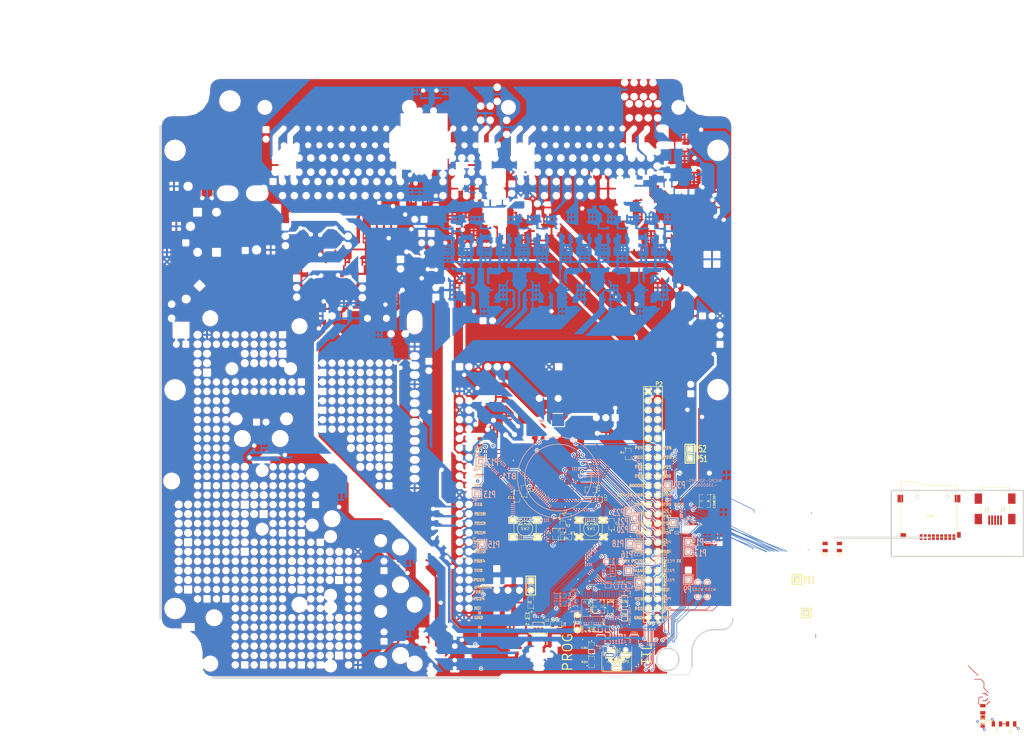
<source format=kicad_pcb>
(kicad_pcb (version 4) (host pcbnew 4.0.5)
  (title_block (title Frankenso) (rev R.05) (company http://rusefi.com/))
  (layers (0 F.Cu signal) (1 PWR power) (2 GND power) (31 B.Cu signal) (34 B.Paste user) (35 F.Paste user) (36 B.SilkS user) (37 F.SilkS user) (38 B.Mask user) (39 F.Mask user) (44 Edge.Cuts user))
  (net 0 "")
  (net 1 /DD_HIP9011/5V)
  (net 2 /DD_HIP9011/CS)
  (net 3 /Misc_Vias/3.3V)
  (net 4 /adc_amp_divider/OUT3)
  (net 5 /can_brd_1/CAN_RX)
  (net 6 /can_brd_1/CAN_TX)
  (net 7 /hi-lo/H_IN1)
  (net 8 /hi-lo/H_IN3)
  (net 9 /inj_12ch/INJ-01_5V)
  (net 10 /inj_12ch/INJ-02_5V)
  (net 11 /inj_12ch/INJ-03_5V)
  (net 12 /inj_12ch/INJ-04_5V)
  (net 13 /inj_12ch/INJ-05_5V)
  (net 14 /inj_12ch/INJ-06_5V)
  (net 15 /inj_12ch/INJ-07_5V)
  (net 16 /inj_12ch/INJ-08_5V)
  (net 17 /inj_12ch/INJ-09_5V)
  (net 18 /inj_12ch/INJ-10_5V)
  (net 19 /inj_12ch/INJ-11_5V)
  (net 20 /inj_12ch/INJ-12_5V)
  (net 21 /mmc_usb_1/CB2)
  (net 22 /mmc_usb_1/CB4)
  (net 23 /mmc_usb_1/CS_SD_MODULE)
  (net 24 /mmc_usb_1/D+)
  (net 25 /mmc_usb_1/D-)
  (net 26 /mmc_usb_1/FTVCC)
  (net 27 /mmc_usb_1/PWREN#)
  (net 28 /mmc_usb_1/RESET)
  (net 29 /mmc_usb_1/RI)
  (net 30 /mmc_usb_1/Vbus)
  (net 31 /mmc_usb_1/shield)
  (net 32 /stm32f407_board/BOOT0)
  (net 33 /stm32f407_board/D+)
  (net 34 /stm32f407_board/D-)
  (net 35 /stm32f407_board/NRST)
  (net 36 /stm32f407_board/PA10)
  (net 37 /stm32f407_board/PA11)
  (net 38 /stm32f407_board/PA12)
  (net 39 /stm32f407_board/PA15)
  (net 40 /stm32f407_board/PA9)
  (net 41 /stm32f407_board/PB1)
  (net 42 /stm32f407_board/PB3)
  (net 43 /stm32f407_board/PB5)
  (net 44 /stm32f407_board/PC10)
  (net 45 /stm32f407_board/PC11)
  (net 46 /stm32f407_board/PC12)
  (net 47 /stm32f407_board/PC6)
  (net 48 /stm32f407_board/PC8)
  (net 49 /stm32f407_board/PD0)
  (net 50 /stm32f407_board/PD1)
  (net 51 /stm32f407_board/PD15)
  (net 52 /stm32f407_board/PD2)
  (net 53 /stm32f407_board/PD6)
  (net 54 /stm32f407_board/PE0)
  (net 55 /stm32f407_board/PE1)
  (net 56 /stm32f407_board/VDD)
  (net 57 /stm32f407_board/shield)
  (net 58 /thermocouple1/MISO)
  (net 59 /thermocouple2//CS)
  (net 60 /thermocouple3//CS)
  (net 61 /thermocouple4//CS)
  (net 62 GND)
  (net 63 "Net-(BT1-Pad1)")
  (net 64 "Net-(C4-Pad2)")
  (net 65 "Net-(C15-Pad1)")
  (net 66 "Net-(C17-Pad1)")
  (net 67 "Net-(C356-Pad2)")
  (net 68 "Net-(C701-Pad1)")
  (net 69 "Net-(C701-Pad2)")
  (net 70 "Net-(D4-Pad1)")
  (net 71 "Net-(D8-Pad1)")
  (net 72 "Net-(D351-Pad1)")
  (net 73 "Net-(D701-Pad1)")
  (net 74 "Net-(D701-Pad2)")
  (net 75 "Net-(D702-Pad1)")
  (net 76 "Net-(D702-Pad2)")
  (net 77 "Net-(JP4-Pad2)")
  (net 78 "Net-(R1-Pad1)")
  (net 79 "Net-(U5-Pad1)")
  (net 80 "Net-(U5-Pad3)")
  (module SIL-1 (layer F.Cu) (at 279.4 176.403)
    (fp_text reference P11 (at 3.302 0.127) (layer F.SilkS) (effects (font (size 1.72974 1.08712) (thickness 0.27178))))
    (fp_text value CONN_1 hide)
    (pad 1 thru_hole rect (at 0 0) (size 1.397 1.397) (drill 0.8128) (layers *.Cu *.Mask F.SilkS) (net 39 /stm32f407_board/PA15))
  )
  (module BATT_CR2032_MPD (layer B.Cu) (at 215.138 148.93036 90)
    (fp_text reference BT1 (at 0.34036 -13.208 360) (layer B.SilkS) (effects (font (thickness 0.3048)) (justify mirror)))
    (fp_text value BATTERY_CR2032 hide)
    (pad 1 smd rect (at 15.485 0 90) (size 3.29 3.29) (layers B.Cu B.Paste B.Mask) (net 63 "Net-(BT1-Pad1)"))
    (pad 2 smd rect (at -15.485 0 90) (size 3.29 3.29) (layers B.Cu B.Paste B.Mask) (net 62 GND))
  )
  (module SM0805 (layer F.Cu) (at 229.489 161.43986 90)
    (fp_text reference C1 (at 0.14986 1.651 180) (layer F.SilkS) (effects (font (size 0.635 0.635) (thickness 0.10922))))
    (fp_text value 0.01uF hide)
    (pad 1 smd rect (at -0.9525 0 90) (size 0.889 1.397) (layers F.Cu F.Paste F.Mask) (net 62 GND))
    (pad 2 smd rect (at 0.9525 0 90) (size 0.889 1.397) (layers F.Cu F.Paste F.Mask) (net 35 /stm32f407_board/NRST))
  )
  (module SM0805 (layer F.Cu) (at 214.4395 164.10686 90)
    (fp_text reference C4 (at 0.27686 -1.7145 360) (layer F.SilkS) (effects (font (size 0.635 0.635) (thickness 0.10922))))
    (fp_text value 2u2F hide)
    (pad 1 smd rect (at -0.9525 0 90) (size 0.889 1.397) (layers F.Cu F.Paste F.Mask) (net 56 /stm32f407_board/VDD))
    (pad 2 smd rect (at 0.9525 0 90) (size 0.889 1.397) (layers F.Cu F.Paste F.Mask) (net 64 "Net-(C4-Pad2)"))
  )
  (module SM0805 (layer F.Cu) (at 205.994 152.61336 90)
    (fp_text reference C12 (at 0.21336 1.651 360) (layer F.SilkS) (effects (font (size 0.635 0.635) (thickness 0.10922))))
    (fp_text value 0.1uF hide)
    (pad 1 smd rect (at -0.9525 0 90) (size 0.889 1.397) (layers F.Cu F.Paste F.Mask) (net 62 GND))
    (pad 2 smd rect (at 0.9525 0 90) (size 0.889 1.397) (layers F.Cu F.Paste F.Mask) (net 56 /stm32f407_board/VDD))
  )
  (module SM0805 (layer F.Cu) (at 223.901 152.23236 180)
    (fp_text reference C13 (at -2.159 0.46736 270) (layer F.SilkS) (effects (font (size 0.635 0.635) (thickness 0.10922))))
    (fp_text value 0.1uF hide)
    (pad 1 smd rect (at -0.9525 0 180) (size 0.889 1.397) (layers F.Cu F.Paste F.Mask) (net 62 GND))
    (pad 2 smd rect (at 0.9525 0 180) (size 0.889 1.397) (layers F.Cu F.Paste F.Mask) (net 56 /stm32f407_board/VDD))
  )
  (module SM0805 (layer F.Cu) (at 204.089 154.01036 270)
    (fp_text reference C15 (at 0.29464 1.524 360) (layer F.SilkS) (effects (font (size 0.635 0.635) (thickness 0.10922))))
    (fp_text value 2u2F hide)
    (pad 1 smd rect (at -0.9525 0 270) (size 0.889 1.397) (layers F.Cu F.Paste F.Mask) (net 65 "Net-(C15-Pad1)"))
    (pad 2 smd rect (at 0.9525 0 270) (size 0.889 1.397) (layers F.Cu F.Paste F.Mask) (net 62 GND))
  )
  (module SM0805 (layer F.Cu) (at 225.4885 154.83586)
    (fp_text reference C17 (at 2.4765 -0.53086 90) (layer F.SilkS) (effects (font (size 0.635 0.635) (thickness 0.10922))))
    (fp_text value 2u2F hide)
    (pad 1 smd rect (at -0.9525 0) (size 0.889 1.397) (layers F.Cu F.Paste F.Mask) (net 66 "Net-(C17-Pad1)"))
    (pad 2 smd rect (at 0.9525 0) (size 0.889 1.397) (layers F.Cu F.Paste F.Mask) (net 62 GND))
  )
  (module JUMPER-2 (layer F.Cu) (at 207.772 178.01336 270)
    (fp_text reference JP4 (at 0 0 360) (layer F.SilkS) (effects (font (size 0.762 0.762) (thickness 0.0762))))
    (fp_text value JUMPER hide)
    (pad 1 thru_hole rect (at -1.27 0 270) (size 1.397 1.397) (drill 0.8128) (layers *.Cu *.Mask F.SilkS) (net 51 /stm32f407_board/PD15))
    (pad 2 thru_hole circle (at 1.27 0 270) (size 1.397 1.397) (drill 0.8128) (layers *.Cu *.Mask F.SilkS) (net 77 "Net-(JP4-Pad2)"))
  )
  (module PIN_ARRAY_25x2_A (layer F.Cu) (at 240.665 156.16936 270)
    (fp_text reference P2 (at -32.47136 -1.651 360) (layer F.SilkS) (effects (font (size 1.016 1.016) (thickness 0.2032))))
    (fp_text value CONN_25X2 hide)
    (pad 1 thru_hole rect (at -30.48 1.27 270) (size 1.524 1.524) (drill 1.016) (layers *.Cu *.Mask F.SilkS) (net 62 GND))
    (pad 2 thru_hole circle (at -30.48 -1.27 270) (size 1.524 1.524) (drill 1.016) (layers *.Cu *.Mask F.SilkS) (net 62 GND))
    (pad 3 thru_hole circle (at -27.94 1.27 270) (size 1.524 1.524) (drill 1.016) (layers *.Cu *.Mask F.SilkS) (net 1 /DD_HIP9011/5V))
    (pad 4 thru_hole circle (at -27.94 -1.27 270) (size 1.524 1.524) (drill 1.016) (layers *.Cu *.Mask F.SilkS) (net 1 /DD_HIP9011/5V))
    (pad 5 thru_hole circle (at -25.4 1.27 270) (size 1.524 1.524) (drill 1.016) (layers *.Cu *.Mask F.SilkS) (net 3 /Misc_Vias/3.3V))
    (pad 6 thru_hole circle (at -25.4 -1.27 270) (size 1.524 1.524) (drill 1.016) (layers *.Cu *.Mask F.SilkS) (net 3 /Misc_Vias/3.3V))
    (pad 7 thru_hole circle (at -22.86 1.27 270) (size 1.524 1.524) (drill 1.016) (layers *.Cu *.Mask F.SilkS))
    (pad 8 thru_hole circle (at -22.86 -1.27 270) (size 1.524 1.524) (drill 1.016) (layers *.Cu *.Mask F.SilkS))
    (pad 9 thru_hole circle (at -20.32 1.27 270) (size 1.524 1.524) (drill 1.016) (layers *.Cu *.Mask F.SilkS))
    (pad 10 thru_hole circle (at -20.32 -1.27 270) (size 1.524 1.524) (drill 1.016) (layers *.Cu *.Mask F.SilkS))
    (pad 11 thru_hole circle (at -17.78 1.27 270) (size 1.524 1.524) (drill 1.016) (layers *.Cu *.Mask F.SilkS) (net 9 /inj_12ch/INJ-01_5V))
    (pad 12 thru_hole circle (at -17.78 -1.27 270) (size 1.524 1.524) (drill 1.016) (layers *.Cu *.Mask F.SilkS) (net 12 /inj_12ch/INJ-04_5V))
    (pad 13 thru_hole circle (at -15.24 1.27 270) (size 1.524 1.524) (drill 1.016) (layers *.Cu *.Mask F.SilkS) (net 14 /inj_12ch/INJ-06_5V))
    (pad 14 thru_hole circle (at -15.24 -1.27 270) (size 1.524 1.524) (drill 1.016) (layers *.Cu *.Mask F.SilkS) (net 10 /inj_12ch/INJ-02_5V))
    (pad 15 thru_hole circle (at -12.7 1.27 270) (size 1.524 1.524) (drill 1.016) (layers *.Cu *.Mask F.SilkS) (net 16 /inj_12ch/INJ-08_5V))
    (pad 16 thru_hole circle (at -12.7 -1.27 270) (size 1.524 1.524) (drill 1.016) (layers *.Cu *.Mask F.SilkS) (net 13 /inj_12ch/INJ-05_5V))
    (pad 17 thru_hole circle (at -10.16 1.27 270) (size 1.524 1.524) (drill 1.016) (layers *.Cu *.Mask F.SilkS) (net 54 /stm32f407_board/PE0))
    (pad 18 thru_hole circle (at -10.16 -1.27 270) (size 1.524 1.524) (drill 1.016) (layers *.Cu *.Mask F.SilkS) (net 55 /stm32f407_board/PE1))
    (pad 19 thru_hole circle (at -7.62 1.27 270) (size 1.524 1.524) (drill 1.016) (layers *.Cu *.Mask F.SilkS) (net 19 /inj_12ch/INJ-11_5V))
    (pad 20 thru_hole circle (at -7.62 -1.27 270) (size 1.524 1.524) (drill 1.016) (layers *.Cu *.Mask F.SilkS) (net 17 /inj_12ch/INJ-09_5V))
    (pad 21 thru_hole circle (at -5.08 1.27 270) (size 1.524 1.524) (drill 1.016) (layers *.Cu *.Mask F.SilkS) (net 32 /stm32f407_board/BOOT0))
    (pad 22 thru_hole circle (at -5.08 -1.27 270) (size 1.524 1.524) (drill 1.016) (layers *.Cu *.Mask F.SilkS))
    (pad 23 thru_hole circle (at -2.54 1.27 270) (size 1.524 1.524) (drill 1.016) (layers *.Cu *.Mask F.SilkS) (net 6 /can_brd_1/CAN_TX))
    (pad 24 thru_hole circle (at -2.54 -1.27 270) (size 1.524 1.524) (drill 1.016) (layers *.Cu *.Mask F.SilkS) (net 20 /inj_12ch/INJ-12_5V))
    (pad 25 thru_hole circle (at 0 1.27 270) (size 1.524 1.524) (drill 1.016) (layers *.Cu *.Mask F.SilkS) (net 58 /thermocouple1/MISO))
    (pad 26 thru_hole circle (at 0 -1.27 270) (size 1.524 1.524) (drill 1.016) (layers *.Cu *.Mask F.SilkS) (net 43 /stm32f407_board/PB5))
    (pad 27 thru_hole circle (at 2.54 1.27 270) (size 1.524 1.524) (drill 1.016) (layers *.Cu *.Mask F.SilkS) (net 11 /inj_12ch/INJ-03_5V))
    (pad 28 thru_hole circle (at 2.54 -1.27 270) (size 1.524 1.524) (drill 1.016) (layers *.Cu *.Mask F.SilkS) (net 42 /stm32f407_board/PB3))
    (pad 29 thru_hole circle (at 5.08 1.27 270) (size 1.524 1.524) (drill 1.016) (layers *.Cu *.Mask F.SilkS) (net 18 /inj_12ch/INJ-10_5V))
    (pad 30 thru_hole circle (at 5.08 -1.27 270) (size 1.524 1.524) (drill 1.016) (layers *.Cu *.Mask F.SilkS) (net 53 /stm32f407_board/PD6))
    (pad 31 thru_hole circle (at 7.62 1.27 270) (size 1.524 1.524) (drill 1.016) (layers *.Cu *.Mask F.SilkS) (net 15 /inj_12ch/INJ-07_5V))
    (pad 32 thru_hole circle (at 7.62 -1.27 270) (size 1.524 1.524) (drill 1.016) (layers *.Cu *.Mask F.SilkS) (net 23 /mmc_usb_1/CS_SD_MODULE))
    (pad 33 thru_hole circle (at 10.16 1.27 270) (size 1.524 1.524) (drill 1.016) (layers *.Cu *.Mask F.SilkS) (net 50 /stm32f407_board/PD1))
    (pad 34 thru_hole circle (at 10.16 -1.27 270) (size 1.524 1.524) (drill 1.016) (layers *.Cu *.Mask F.SilkS) (net 52 /stm32f407_board/PD2))
    (pad 35 thru_hole circle (at 12.7 1.27 270) (size 1.524 1.524) (drill 1.016) (layers *.Cu *.Mask F.SilkS) (net 46 /stm32f407_board/PC12))
    (pad 36 thru_hole circle (at 12.7 -1.27 270) (size 1.524 1.524) (drill 1.016) (layers *.Cu *.Mask F.SilkS) (net 49 /stm32f407_board/PD0))
    (pad 37 thru_hole circle (at 15.24 1.27 270) (size 1.524 1.524) (drill 1.016) (layers *.Cu *.Mask F.SilkS) (net 44 /stm32f407_board/PC10))
    (pad 38 thru_hole circle (at 15.24 -1.27 270) (size 1.524 1.524) (drill 1.016) (layers *.Cu *.Mask F.SilkS) (net 45 /stm32f407_board/PC11))
    (pad 39 thru_hole circle (at 17.78 1.27 270) (size 1.524 1.524) (drill 1.016) (layers *.Cu *.Mask F.SilkS) (net 59 /thermocouple2//CS))
    (pad 40 thru_hole circle (at 17.78 -1.27 270) (size 1.524 1.524) (drill 1.016) (layers *.Cu *.Mask F.SilkS) (net 39 /stm32f407_board/PA15))
    (pad 41 thru_hole circle (at 20.32 1.27 270) (size 1.524 1.524) (drill 1.016) (layers *.Cu *.Mask F.SilkS))
    (pad 42 thru_hole circle (at 20.32 -1.27 270) (size 1.524 1.524) (drill 1.016) (layers *.Cu *.Mask F.SilkS) (net 61 /thermocouple4//CS))
    (pad 43 thru_hole circle (at 22.86 1.27 270) (size 1.524 1.524) (drill 1.016) (layers *.Cu *.Mask F.SilkS) (net 60 /thermocouple3//CS))
    (pad 44 thru_hole circle (at 22.86 -1.27 270) (size 1.524 1.524) (drill 1.016) (layers *.Cu *.Mask F.SilkS))
    (pad 45 thru_hole circle (at 25.4 1.27 270) (size 1.524 1.524) (drill 1.016) (layers *.Cu *.Mask F.SilkS) (net 48 /stm32f407_board/PC8))
    (pad 46 thru_hole circle (at 25.4 -1.27 270) (size 1.524 1.524) (drill 1.016) (layers *.Cu *.Mask F.SilkS) (net 8 /hi-lo/H_IN3))
    (pad 47 thru_hole circle (at 27.94 1.27 270) (size 1.524 1.524) (drill 1.016) (layers *.Cu *.Mask F.SilkS) (net 47 /stm32f407_board/PC6))
    (pad 48 thru_hole circle (at 27.94 -1.27 270) (size 1.524 1.524) (drill 1.016) (layers *.Cu *.Mask F.SilkS) (net 7 /hi-lo/H_IN1))
    (pad 49 thru_hole circle (at 30.48 1.27 270) (size 1.524 1.524) (drill 1.016) (layers *.Cu *.Mask F.SilkS) (net 62 GND))
    (pad 50 thru_hole circle (at 30.48 -1.27 270) (size 1.524 1.524) (drill 1.016) (layers *.Cu *.Mask F.SilkS) (net 62 GND))
  )
  (module SM0805 (layer F.Cu) (at 217.1065 159.40786)
    (fp_text reference R1 (at 0.0635 -1.29286 90) (layer F.SilkS) (effects (font (size 0.635 0.635) (thickness 0.10922))))
    (fp_text value 10k hide)
    (pad 1 smd rect (at -0.9525 0) (size 0.889 1.397) (layers F.Cu F.Paste F.Mask) (net 78 "Net-(R1-Pad1)"))
    (pad 2 smd rect (at 0.9525 0) (size 0.889 1.397) (layers F.Cu F.Paste F.Mask) (net 62 GND))
  )
  (module SM0805 (layer F.Cu) (at 216.408 162.13836 90)
    (fp_text reference R2 (at 0.21336 1.397 360) (layer F.SilkS) (effects (font (size 0.635 0.635) (thickness 0.10922))))
    (fp_text value 100 hide)
    (pad 1 smd rect (at -0.9525 0 90) (size 0.889 1.397) (layers F.Cu F.Paste F.Mask) (net 64 "Net-(C4-Pad2)"))
    (pad 2 smd rect (at 0.9525 0 90) (size 0.889 1.397) (layers F.Cu F.Paste F.Mask) (net 78 "Net-(R1-Pad1)"))
  )
  (module SM0805 (layer F.Cu) (at 217.297 164.93236)
    (fp_text reference R3 (at 1.778 -1.10236) (layer F.SilkS) (effects (font (size 0.635 0.635) (thickness 0.10922))))
    (fp_text value 10k (at 0 0.381) (layer F.SilkS) (effects (font (size 0.50038 0.50038) (thickness 0.10922))))
    (pad 1 smd rect (at -0.9525 0) (size 0.889 1.397) (layers F.Cu F.Paste F.Mask) (net 56 /stm32f407_board/VDD))
    (pad 2 smd rect (at 0.9525 0) (size 0.889 1.397) (layers F.Cu F.Paste F.Mask) (net 35 /stm32f407_board/NRST))
  )
  (module SM0805 (layer F.Cu) (at 233.9975 142.58036 270)
    (fp_text reference R4 (at -0.34036 1.5875 360) (layer F.SilkS) (effects (font (size 0.635 0.635) (thickness 0.10922))))
    (fp_text value 10k hide)
    (pad 1 smd rect (at -0.9525 0 270) (size 0.889 1.397) (layers F.Cu F.Paste F.Mask) (net 62 GND))
    (pad 2 smd rect (at 0.9525 0 270) (size 0.889 1.397) (layers F.Cu F.Paste F.Mask) (net 32 /stm32f407_board/BOOT0))
  )
  (module SM0805 (layer F.Cu) (at 194.183 139.446 270)
    (fp_text reference R5 (at 0 -0.3175 360) (layer F.SilkS) (effects (font (size 0.635 0.635) (thickness 0.10922))))
    (fp_text value 330R hide)
    (pad 1 smd rect (at -0.9525 0 270) (size 0.889 1.397) (layers F.Cu F.Paste F.Mask) (net 4 /adc_amp_divider/OUT3))
    (pad 2 smd rect (at 0.9525 0 270) (size 0.889 1.397) (layers F.Cu F.Paste F.Mask) (net 78 "Net-(R1-Pad1)"))
  )
  (module SM0805 (layer F.Cu) (at 207.772 182.58536 90)
    (fp_text reference R9 (at 0 -0.3175 360) (layer F.SilkS) (effects (font (size 0.635 0.635) (thickness 0.10922))))
    (fp_text value 680R hide)
    (pad 1 smd rect (at -0.9525 0 90) (size 0.889 1.397) (layers F.Cu F.Paste F.Mask) (net 70 "Net-(D4-Pad1)"))
    (pad 2 smd rect (at 0.9525 0 90) (size 0.889 1.397) (layers F.Cu F.Paste F.Mask) (net 77 "Net-(JP4-Pad2)"))
  )
  (module SM0805 (layer F.Cu) (at 329.438 211.328 90)
    (fp_text reference R12 (at 0 0 360) (layer F.SilkS) (effects (font (size 0.635 0.635) (thickness 0.10922))))
    (fp_text value 1k hide)
    (pad 1 smd rect (at -0.9525 0 90) (size 0.889 1.397) (layers F.Cu F.Paste F.Mask) (net 71 "Net-(D8-Pad1)"))
    (pad 2 smd rect (at 0.9525 0 90) (size 0.889 1.397) (layers F.Cu F.Paste F.Mask) (net 40 /stm32f407_board/PA9))
  )
  (module SM0805 (layer F.Cu) (at 333.248 215.265 180)
    (fp_text reference C20 (at 0 -1.651 270) (layer F.SilkS) (effects (font (size 0.635 0.635) (thickness 0.10922))))
    (fp_text value 0.1uF hide)
    (pad 1 smd rect (at -0.9525 0 180) (size 0.889 1.397) (layers F.Cu F.Paste F.Mask) (net 57 /stm32f407_board/shield))
    (pad 2 smd rect (at 0.9525 0 180) (size 0.889 1.397) (layers F.Cu F.Paste F.Mask) (net 62 GND))
  )
  (module SM0805 (layer F.Cu) (at 337.058 215.265)
    (fp_text reference R14 (at -0.127 1.651 90) (layer F.SilkS) (effects (font (size 0.635 0.635) (thickness 0.10922))))
    (fp_text value 100k hide)
    (pad 1 smd rect (at -0.9525 0) (size 0.889 1.397) (layers F.Cu F.Paste F.Mask) (net 57 /stm32f407_board/shield))
    (pad 2 smd rect (at 0.9525 0) (size 0.889 1.397) (layers F.Cu F.Paste F.Mask) (net 62 GND))
  )
  (module SOT-457 (layer F.Cu) (at 209.804 188.595 180)
    (fp_text reference U2 (at -2.3495 1.22936 180) (layer F.SilkS) (effects (font (size 0.635 0.635) (thickness 0.10922))))
    (fp_text value NUF2101MT1G (at 0 -2.3495 180) (layer F.SilkS) (effects (font (size 0.50038 0.50038) (thickness 0.10922))))
    (pad 1 smd rect (at -0.95 1.2 180) (size 0.7 1) (layers F.Cu F.Paste F.Mask) (net 38 /stm32f407_board/PA12))
    (pad 2 smd rect (at 0 1.2 180) (size 0.7 1) (layers F.Cu F.Paste F.Mask) (net 62 GND))
    (pad 3 smd rect (at 0.95 1.2 180) (size 0.7 1) (layers F.Cu F.Paste F.Mask) (net 37 /stm32f407_board/PA11))
    (pad 4 smd rect (at 0.95 -1.2 180) (size 0.7 1) (layers F.Cu F.Paste F.Mask) (net 34 /stm32f407_board/D-))
    (pad 5 smd rect (at 0 -1.2 180) (size 0.7 1) (layers F.Cu F.Paste F.Mask) (net 40 /stm32f407_board/PA9))
    (pad 6 smd rect (at -0.95 -1.2 180) (size 0.7 1) (layers F.Cu F.Paste F.Mask) (net 33 /stm32f407_board/D+))
  )
  (module TL-1105 (layer F.Cu) (at 224.028 162.64636)
    (fp_text reference SW1 (at 0 0) (layer F.SilkS) (effects (font (size 0.762 0.762) (thickness 0.10922))))
    (fp_text value SW_PUSH (at 0 -1.143) (layer F.SilkS) (effects (font (size 0.50038 0.50038) (thickness 0.10922))))
    (pad 1 thru_hole rect (at -3.25 -2.25) (size 2 1.5) (drill 1) (layers *.Cu *.Mask F.SilkS) (net 35 /stm32f407_board/NRST))
    (pad 1 thru_hole rect (at 3.25 -2.25) (size 2 1.5) (drill 1) (layers *.Cu *.Mask F.SilkS) (net 35 /stm32f407_board/NRST))
    (pad 2 thru_hole rect (at 3.35 2.25) (size 2 1.5) (drill 1) (layers *.Cu *.Mask F.SilkS) (net 62 GND))
    (pad 2 thru_hole rect (at -3.25 2.25) (size 2 1.5) (drill 1) (layers *.Cu *.Mask F.SilkS) (net 62 GND))
  )
  (module TL-1105 (layer F.Cu) (at 206.248 162.64636)
    (fp_text reference SW2 (at 0 0) (layer F.SilkS) (effects (font (size 0.762 0.762) (thickness 0.10922))))
    (fp_text value SW_PUSH (at 0 -1.143) (layer F.SilkS) (effects (font (size 0.50038 0.50038) (thickness 0.10922))))
    (pad 1 thru_hole rect (at -3.25 -2.25) (size 2 1.5) (drill 1) (layers *.Cu *.Mask F.SilkS) (net 78 "Net-(R1-Pad1)"))
    (pad 1 thru_hole rect (at 3.25 -2.25) (size 2 1.5) (drill 1) (layers *.Cu *.Mask F.SilkS) (net 78 "Net-(R1-Pad1)"))
    (pad 2 thru_hole rect (at 3.35 2.25) (size 2 1.5) (drill 1) (layers *.Cu *.Mask F.SilkS) (net 56 /stm32f407_board/VDD))
    (pad 2 thru_hole rect (at -3.25 2.25) (size 2 1.5) (drill 1) (layers *.Cu *.Mask F.SilkS) (net 56 /stm32f407_board/VDD))
  )
  (module LED-0805_A (layer F.Cu) (at 206.883 186.182 270)
    (fp_text reference D4 (at 2.286 0 360) (layer F.SilkS) (effects (font (size 0.635 0.635) (thickness 0.10922))))
    (fp_text value LED-blu hide)
    (pad 1 smd rect (at -1.04902 0 270) (size 1.19888 1.19888) (layers F.Cu F.Paste F.Mask) (net 70 "Net-(D4-Pad1)"))
    (pad 2 smd rect (at 1.04902 0 270) (size 1.19888 1.19888) (layers F.Cu F.Paste F.Mask) (net 62 GND))
  )
  (module LED-0805_A (layer F.Cu) (at 329.438 214.63 270)
    (fp_text reference D8 (at -0.127 -1.27 360) (layer F.SilkS) (effects (font (size 0.635 0.635) (thickness 0.10922))))
    (fp_text value LED-grn hide)
    (pad 1 smd rect (at -1.04902 0 270) (size 1.19888 1.19888) (layers F.Cu F.Paste F.Mask) (net 71 "Net-(D8-Pad1)"))
    (pad 2 smd rect (at 1.04902 0 270) (size 1.19888 1.19888) (layers F.Cu F.Paste F.Mask) (net 62 GND))
  )
  (module SM0805-diode (layer F.Cu) (at 214.63 188.468)
    (fp_text reference D6 (at 2.286 0 90) (layer F.SilkS) (effects (font (size 0.635 0.635) (thickness 0.10922))))
    (fp_text value DIODESCH hide)
    (pad 1 smd rect (at -0.9525 0) (size 0.889 1.397) (layers F.Cu F.Paste F.Mask) (net 40 /stm32f407_board/PA9))
    (pad 2 smd rect (at 0.9525 0) (size 0.889 1.397) (layers F.Cu F.Paste F.Mask) (net 1 /DD_HIP9011/5V))
  )
  (module SM0805 (layer F.Cu) (at 224.155 194.818 270)
    (fp_text reference C351 (at 0 1.778 360) (layer F.SilkS) (effects (font (size 0.508 0.508) (thickness 0.1016))))
    (fp_text value 4700pF hide)
    (pad 1 smd rect (at -0.9525 0 270) (size 0.889 1.397) (layers F.Cu F.Paste F.Mask) (net 62 GND))
    (pad 2 smd rect (at 0.9525 0 270) (size 0.889 1.397) (layers F.Cu F.Paste F.Mask) (net 31 /mmc_usb_1/shield))
  )
  (module SM0805 (layer B.Cu) (at 233.045 184.023 270)
    (fp_text reference C352 (at 0.762 -1.397 270) (layer B.SilkS) (effects (font (size 0.508 0.508) (thickness 0.1016)) (justify mirror)))
    (fp_text value 47pF hide)
    (pad 1 smd rect (at -0.9525 0 270) (size 0.889 1.397) (layers B.Cu B.Paste B.Mask) (net 62 GND))
    (pad 2 smd rect (at 0.9525 0 270) (size 0.889 1.397) (layers B.Cu B.Paste B.Mask) (net 25 /mmc_usb_1/D-))
  )
  (module SM0805 (layer B.Cu) (at 233.045 187.833 90)
    (fp_text reference C353 (at 0.762 1.397 90) (layer B.SilkS) (effects (font (size 0.508 0.508) (thickness 0.1016)) (justify mirror)))
    (fp_text value 47pF hide)
    (pad 1 smd rect (at -0.9525 0 90) (size 0.889 1.397) (layers B.Cu B.Paste B.Mask) (net 62 GND))
    (pad 2 smd rect (at 0.9525 0 90) (size 0.889 1.397) (layers B.Cu B.Paste B.Mask) (net 24 /mmc_usb_1/D+))
  )
  (module SM0805 (layer F.Cu) (at 226.06 182.753)
    (fp_text reference C354 (at -2.54 0 90) (layer F.SilkS) (effects (font (size 0.508 0.508) (thickness 0.1016))))
    (fp_text value 4.7uF hide)
    (pad 1 smd rect (at -0.9525 0) (size 0.889 1.397) (layers F.Cu F.Paste F.Mask) (net 26 /mmc_usb_1/FTVCC))
    (pad 2 smd rect (at 0.9525 0) (size 0.889 1.397) (layers F.Cu F.Paste F.Mask) (net 62 GND))
  )
  (module SM0805 (layer F.Cu) (at 226.06 184.658 180)
    (fp_text reference C355 (at 1.905 0 270) (layer F.SilkS) (effects (font (size 0.508 0.508) (thickness 0.1016))))
    (fp_text value 0.1uF hide)
    (pad 1 smd rect (at -0.9525 0 180) (size 0.889 1.397) (layers F.Cu F.Paste F.Mask) (net 62 GND))
    (pad 2 smd rect (at 0.9525 0 180) (size 0.889 1.397) (layers F.Cu F.Paste F.Mask) (net 26 /mmc_usb_1/FTVCC))
  )
  (module SM0805 (layer F.Cu) (at 229.235 184.023 270)
    (fp_text reference C356 (at -1.905 0 360) (layer F.SilkS) (effects (font (size 0.508 0.508) (thickness 0.1016))))
    (fp_text value 0.1uF hide)
    (pad 1 smd rect (at -0.9525 0 270) (size 0.889 1.397) (layers F.Cu F.Paste F.Mask) (net 62 GND))
    (pad 2 smd rect (at 0.9525 0 270) (size 0.889 1.397) (layers F.Cu F.Paste F.Mask) (net 67 "Net-(C356-Pad2)"))
  )
  (module SM0805 (layer F.Cu) (at 224.155 198.628 270)
    (fp_text reference R351 (at 0 1.778 360) (layer F.SilkS) (effects (font (size 0.508 0.508) (thickness 0.1016))))
    (fp_text value 1M hide)
    (pad 1 smd rect (at -0.9525 0 270) (size 0.889 1.397) (layers F.Cu F.Paste F.Mask) (net 31 /mmc_usb_1/shield))
    (pad 2 smd rect (at 0.9525 0 270) (size 0.889 1.397) (layers F.Cu F.Paste F.Mask) (net 62 GND))
  )
  (module SM0805 (layer F.Cu) (at 227.457 189.738 180)
    (fp_text reference R352 (at 0 1.905 270) (layer F.SilkS) (effects (font (size 0.508 0.508) (thickness 0.1016))))
    (fp_text value 1k hide)
    (pad 1 smd rect (at -0.9525 0 180) (size 0.889 1.397) (layers F.Cu F.Paste F.Mask) (net 30 /mmc_usb_1/Vbus))
    (pad 2 smd rect (at 0.9525 0 180) (size 0.889 1.397) (layers F.Cu F.Paste F.Mask) (net 72 "Net-(D351-Pad1)"))
  )
  (module ssop-28 (layer B.Cu) (at 226.695 184.023)
    (fp_text reference U351 (at 4.445 -0.635 270) (layer B.SilkS) (effects (font (size 0.762 0.762) (thickness 0.1016)) (justify mirror)))
    (fp_text value FT232RL (at -6.985 1.016) (layer B.SilkS) (effects (font (size 0.50038 0.50038) (thickness 0.09906)) (justify mirror)))
    (pad 7 smd rect (at -0.32512 -3.59918) (size 0.4064 1.651) (layers B.Cu B.Paste B.Mask) (net 62 GND))
    (pad 8 smd rect (at 0.32512 -3.59918) (size 0.4064 1.651) (layers B.Cu B.Paste B.Mask))
    (pad 9 smd rect (at 0.97536 -3.59918) (size 0.4064 1.651) (layers B.Cu B.Paste B.Mask))
    (pad 10 smd rect (at 1.6256 -3.59918) (size 0.4064 1.651) (layers B.Cu B.Paste B.Mask))
    (pad 25 smd rect (at -2.27584 3.59918) (size 0.4064 1.651) (layers B.Cu B.Paste B.Mask) (net 62 GND))
    (pad 4 smd rect (at -2.27584 -3.59918) (size 0.4064 1.651) (layers B.Cu B.Paste B.Mask) (net 26 /mmc_usb_1/FTVCC))
    (pad 5 smd rect (at -1.6256 -3.59918) (size 0.4064 1.651) (layers B.Cu B.Paste B.Mask) (net 44 /stm32f407_board/PC10))
    (pad 6 smd rect (at -0.97536 -3.59918) (size 0.4064 1.651) (layers B.Cu B.Paste B.Mask) (net 29 /mmc_usb_1/RI))
    (pad 18 smd rect (at 2.27584 3.59918) (size 0.4064 1.651) (layers B.Cu B.Paste B.Mask) (net 62 GND))
    (pad 19 smd rect (at 1.6256 3.59918) (size 0.4064 1.651) (layers B.Cu B.Paste B.Mask) (net 28 /mmc_usb_1/RESET))
    (pad 20 smd rect (at 0.97536 3.59918) (size 0.4064 1.651) (layers B.Cu B.Paste B.Mask) (net 26 /mmc_usb_1/FTVCC))
    (pad 21 smd rect (at 0.32512 3.59918) (size 0.4064 1.651) (layers B.Cu B.Paste B.Mask) (net 62 GND))
    (pad 22 smd rect (at -0.32512 3.59918) (size 0.4064 1.651) (layers B.Cu B.Paste B.Mask) (net 76 "Net-(D702-Pad2)"))
    (pad 23 smd rect (at -0.97536 3.59918) (size 0.4064 1.651) (layers B.Cu B.Paste B.Mask) (net 74 "Net-(D701-Pad2)"))
    (pad 11 smd rect (at 2.27584 -3.59918) (size 0.4064 1.651) (layers B.Cu B.Paste B.Mask))
    (pad 24 smd rect (at -1.6256 3.59918) (size 0.4064 1.651) (layers B.Cu B.Paste B.Mask))
    (pad 26 smd rect (at -2.92608 3.59918) (size 0.4064 1.651) (layers B.Cu B.Paste B.Mask) (net 62 GND))
    (pad 27 smd rect (at -3.57378 3.59918) (size 0.4064 1.651) (layers B.Cu B.Paste B.Mask))
    (pad 28 smd rect (at -4.22402 3.59918) (size 0.4064 1.651) (layers B.Cu B.Paste B.Mask))
    (pad 1 smd rect (at -4.22402 -3.59918) (size 0.4064 1.651) (layers B.Cu B.Paste B.Mask) (net 45 /stm32f407_board/PC11))
    (pad 2 smd rect (at -3.57378 -3.59918) (size 0.4064 1.651) (layers B.Cu B.Paste B.Mask))
    (pad 3 smd rect (at -2.92608 -3.59918) (size 0.4064 1.651) (layers B.Cu B.Paste B.Mask))
    (pad 12 smd rect (at 2.92608 -3.59918) (size 0.4064 1.651) (layers B.Cu B.Paste B.Mask) (net 22 /mmc_usb_1/CB4))
    (pad 13 smd rect (at 3.57378 -3.59918) (size 0.4064 1.651) (layers B.Cu B.Paste B.Mask) (net 21 /mmc_usb_1/CB2))
    (pad 14 smd rect (at 4.22402 -3.59918) (size 0.4064 1.651) (layers B.Cu B.Paste B.Mask) (net 27 /mmc_usb_1/PWREN#))
    (pad 15 smd rect (at 4.22402 3.59918) (size 0.4064 1.651) (layers B.Cu B.Paste B.Mask) (net 24 /mmc_usb_1/D+))
    (pad 16 smd rect (at 3.57378 3.59918) (size 0.4064 1.651) (layers B.Cu B.Paste B.Mask) (net 25 /mmc_usb_1/D-))
    (pad 17 smd rect (at 2.92608 3.59918) (size 0.4064 1.651) (layers B.Cu B.Paste B.Mask) (net 67 "Net-(C356-Pad2)"))
  )
  (module SM0805 (layer F.Cu) (at 254.635 154.305 180)
    (fp_text reference C357 (at -2.54 0 450) (layer F.SilkS) (effects (font (size 0.508 0.508) (thickness 0.10922))))
    (fp_text value 0.1uF hide)
    (pad 1 smd rect (at -0.9525 0 180) (size 0.889 1.397) (layers F.Cu F.Paste F.Mask) (net 62 GND))
    (pad 2 smd rect (at 0.9525 0 180) (size 0.889 1.397) (layers F.Cu F.Paste F.Mask) (net 3 /Misc_Vias/3.3V))
  )
  (module SM0805 (layer F.Cu) (at 254.635 156.21)
    (fp_text reference C358 (at 2.54 0 270) (layer F.SilkS) (effects (font (size 0.508 0.508) (thickness 0.10922))))
    (fp_text value 4.7uF hide)
    (pad 1 smd rect (at -0.9525 0) (size 0.889 1.397) (layers F.Cu F.Paste F.Mask) (net 3 /Misc_Vias/3.3V))
    (pad 2 smd rect (at 0.9525 0) (size 0.889 1.397) (layers F.Cu F.Paste F.Mask) (net 62 GND))
  )
  (module LED-0805_A (layer F.Cu) (at 224.155 189.738 180)
    (fp_text reference D351 (at 2.54 0 270) (layer F.SilkS) (effects (font (size 0.508 0.508) (thickness 0.10922))))
    (fp_text value LED-grn hide)
    (pad 1 smd rect (at -1.04902 0 180) (size 1.19888 1.19888) (layers F.Cu F.Paste F.Mask) (net 72 "Net-(D351-Pad1)"))
    (pad 2 smd rect (at 1.04902 0 180) (size 1.19888 1.19888) (layers F.Cu F.Paste F.Mask) (net 62 GND))
  )
  (module MICRO-SDCARD-CONNECTOR-3300060P1 (layer F.Cu) (at 314.96 157.48 90)
    (fp_text reference P352 (at -1.778 0.254 180) (layer F.SilkS) (effects (font (size 0.635 0.635) (thickness 0.1016))))
    (fp_text value MICRO-SDCARD-CONNECTOR-3300060P1 hide)
    (pad 1 smd rect (at -7.493 -2.114 90) (size 1.524 0.762) (layers F.Cu F.Paste F.Mask))
    (pad 2 smd rect (at -7.493 -1.014 90) (size 1.524 0.762) (layers F.Cu F.Paste F.Mask) (net 23 /mmc_usb_1/CS_SD_MODULE))
    (pad 3 smd rect (at -7.493 0.086 90) (size 1.524 0.762) (layers F.Cu F.Paste F.Mask) (net 43 /stm32f407_board/PB5))
    (pad 4 smd rect (at -7.493 1.186 90) (size 1.524 0.762) (layers F.Cu F.Paste F.Mask) (net 3 /Misc_Vias/3.3V))
    (pad 5 smd rect (at -7.493 2.286 90) (size 1.524 0.762) (layers F.Cu F.Paste F.Mask) (net 42 /stm32f407_board/PB3))
    (pad 6 smd rect (at -7.493 3.386 90) (size 1.524 0.762) (layers F.Cu F.Paste F.Mask) (net 62 GND))
    (pad 7 smd rect (at -7.493 4.486 90) (size 1.524 0.762) (layers F.Cu F.Paste F.Mask) (net 58 /thermocouple1/MISO))
    (pad 8 smd rect (at -7.493 5.586 90) (size 1.524 0.762) (layers F.Cu F.Paste F.Mask))
    (pad 9 smd rect (at -7.493 6.686 90) (size 1.524 0.762) (layers F.Cu F.Paste F.Mask))
    (pad G1 smd rect (at -6.893 8.032 90) (size 1.524 1.016) (layers F.Cu F.Paste F.Mask) (net 62 GND))
    (pad G2 smd rect (at 2.88 7.686 90) (size 2.032 1.524) (layers F.Cu F.Paste F.Mask) (net 62 GND))
    (pad G3 smd rect (at 2.88 -7.714 90) (size 2.032 1.524) (layers F.Cu F.Paste F.Mask) (net 62 GND))
    (pad G4 smd rect (at -7.101 -6.895 90) (size 1.524 1.524) (layers F.Cu F.Paste F.Mask) (net 62 GND))
    (pad "" thru_hole circle (at 3.407 4.886 90) (size 0.889 0.889) (drill 0.762) (layers *.Cu *.Mask F.SilkS))
    (pad "" thru_hole circle (at 3.407 -3.114 90) (size 0.889 0.889) (drill 0.762) (layers *.Cu *.Mask F.SilkS))
  )
  (module MINI-USB-5P-3400020P1 (layer F.Cu) (at 332.74 156.21 180)
    (fp_text reference J1 (at 4.445 -5.969 180) (layer F.SilkS) (effects (font (size 0.635 0.635) (thickness 0.0889))))
    (fp_text value MINI-USB-5P-3400020P1 hide)
    (pad 1 smd rect (at -1.6 -4.191 180) (size 0.508 2.54) (layers F.Cu F.Paste F.Mask) (net 40 /stm32f407_board/PA9))
    (pad 2 smd rect (at -0.8 -4.191 180) (size 0.508 2.54) (layers F.Cu F.Paste F.Mask) (net 34 /stm32f407_board/D-))
    (pad 3 smd rect (at 0 -4.191 180) (size 0.508 2.54) (layers F.Cu F.Paste F.Mask) (net 33 /stm32f407_board/D+))
    (pad 4 smd rect (at 0.8 -4.191 180) (size 0.508 2.54) (layers F.Cu F.Paste F.Mask) (net 36 /stm32f407_board/PA10))
    (pad 5 smd rect (at 1.6 -4.191 180) (size 0.508 2.54) (layers F.Cu F.Paste F.Mask) (net 62 GND))
    (pad 6 smd rect (at -4.5 1.603 270) (size 2.794 2) (layers F.Cu F.Paste F.Mask) (net 57 /stm32f407_board/shield))
    (pad 6 smd rect (at 4.5 1.603 270) (size 2.794 2) (layers F.Cu F.Paste F.Mask) (net 57 /stm32f407_board/shield))
    (pad 6 smd rect (at -4.5 -3.897 270) (size 2.794 2) (layers F.Cu F.Paste F.Mask) (net 57 /stm32f407_board/shield))
    (pad 6 smd rect (at 4.5 -3.897 270) (size 2.794 2) (layers F.Cu F.Paste F.Mask) (net 57 /stm32f407_board/shield))
    (pad "" thru_hole circle (at -2.159 -1.397 270) (size 1.016 1.016) (drill 0.762) (layers *.Cu *.Mask F.SilkS))
    (pad "" thru_hole circle (at 2.159 -1.397 270) (size 1.016 1.016) (drill 0.762) (layers *.Cu *.Mask F.SilkS))
  )
  (module MINI-USB-5P-3400020P1 (layer F.Cu) (at 231.14 196.723)
    (fp_text reference J351 (at 4.445 -5.969) (layer F.SilkS) (effects (font (size 0.635 0.635) (thickness 0.0889))))
    (fp_text value MINI-USB-5P-3400020P1 hide)
    (pad 1 smd rect (at -1.6 -4.191) (size 0.508 2.54) (layers F.Cu F.Paste F.Mask) (net 30 /mmc_usb_1/Vbus))
    (pad 2 smd rect (at -0.8 -4.191) (size 0.508 2.54) (layers F.Cu F.Paste F.Mask) (net 25 /mmc_usb_1/D-))
    (pad 3 smd rect (at 0 -4.191) (size 0.508 2.54) (layers F.Cu F.Paste F.Mask) (net 24 /mmc_usb_1/D+))
    (pad 4 smd rect (at 0.8 -4.191) (size 0.508 2.54) (layers F.Cu F.Paste F.Mask))
    (pad 5 smd rect (at 1.6 -4.191) (size 0.508 2.54) (layers F.Cu F.Paste F.Mask) (net 62 GND))
    (pad 6 smd rect (at -4.5 1.603 90) (size 2.794 2) (layers F.Cu F.Paste F.Mask) (net 31 /mmc_usb_1/shield))
    (pad 6 smd rect (at 4.5 1.603 90) (size 2.794 2) (layers F.Cu F.Paste F.Mask) (net 31 /mmc_usb_1/shield))
    (pad 6 smd rect (at -4.5 -3.897 90) (size 2.794 2) (layers F.Cu F.Paste F.Mask) (net 31 /mmc_usb_1/shield))
    (pad 6 smd rect (at 4.5 -3.897 90) (size 2.794 2) (layers F.Cu F.Paste F.Mask) (net 31 /mmc_usb_1/shield))
    (pad "" thru_hole circle (at -2.159 -1.397 90) (size 1.016 1.016) (drill 0.762) (layers *.Cu *.Mask F.SilkS))
    (pad "" thru_hole circle (at 2.159 -1.397 90) (size 1.016 1.016) (drill 0.762) (layers *.Cu *.Mask F.SilkS))
  )
  (module SM0805 (layer F.Cu) (at 290.83 167.64 270)
    (fp_text reference C24 (at 2.159 0 540) (layer F.SilkS) (effects (font (size 0.50038 0.50038) (thickness 0.10922))))
    (fp_text value 0.1uF hide)
    (pad 1 smd rect (at -0.9525 0 270) (size 0.889 1.397) (layers F.Cu F.Paste F.Mask) (net 3 /Misc_Vias/3.3V))
    (pad 2 smd rect (at 0.9525 0 270) (size 0.889 1.397) (layers F.Cu F.Paste F.Mask) (net 62 GND))
  )
  (module SM0805 (layer F.Cu) (at 287.02 167.64 270)
    (fp_text reference C23 (at 2.159 0 540) (layer F.SilkS) (effects (font (size 0.50038 0.50038) (thickness 0.10922))))
    (fp_text value 1uF hide)
    (pad 1 smd rect (at -0.9525 0 270) (size 0.889 1.397) (layers F.Cu F.Paste F.Mask) (net 3 /Misc_Vias/3.3V))
    (pad 2 smd rect (at 0.9525 0 270) (size 0.889 1.397) (layers F.Cu F.Paste F.Mask) (net 62 GND))
  )
  (module SIL-1 (layer B.Cu) (at 235.712 159.766)
    (fp_text reference P21 (at -3.175 1.016) (layer B.SilkS) (effects (font (size 1.72974 1.08712) (thickness 0.27178)) (justify mirror)))
    (fp_text value CONN_1 hide)
    (pad 1 thru_hole rect (at 0 0) (size 1.397 1.397) (drill 0.8128) (layers *.Cu *.Mask B.SilkS) (net 18 /inj_12ch/INJ-10_5V))
  )
  (module SIL-1 (layer B.Cu) (at 236.982 177.165)
    (fp_text reference P6 (at -0.635 -1.905) (layer B.SilkS) (effects (font (size 0.762 0.762) (thickness 0.127)) (justify mirror)))
    (fp_text value CONN_1 hide)
    (pad 1 thru_hole rect (at 0 0) (size 1.397 1.397) (drill 0.8128) (layers *.Cu *.Mask B.SilkS) (net 60 /thermocouple3//CS))
  )
  (module SIL-1 (layer B.Cu) (at 244.602 151.13)
    (fp_text reference P30 (at 3.175 -0.127) (layer B.SilkS) (effects (font (size 1.72974 1.08712) (thickness 0.27178)) (justify mirror)))
    (fp_text value CONN_1 hide)
    (pad 1 thru_hole rect (at 0 0) (size 1.397 1.397) (drill 0.8128) (layers *.Cu *.Mask B.SilkS) (net 32 /stm32f407_board/BOOT0))
  )
  (module SIL-1 (layer B.Cu) (at 234.315 158.115)
    (fp_text reference P23 (at -2.921 0.254) (layer B.SilkS) (effects (font (size 1.72974 1.08712) (thickness 0.27178)) (justify mirror)))
    (fp_text value CONN_1 hide)
    (pad 1 thru_hole rect (at 0 0) (size 1.397 1.397) (drill 0.8128) (layers *.Cu *.Mask B.SilkS) (net 11 /inj_12ch/INJ-03_5V))
  )
  (module SIL-1 (layer B.Cu) (at 246.126 161.036)
    (fp_text reference P22 (at 4.064 0) (layer B.SilkS) (effects (font (size 1.72974 1.08712) (thickness 0.27178)) (justify mirror)))
    (fp_text value CONN_1 hide)
    (pad 1 thru_hole rect (at 0 0) (size 1.397 1.397) (drill 0.8128) (layers *.Cu *.Mask B.SilkS) (net 53 /stm32f407_board/PD6))
  )
  (module SIL-1 (layer B.Cu) (at 235.712 162.433)
    (fp_text reference P20 (at -3.175 0.508) (layer B.SilkS) (effects (font (size 1.72974 1.08712) (thickness 0.27178)) (justify mirror)))
    (fp_text value CONN_1 hide)
    (pad 1 thru_hole rect (at 0 0) (size 1.397 1.397) (drill 0.8128) (layers *.Cu *.Mask B.SilkS) (net 15 /inj_12ch/INJ-07_5V))
  )
  (module SIL-1 (layer B.Cu) (at 250.19 166.37)
    (fp_text reference P19 (at 2.54 0) (layer B.SilkS) (effects (font (size 1.72974 1.08712) (thickness 0.27178)) (justify mirror)))
    (fp_text value CONN_1 hide)
    (pad 1 thru_hole rect (at 0 0) (size 1.397 1.397) (drill 0.8128) (layers *.Cu *.Mask B.SilkS) (net 52 /stm32f407_board/PD2))
  )
  (module SIL-1 (layer B.Cu) (at 234.569 166.751)
    (fp_text reference P18 (at -3.302 0) (layer B.SilkS) (effects (font (size 1.72974 1.08712) (thickness 0.27178)) (justify mirror)))
    (fp_text value CONN_1 hide)
    (pad 1 thru_hole rect (at 0 0) (size 1.397 1.397) (drill 0.8128) (layers *.Cu *.Mask B.SilkS) (net 50 /stm32f407_board/PD1))
  )
  (module SIL-1 (layer B.Cu) (at 250.19 168.91)
    (fp_text reference P17 (at 3.302 0.381) (layer B.SilkS) (effects (font (size 1.72974 1.08712) (thickness 0.27178)) (justify mirror)))
    (fp_text value CONN_1 hide)
    (pad 1 thru_hole rect (at 0 0) (size 1.397 1.397) (drill 0.8128) (layers *.Cu *.Mask B.SilkS) (net 49 /stm32f407_board/PD0))
  )
  (module SIL-1 (layer B.Cu) (at 236.855 167.513)
    (fp_text reference P16 (at -3.175 2.159) (layer B.SilkS) (effects (font (size 1.72974 1.08712) (thickness 0.27178)) (justify mirror)))
    (fp_text value CONN_1 hide)
    (pad 1 thru_hole rect (at 0 0) (size 1.397 1.397) (drill 0.8128) (layers *.Cu *.Mask B.SilkS) (net 46 /stm32f407_board/PC12))
  )
  (module SIL-1 (layer B.Cu) (at 194.691 166.878)
    (fp_text reference P15 (at 3.175 0.127) (layer B.SilkS) (effects (font (size 1.72974 1.08712) (thickness 0.27178)) (justify mirror)))
    (fp_text value CONN_1 hide)
    (pad 1 thru_hole rect (at 0 0) (size 1.397 1.397) (drill 0.8128) (layers *.Cu *.Mask B.SilkS) (net 5 /can_brd_1/CAN_RX))
  )
  (module SIL-1 (layer B.Cu) (at 193.294 153.289)
    (fp_text reference P13 (at 3.429 0.254) (layer B.SilkS) (effects (font (size 1.72974 1.08712) (thickness 0.27178)) (justify mirror)))
    (fp_text value CONN_1 hide)
    (pad 1 thru_hole rect (at 0 0) (size 1.397 1.397) (drill 0.8128) (layers *.Cu *.Mask B.SilkS) (net 41 /stm32f407_board/PB1))
  )
  (module SIL-1 (layer B.Cu) (at 194.31 144.653)
    (fp_text reference P12 (at 3.175 0.127) (layer B.SilkS) (effects (font (size 1.72974 1.08712) (thickness 0.27178)) (justify mirror)))
    (fp_text value CONN_1 hide)
    (pad 1 thru_hole rect (at 0 0) (size 1.397 1.397) (drill 0.8128) (layers *.Cu *.Mask B.SilkS) (net 2 /DD_HIP9011/CS))
  )
  (module SIL-1 (layer F.Cu) (at 281.94 185.42)
    (fp_text reference "" (at 3.302 0.127) (layer F.SilkS) (effects (font (size 1.72974 1.08712) (thickness 0.27178))))
    (fp_text value "" hide)
    (pad 1 thru_hole rect (at 0 0) (size 1.397 1.397) (drill 0.8128) (layers *.Cu *.Mask F.SilkS) (net 39 /stm32f407_board/PA15))
  )
  (module SIL-1 (layer B.Cu) (at 234.061 173.99)
    (fp_text reference P10 (at 2.54 -1.143) (layer B.SilkS) (effects (font (size 0.762 0.762) (thickness 0.127)) (justify mirror)))
    (fp_text value CONN_1 hide)
    (pad 1 thru_hole rect (at 0 0) (size 1.397 1.397) (drill 0.8128) (layers *.Cu *.Mask B.SilkS) (net 59 /thermocouple2//CS))
  )
  (module SIL-1 (layer B.Cu) (at 250.19 176.403)
    (fp_text reference P9 (at -0.254 2.667) (layer B.SilkS) (effects (font (size 1.72974 1.08712) (thickness 0.27178)) (justify mirror)))
    (fp_text value CONN_1 hide)
    (pad 1 thru_hole rect (at 0 0) (size 1.397 1.397) (drill 0.8128) (layers *.Cu *.Mask B.SilkS) (net 61 /thermocouple4//CS))
  )
  (module SOT23 (layer B.Cu) (at 231.775 177.165 180)
    (fp_text reference Q701 (at 0 0 180) (layer B.SilkS) (effects (font (size 0.508 0.508) (thickness 0.127)) (justify mirror)))
    (fp_text value MOS_PRO hide)
    (pad 3 smd rect (at 0 1.09982 180) (size 0.8001 1.00076) (layers B.Cu B.Paste B.Mask) (net 69 "Net-(C701-Pad2)"))
    (pad 2 smd rect (at 0.9525 -1.09982 180) (size 0.8001 1.00076) (layers B.Cu B.Paste B.Mask) (net 26 /mmc_usb_1/FTVCC))
    (pad 1 smd rect (at -0.9525 -1.09982 180) (size 0.8001 1.00076) (layers B.Cu B.Paste B.Mask) (net 68 "Net-(C701-Pad1)"))
  )
  (module sot23 (layer B.Cu) (at 229.87 173.99 90)
    (fp_text reference D703 (at 0 0 90) (layer B.SilkS) (effects (font (size 0.50038 0.50038) (thickness 0.09906)) (justify mirror)))
    (fp_text value DOUBLE_SCHOTTKY hide)
    (pad 1 smd rect (at -0.9525 -1.05664 90) (size 0.59944 1.00076) (layers B.Cu B.Paste B.Mask) (net 69 "Net-(C701-Pad2)"))
    (pad 2 smd rect (at 0 1.05664 90) (size 0.59944 1.00076) (layers B.Cu B.Paste B.Mask) (net 1 /DD_HIP9011/5V))
    (pad 3 smd rect (at 0.9525 -1.05664 90) (size 0.59944 1.00076) (layers B.Cu B.Paste B.Mask))
  )
  (module SM0805_jumper (layer F.Cu) (at 220.345 187.96 90)
    (fp_text reference FB701 (at 0.0635 0 180) (layer F.SilkS) (effects (font (size 0.508 0.508) (thickness 0.127))))
    (fp_text value FILTER hide)
    (pad 2 smd rect (at 1.27 0 90) (size 1.524 0.2032) (layers F.Cu F.Paste F.Mask) (net 26 /mmc_usb_1/FTVCC))
    (pad 1 smd rect (at -0.9525 0 90) (size 0.889 1.397) (layers F.Cu F.Paste F.Mask) (net 30 /mmc_usb_1/Vbus))
    (pad 2 smd rect (at 0.9525 0 90) (size 0.889 1.397) (layers F.Cu F.Paste F.Mask) (net 26 /mmc_usb_1/FTVCC))
    (pad 2 thru_hole circle (at 1.905 0 90) (size 1.524 1.524) (drill 0.8128) (layers *.Cu *.Mask F.SilkS) (net 26 /mmc_usb_1/FTVCC))
    (pad 1 thru_hole circle (at -1.905 0 90) (size 1.524 1.524) (drill 0.8128) (layers *.Cu *.Mask F.SilkS) (net 30 /mmc_usb_1/Vbus))
    (pad 1 smd rect (at -1.27 0 90) (size 1.524 0.2032) (layers F.Cu F.Paste F.Mask) (net 30 /mmc_usb_1/Vbus))
  )
  (module SM0805 (layer B.Cu) (at 215.773 180.848)
    (fp_text reference R702 (at 0 0 270) (layer B.SilkS) (effects (font (size 0.50038 0.50038) (thickness 0.10922)) (justify mirror)))
    (fp_text value 1k hide)
    (pad 1 smd rect (at -0.9525 0) (size 0.889 1.397) (layers B.Cu B.Paste B.Mask) (net 1 /DD_HIP9011/5V))
    (pad 2 smd rect (at 0.9525 0) (size 0.889 1.397) (layers B.Cu B.Paste B.Mask) (net 75 "Net-(D702-Pad1)"))
  )
  (module SM0805 (layer B.Cu) (at 215.773 182.88)
    (fp_text reference R701 (at 0 0 270) (layer B.SilkS) (effects (font (size 0.50038 0.50038) (thickness 0.10922)) (justify mirror)))
    (fp_text value 1k hide)
    (pad 1 smd rect (at -0.9525 0) (size 0.889 1.397) (layers B.Cu B.Paste B.Mask) (net 1 /DD_HIP9011/5V))
    (pad 2 smd rect (at 0.9525 0) (size 0.889 1.397) (layers B.Cu B.Paste B.Mask) (net 73 "Net-(D701-Pad1)"))
  )
  (module SM0805 (layer B.Cu) (at 228.6 177.165 270)
    (fp_text reference C702 (at 0 0 540) (layer B.SilkS) (effects (font (size 0.50038 0.50038) (thickness 0.10922)) (justify mirror)))
    (fp_text value 0.1uF hide)
    (pad 1 smd rect (at -0.9525 0 270) (size 0.889 1.397) (layers B.Cu B.Paste B.Mask) (net 69 "Net-(C701-Pad2)"))
    (pad 2 smd rect (at 0.9525 0 270) (size 0.889 1.397) (layers B.Cu B.Paste B.Mask) (net 62 GND))
  )
  (module SM0805 (layer B.Cu) (at 233.045 180.34 180)
    (fp_text reference R703 (at 0 0 450) (layer B.SilkS) (effects (font (size 0.50038 0.50038) (thickness 0.10922)) (justify mirror)))
    (fp_text value 1k hide)
    (pad 1 smd rect (at -0.9525 0 180) (size 0.889 1.397) (layers B.Cu B.Paste B.Mask) (net 68 "Net-(C701-Pad1)"))
    (pad 2 smd rect (at 0.9525 0 180) (size 0.889 1.397) (layers B.Cu B.Paste B.Mask) (net 27 /mmc_usb_1/PWREN#))
  )
  (module SM0805 (layer B.Cu) (at 234.315 177.165 90)
    (fp_text reference C701 (at 0 0 360) (layer B.SilkS) (effects (font (size 0.50038 0.50038) (thickness 0.10922)) (justify mirror)))
    (fp_text value 0.1uF hide)
    (pad 1 smd rect (at -0.9525 0 90) (size 0.889 1.397) (layers B.Cu B.Paste B.Mask) (net 68 "Net-(C701-Pad1)"))
    (pad 2 smd rect (at 0.9525 0 90) (size 0.889 1.397) (layers B.Cu B.Paste B.Mask) (net 69 "Net-(C701-Pad2)"))
  )
  (module LED-0805_A (layer B.Cu) (at 219.075 180.34)
    (fp_text reference D702 (at 0.508 -1.143) (layer B.SilkS) (effects (font (size 0.508 0.508) (thickness 0.10922)) (justify mirror)))
    (fp_text value LED-grn hide)
    (pad 1 smd rect (at -1.04902 0) (size 1.19888 1.19888) (layers B.Cu B.Paste B.Mask) (net 75 "Net-(D702-Pad1)"))
    (pad 2 smd rect (at 1.04902 0) (size 1.19888 1.19888) (layers B.Cu B.Paste B.Mask) (net 76 "Net-(D702-Pad2)"))
  )
  (module LED-0805_A (layer B.Cu) (at 219.075 182.245)
    (fp_text reference D701 (at 0.508 1.27) (layer B.SilkS) (effects (font (size 0.508 0.508) (thickness 0.10922)) (justify mirror)))
    (fp_text value LED-grn hide)
    (pad 1 smd rect (at -1.04902 0) (size 1.19888 1.19888) (layers B.Cu B.Paste B.Mask) (net 73 "Net-(D701-Pad1)"))
    (pad 2 smd rect (at 1.04902 0) (size 1.19888 1.19888) (layers B.Cu B.Paste B.Mask) (net 74 "Net-(D701-Pad2)"))
  )
  (module SM0805_jumper (layer B.Cu) (at 230.124 171.577 180)
    (fp_text reference W701 (at 0.0635 0 450) (layer B.SilkS) (effects (font (size 0.508 0.508) (thickness 0.127)) (justify mirror)))
    (fp_text value TEST hide)
    (pad 2 smd rect (at 1.27 0 180) (size 1.524 0.2032) (layers B.Cu B.Paste B.Mask) (net 69 "Net-(C701-Pad2)"))
    (pad 1 smd rect (at -0.9525 0 180) (size 0.889 1.397) (layers B.Cu B.Paste B.Mask) (net 1 /DD_HIP9011/5V))
    (pad 2 smd rect (at 0.9525 0 180) (size 0.889 1.397) (layers B.Cu B.Paste B.Mask) (net 69 "Net-(C701-Pad2)"))
    (pad 2 thru_hole circle (at 1.905 0 180) (size 1.524 1.524) (drill 0.8128) (layers *.Cu *.Mask B.SilkS) (net 69 "Net-(C701-Pad2)"))
    (pad 1 thru_hole circle (at -1.905 0 180) (size 1.524 1.524) (drill 0.8128) (layers *.Cu *.Mask B.SilkS) (net 1 /DD_HIP9011/5V))
    (pad 1 smd rect (at -1.27 0 180) (size 1.524 0.2032) (layers B.Cu B.Paste B.Mask) (net 1 /DD_HIP9011/5V))
  )
  (module SM0805 (layer F.Cu) (at 233.045 182.245 270)
    (fp_text reference W702 (at 0 0 360) (layer F.SilkS) (effects (font (size 0.50038 0.50038) (thickness 0.10922))))
    (fp_text value TEST hide)
    (pad 1 smd rect (at -0.9525 0 270) (size 0.889 1.397) (layers F.Cu F.Paste F.Mask) (net 21 /mmc_usb_1/CB2))
    (pad 2 smd rect (at 0.9525 0 270) (size 0.889 1.397) (layers F.Cu F.Paste F.Mask) (net 22 /mmc_usb_1/CB4))
  )
  (module SM0805 (layer F.Cu) (at 233.045 186.055 270)
    (fp_text reference W703 (at 0 0 360) (layer F.SilkS) (effects (font (size 0.50038 0.50038) (thickness 0.10922))))
    (fp_text value TEST hide)
    (pad 1 smd rect (at -0.9525 0 270) (size 0.889 1.397) (layers F.Cu F.Paste F.Mask) (net 29 /mmc_usb_1/RI))
    (pad 2 smd rect (at 0.9525 0 270) (size 0.889 1.397) (layers F.Cu F.Paste F.Mask) (net 28 /mmc_usb_1/RESET))
  )
  (module MINI-USB_RCTP_V-T_B (layer F.Cu) (at 230.886 198.501)
    (fp_text reference J352 (at 0 -3.175) (layer F.SilkS) (effects (font (size 0.635 0.635) (thickness 0.0889))))
    (fp_text value MINI-USB-5P-3400020P1V hide)
    (pad 1 thru_hole circle (at -1.6 -0.5) (size 0.889 0.889) (drill 0.381) (layers *.Cu *.Mask F.SilkS) (net 30 /mmc_usb_1/Vbus))
    (pad 2 thru_hole circle (at -0.8 0.5) (size 0.889 0.889) (drill 0.381) (layers *.Cu *.Mask F.SilkS) (net 25 /mmc_usb_1/D-))
    (pad 3 thru_hole circle (at 0 -0.5) (size 0.889 0.889) (drill 0.381) (layers *.Cu *.Mask F.SilkS) (net 24 /mmc_usb_1/D+))
    (pad 4 thru_hole circle (at 0.8 0.5) (size 0.889 0.889) (drill 0.381) (layers *.Cu *.Mask F.SilkS))
    (pad 5 thru_hole circle (at 1.6 -0.5) (size 0.889 0.889) (drill 0.381) (layers *.Cu *.Mask F.SilkS) (net 62 GND))
    (pad 6 thru_hole oval (at 0 1.75 90) (size 1.016 2.6162) (drill oval 0.508 2.1082) (layers *.Cu *.Mask F.SilkS) (net 31 /mmc_usb_1/shield))
    (pad 6 thru_hole oval (at -1.9 -1.75 90) (size 1.016 2.6162) (drill oval 0.508 2.1082) (layers *.Cu *.Mask) (net 31 /mmc_usb_1/shield))
    (pad 6 thru_hole oval (at 2.4 -1.75 90) (size 1.016 2.6162) (drill oval 0.508 2.1082) (layers *.Cu *.Mask F.SilkS) (net 31 /mmc_usb_1/shield))
  )
  (module SM0805_jumper (layer B.Cu) (at 255.27 179.07 90)
    (fp_text reference W103 (at 0 0.889 360) (layer B.SilkS) (effects (font (size 0.762 0.762) (thickness 0.127)) (justify mirror)))
    (fp_text value TEST hide)
    (pad 2 smd rect (at 1.27 0 90) (size 1.524 0.2032) (layers B.Cu B.Paste B.Mask) (net 52 /stm32f407_board/PD2))
    (pad 1 smd rect (at -0.9525 0 90) (size 0.889 1.397) (layers B.Cu B.Paste B.Mask) (net 80 "Net-(U5-Pad3)"))
    (pad 2 smd rect (at 0.9525 0 90) (size 0.889 1.397) (layers B.Cu B.Paste B.Mask) (net 52 /stm32f407_board/PD2))
    (pad 2 thru_hole circle (at 1.905 0 90) (size 1.524 1.524) (drill 0.8128) (layers *.Cu *.Mask B.SilkS) (net 52 /stm32f407_board/PD2))
    (pad 1 thru_hole circle (at -1.905 0 90) (size 1.524 1.524) (drill 0.8128) (layers *.Cu *.Mask B.SilkS) (net 80 "Net-(U5-Pad3)"))
    (pad 1 smd rect (at -1.27 0 90) (size 1.524 0.2032) (layers B.Cu B.Paste B.Mask) (net 80 "Net-(U5-Pad3)"))
  )
  (module SM0805_jumper (layer B.Cu) (at 252.73 179.07 90)
    (fp_text reference W102 (at 0 0 360) (layer B.SilkS) (effects (font (size 0.762 0.762) (thickness 0.127)) (justify mirror)))
    (fp_text value TEST hide)
    (pad 2 smd rect (at 1.27 0 90) (size 1.524 0.2032) (layers B.Cu B.Paste B.Mask) (net 49 /stm32f407_board/PD0))
    (pad 1 smd rect (at -0.9525 0 90) (size 0.889 1.397) (layers B.Cu B.Paste B.Mask) (net 79 "Net-(U5-Pad1)"))
    (pad 2 smd rect (at 0.9525 0 90) (size 0.889 1.397) (layers B.Cu B.Paste B.Mask) (net 49 /stm32f407_board/PD0))
    (pad 2 thru_hole circle (at 1.905 0 90) (size 1.524 1.524) (drill 0.8128) (layers *.Cu *.Mask B.SilkS) (net 49 /stm32f407_board/PD0))
    (pad 1 thru_hole circle (at -1.905 0 90) (size 1.524 1.524) (drill 0.8128) (layers *.Cu *.Mask B.SilkS) (net 79 "Net-(U5-Pad1)"))
    (pad 1 smd rect (at -1.27 0 90) (size 1.524 0.2032) (layers B.Cu B.Paste B.Mask) (net 79 "Net-(U5-Pad1)"))
  )
  (module SIL-1 (layer F.Cu) (at 250.571 143.764)
    (fp_text reference P51 (at 3.175 0.127) (layer F.SilkS) (effects (font (size 1.72974 1.08712) (thickness 0.27178))))
    (fp_text value CONN_1 hide)
    (pad 1 thru_hole rect (at 0 0) (size 1.397 1.397) (drill 0.8128) (layers *.Cu *.Mask F.SilkS) (net 55 /stm32f407_board/PE1))
  )
  (module SIL-1 (layer F.Cu) (at 250.571 141.224)
    (fp_text reference P52 (at 2.921 0) (layer F.SilkS) (effects (font (size 1.72974 1.08712) (thickness 0.27178))))
    (fp_text value CONN_1 hide)
    (pad 1 thru_hole rect (at 0 0) (size 1.397 1.397) (drill 0.8128) (layers *.Cu *.Mask F.SilkS) (net 54 /stm32f407_board/PE0))
  )
  (gr_line (start 304.8 170.18) (end 340.36 170.18) (angle 90) (layer Edge.Cuts) (width 0.381))
  (gr_line (start 304.8 152.4) (end 340.36 152.4) (angle 90) (layer Edge.Cuts) (width 0.381))
  (gr_line (start 340.36 152.4) (end 340.36 170.18) (angle 90) (layer Edge.Cuts) (width 0.381))
  (gr_line (start 289.56 165.1) (end 314.96 165.1) (angle 90) (layer Edge.Cuts) (width 0.381))
  (gr_line (start 289.56 165.1) (end 314.96 165.1) (angle 90) (layer Edge.Cuts) (width 0.381))
  (gr_line (start 289.56 165.1) (end 314.96 165.1) (angle 90) (layer Edge.Cuts) (width 0.381))
  (gr_line (start 289.56 165.1) (end 314.96 165.1) (angle 90) (layer Edge.Cuts) (width 0.381))
  (gr_line (start 250.19 202.057) (end 251.15088 199.90044) (angle 90) (layer Edge.Cuts) (width 0.127))
  (gr_line (start 200.152 202.057) (end 199.263 202.90272) (angle 90) (layer Edge.Cuts) (width 0.127))
  (gr_line (start 250.19 202.057) (end 200.152 202.057) (angle 90) (layer Edge.Cuts) (width 0.127))
  (gr_text PROG (at 217.678 195.961 90) (layer F.SilkS) (effects (font (size 2.54 2.54) (thickness 0.3048))))
  (gr_text TTL (at 239.014 196.469 90) (layer F.SilkS) (effects (font (size 2.54 2.54) (thickness 0.3048))))
  (gr_text SCLK (at 244.475 158.115) (layer F.SilkS) (effects (font (size 0.762 0.762) (thickness 0.127))))
  (gr_text MISO (at 247.65 156.21) (layer F.SilkS) (effects (font (size 0.762 0.762) (thickness 0.127))))
  (gr_text "MINI-USB-5P\n-3400020P1" (at 231.14 197.993) (layer F.SilkS) (effects (font (size 0.635 0.635) (thickness 0.127))))
  (gr_arc (start 257.15544 195.89232) (end 257.15544 189.88776) (angle -90) (layer Edge.Cuts) (width 0.381))
  (gr_circle (center 244.64746 197.90272) (end 244.64746 200.90272) (layer Edge.Cuts) (width 0.381))
  (gr_line (start 199.263 202.90272) (end 122.05588 202.90272) (angle 90) (layer Edge.Cuts) (width 0.381))
  (gr_line (start 251.15088 199.90044) (end 251.15088 195.89232) (angle 90) (layer Edge.Cuts) (width 0.381))
  (gr_line (start 257.15544 189.88776) (end 259.15848 189.88776) (angle 90) (layer Edge.Cuts) (width 0.381))
  (gr_line (start 108.04372 54.19232) (end 108.04372 186.95406) (angle 90) (layer Edge.Cuts) (width 0.381))
  (gr_line (start 304.8 152.4) (end 304.8 170.18) (angle 90) (layer Edge.Cuts) (width 0.381))
  (gr_arc (start 259.15848 186.88548) (end 259.15848 189.88776) (angle -90) (layer Edge.Cuts) (width 0.381))
  (gr_text GND (at 193.675 186.69) (layer B.SilkS) (effects (font (size 0.762 0.762) (thickness 0.1524)) (justify mirror)))
  (gr_text NC (at 193.675 184.15) (layer B.SilkS) (effects (font (size 0.762 0.762) (thickness 0.1524)) (justify mirror)))
  (gr_text PD14 (at 193.675 181.61) (layer B.SilkS) (effects (font (size 0.762 0.762) (thickness 0.1524)) (justify mirror)))
  (gr_text PD12 (at 193.675 179.705) (layer B.SilkS) (effects (font (size 0.762 0.762) (thickness 0.1524)) (justify mirror)))
  (gr_text PD10 (at 193.675 176.53) (layer B.SilkS) (effects (font (size 0.762 0.762) (thickness 0.1524)) (justify mirror)))
  (gr_text PD8 (at 193.675 173.99) (layer B.SilkS) (effects (font (size 0.762 0.762) (thickness 0.1524)) (justify mirror)))
  (gr_text PB14 (at 193.675 171.45) (layer B.SilkS) (effects (font (size 0.762 0.762) (thickness 0.1524)) (justify mirror)))
  (gr_text PB12 (at 194.31 168.91) (layer B.SilkS) (effects (font (size 0.762 0.762) (thickness 0.1524)) (justify mirror)))
  (gr_text PB10 (at 192.659 166.37 90) (layer B.SilkS) (effects (font (size 0.762 0.762) (thickness 0.1524)) (justify mirror)))
  (gr_text PE14 (at 194.31 163.83) (layer B.SilkS) (effects (font (size 0.762 0.762) (thickness 0.1524)) (justify mirror)))
  (gr_text PE12 (at 194.31 161.29) (layer B.SilkS) (effects (font (size 0.762 0.762) (thickness 0.1524)) (justify mirror)))
  (gr_text PE10 (at 194.31 158.75) (layer B.SilkS) (effects (font (size 0.762 0.762) (thickness 0.1524)) (justify mirror)))
  (gr_text PE8 (at 193.675 156.21) (layer B.SilkS) (effects (font (size 0.762 0.762) (thickness 0.1524)) (justify mirror)))
  (gr_text PE4 (at 236.855 140.97) (layer B.SilkS) (effects (font (size 0.762 0.762) (thickness 0.1524)) (justify mirror)))
  (gr_text PE2 (at 236.855 143.51) (layer B.SilkS) (effects (font (size 0.762 0.762) (thickness 0.1524)) (justify mirror)))
  (gr_text PE0 (at 236.855 146.05) (layer B.SilkS) (effects (font (size 0.762 0.762) (thickness 0.1524)) (justify mirror)))
  (gr_text PB8 (at 236.855 148.59) (layer B.SilkS) (effects (font (size 0.762 0.762) (thickness 0.1524)) (justify mirror)))
  (gr_text BOOT0 (at 236.22 151.13) (layer B.SilkS) (effects (font (size 0.762 0.762) (thickness 0.1524)) (justify mirror)))
  (gr_text PB6 (at 236.855 153.67) (layer B.SilkS) (effects (font (size 0.762 0.762) (thickness 0.1524)) (justify mirror)))
  (gr_text PB4 (at 236.855 156.21) (layer B.SilkS) (effects (font (size 0.762 0.762) (thickness 0.1524)) (justify mirror)))
  (gr_text PD7 (at 236.855 158.75) (layer B.SilkS) (effects (font (size 0.762 0.762) (thickness 0.1524)) (justify mirror)))
  (gr_text PD5 (at 237.871 161.29 90) (layer B.SilkS) (effects (font (size 0.762 0.762) (thickness 0.1524)) (justify mirror)))
  (gr_text PD3 (at 237.236 164.465) (layer B.SilkS) (effects (font (size 0.762 0.762) (thickness 0.1524)) (justify mirror)))
  (gr_text PD1 (at 237.109 165.608) (layer B.SilkS) (effects (font (size 0.762 0.762) (thickness 0.1524)) (justify mirror)))
  (gr_text PC12 (at 236.855 169.672) (layer B.SilkS) (effects (font (size 0.762 0.762) (thickness 0.1524)) (justify mirror)))
  (gr_text PC10 (at 236.22 171.45) (layer B.SilkS) (effects (font (size 0.762 0.762) (thickness 0.1524)) (justify mirror)))
  (gr_text PA14 (at 236.982 174.117) (layer B.SilkS) (effects (font (size 0.762 0.762) (thickness 0.1524)) (justify mirror)))
  (gr_text NC (at 237.998 175.514) (layer B.SilkS) (effects (font (size 0.762 0.762) (thickness 0.1524)) (justify mirror)))
  (gr_text PA8 (at 236.855 179.07) (layer B.SilkS) (effects (font (size 0.762 0.762) (thickness 0.1524)) (justify mirror)))
  (gr_text PC8 (at 236.855 181.61) (layer B.SilkS) (effects (font (size 0.762 0.762) (thickness 0.1524)) (justify mirror)))
  (gr_text PC6 (at 236.855 184.15) (layer B.SilkS) (effects (font (size 0.762 0.762) (thickness 0.1524)) (justify mirror)))
  (gr_text GND (at 236.855 186.69) (layer B.SilkS) (effects (font (size 0.762 0.762) (thickness 0.1524)) (justify mirror)))
  (gr_text GND (at 244.475 186.69) (layer B.SilkS) (effects (font (size 0.762 0.762) (thickness 0.1524)) (justify mirror)))
  (gr_text PE5 (at 244.475 140.97) (layer B.SilkS) (effects (font (size 0.762 0.762) (thickness 0.1524)) (justify mirror)))
  (gr_text PE3 (at 244.475 143.51) (layer B.SilkS) (effects (font (size 0.762 0.762) (thickness 0.1524)) (justify mirror)))
  (gr_text PE1 (at 244.475 146.05) (layer B.SilkS) (effects (font (size 0.762 0.762) (thickness 0.1524)) (justify mirror)))
  (gr_text PB9 (at 244.475 148.59) (layer B.SilkS) (effects (font (size 0.762 0.762) (thickness 0.1524)) (justify mirror)))
  (gr_text VDD (at 243.332 152.4) (layer B.SilkS) (effects (font (size 0.762 0.762) (thickness 0.1524)) (justify mirror)))
  (gr_text PB7 (at 244.475 153.67) (layer B.SilkS) (effects (font (size 0.762 0.762) (thickness 0.1524)) (justify mirror)))
  (gr_text PB5 (at 244.475 156.21) (layer B.SilkS) (effects (font (size 0.762 0.762) (thickness 0.1524)) (justify mirror)))
  (gr_text PB3 (at 243.459 159.385 90) (layer B.SilkS) (effects (font (size 0.762 0.762) (thickness 0.1524)) (justify mirror)))
  (gr_text PD6 (at 243.459 161.798 90) (layer B.SilkS) (effects (font (size 0.762 0.762) (thickness 0.1524)) (justify mirror)))
  (gr_text PD4 (at 244.475 163.83) (layer B.SilkS) (effects (font (size 0.762 0.762) (thickness 0.1524)) (justify mirror)))
  (gr_text PD2 (at 244.475 166.37) (layer B.SilkS) (effects (font (size 0.762 0.762) (thickness 0.1524)) (justify mirror)))
  (gr_text PD0 (at 244.475 168.91) (layer B.SilkS) (effects (font (size 0.762 0.762) (thickness 0.1524)) (justify mirror)))
  (gr_text PC11 (at 245.11 171.45) (layer B.SilkS) (effects (font (size 0.762 0.762) (thickness 0.1524)) (justify mirror)))
  (gr_text PA15 (at 245.11 173.99) (layer B.SilkS) (effects (font (size 0.762 0.762) (thickness 0.1524)) (justify mirror)))
  (gr_text PA13 (at 245.11 176.53) (layer B.SilkS) (effects (font (size 0.762 0.762) (thickness 0.1524)) (justify mirror)))
  (gr_text NC (at 244.475 179.07) (layer B.SilkS) (effects (font (size 0.762 0.762) (thickness 0.1524)) (justify mirror)))
  (gr_text PC9 (at 244.475 181.61) (layer B.SilkS) (effects (font (size 0.762 0.762) (thickness 0.1524)) (justify mirror)))
  (gr_text PC7 (at 244.475 184.15) (layer B.SilkS) (effects (font (size 0.762 0.762) (thickness 0.1524)) (justify mirror)))
  (gr_text PA2 (at 193.675 141.69136) (layer F.SilkS) (effects (font (size 0.762 0.762) (thickness 0.1524))))
  (gr_text NC (at 193.675 153.62936) (layer F.SilkS) (effects (font (size 0.762 0.762) (thickness 0.1524))))
  (gr_text PB0 (at 193.675 151.08936) (layer B.SilkS) (effects (font (size 0.762 0.762) (thickness 0.1524)) (justify mirror)))
  (gr_text PC4 (at 193.675 148.54936) (layer B.SilkS) (effects (font (size 0.762 0.762) (thickness 0.1524)) (justify mirror)))
  (gr_text PA6 (at 193.294 146.812) (layer B.SilkS) (effects (font (size 0.762 0.762) (thickness 0.1524)) (justify mirror)))
  (gr_text PA4 (at 193.167 142.621) (layer B.SilkS) (effects (font (size 0.762 0.762) (thickness 0.1524)) (justify mirror)))
  (gr_text PA2 (at 193.675 140.92936) (layer B.SilkS) (effects (font (size 0.762 0.762) (thickness 0.1524)) (justify mirror)))
  (gr_text PA4 (at 193.675 143.46936) (layer F.SilkS) (effects (font (size 0.762 0.762) (thickness 0.1524))))
  (gr_text PA6 (at 193.675 146.00936) (layer F.SilkS) (effects (font (size 0.762 0.762) (thickness 0.1524))))
  (gr_text PC4 (at 193.675 148.54936) (layer F.SilkS) (effects (font (size 0.762 0.762) (thickness 0.1524))))
  (gr_text PB0 (at 193.675 151.08936) (layer F.SilkS) (effects (font (size 0.762 0.762) (thickness 0.1524))))
  (gr_text NC (at 192.659 155.067) (layer B.SilkS) (effects (font (size 0.762 0.762) (thickness 0.1524)) (justify mirror)))
  (gr_text PE8 (at 193.675 156.16936) (layer F.SilkS) (effects (font (size 0.762 0.762) (thickness 0.1524))))
  (gr_text PE10 (at 194.056 158.70936) (layer F.SilkS) (effects (font (size 0.762 0.762) (thickness 0.1524))))
  (gr_text PE12 (at 194.056 161.24936) (layer F.SilkS) (effects (font (size 0.762 0.762) (thickness 0.1524))))
  (gr_text PE14 (at 194.056 163.78936) (layer F.SilkS) (effects (font (size 0.762 0.762) (thickness 0.1524))))
  (gr_text PB10 (at 194.056 166.32936) (layer F.SilkS) (effects (font (size 0.762 0.762) (thickness 0.1524))))
  (gr_text PB12 (at 194.056 168.86936) (layer F.SilkS) (effects (font (size 0.762 0.762) (thickness 0.1524))))
  (gr_text PB14 (at 194.056 171.40936) (layer F.SilkS) (effects (font (size 0.762 0.762) (thickness 0.1524))))
  (gr_text PD8 (at 193.675 173.94936) (layer F.SilkS) (effects (font (size 0.762 0.762) (thickness 0.1524))))
  (gr_text PD10 (at 193.929 176.48936) (layer F.SilkS) (effects (font (size 0.762 0.762) (thickness 0.1524))))
  (gr_text PD12 (at 193.675 179.705) (layer F.SilkS) (effects (font (size 0.762 0.762) (thickness 0.1524))))
  (gr_text PD14 (at 193.929 181.56936) (layer F.SilkS) (effects (font (size 0.762 0.762) (thickness 0.1524))))
  (gr_text NC (at 193.294 184.10936) (layer F.SilkS) (effects (font (size 0.762 0.762) (thickness 0.1524))))
  (gr_text GND (at 193.802 186.64936) (layer F.SilkS) (effects (font (size 0.762 0.762) (thickness 0.1524))))
  (gr_text GND (at 244.475 186.64936) (layer F.SilkS) (effects (font (size 0.762 0.762) (thickness 0.1524))))
  (gr_text GND (at 236.728 186.69) (layer F.SilkS) (effects (font (size 0.762 0.762) (thickness 0.1524))))
  (gr_text PC7 (at 244.475 184.23636) (layer F.SilkS) (effects (font (size 0.762 0.762) (thickness 0.1524))))
  (gr_text PC6 (at 236.855 184.277) (layer F.SilkS) (effects (font (size 0.762 0.762) (thickness 0.1524))))
  (gr_text PC8 (at 236.855 181.61) (layer F.SilkS) (effects (font (size 0.762 0.762) (thickness 0.1524))))
  (gr_text PC9 (at 243.967 181.61 90) (layer F.SilkS) (effects (font (size 0.762 0.762) (thickness 0.1524))))
  (gr_text NC (at 244.094 179.197) (layer F.SilkS) (effects (font (size 0.762 0.762) (thickness 0.1524))))
  (gr_text PA8 (at 236.855 178.689) (layer F.SilkS) (effects (font (size 0.762 0.762) (thickness 0.1524))))
  (gr_text PA13 (at 243.967 176.784 90) (layer F.SilkS) (effects (font (size 0.762 0.762) (thickness 0.1524))))
  (gr_text NC (at 237.236 175.768) (layer F.SilkS) (effects (font (size 0.762 0.762) (thickness 0.1524))))
  (gr_text PA15 (at 243.967 173.863 90) (layer F.SilkS) (effects (font (size 0.762 0.762) (thickness 0.1524))))
  (gr_text PA14 (at 236.474 173.94936) (layer F.SilkS) (effects (font (size 0.762 0.762) (thickness 0.1524))))
  (gr_text PC11 (at 243.967 170.815 90) (layer F.SilkS) (effects (font (size 0.762 0.762) (thickness 0.1524))))
  (gr_text PC10 (at 236.474 171.40936) (layer F.SilkS) (effects (font (size 0.762 0.762) (thickness 0.1524))))
  (gr_text PC12 (at 236.474 168.86936) (layer F.SilkS) (effects (font (size 0.762 0.762) (thickness 0.1524))))
  (gr_text PD1 (at 236.855 166.32936) (layer F.SilkS) (effects (font (size 0.762 0.762) (thickness 0.1524))))
  (gr_text PD3 (at 236.855 163.78936) (layer F.SilkS) (effects (font (size 0.762 0.762) (thickness 0.1524))))
  (gr_text PD0 (at 243.967 168.91) (layer F.SilkS) (effects (font (size 0.762 0.762) (thickness 0.1524))))
  (gr_text PD2 (at 243.967 166.37 90) (layer F.SilkS) (effects (font (size 0.762 0.762) (thickness 0.1524))))
  (gr_text PD4 (at 244.475 163.78936) (layer F.SilkS) (effects (font (size 0.762 0.762) (thickness 0.1524))))
  (gr_text PD6 (at 244.475 161.24936) (layer F.SilkS) (effects (font (size 0.762 0.762) (thickness 0.1524))))
  (gr_text PB3 (at 244.475 159.385) (layer F.SilkS) (effects (font (size 0.762 0.762) (thickness 0.1524))))
  (gr_text PD5 (at 236.855 161.24936) (layer F.SilkS) (effects (font (size 0.762 0.762) (thickness 0.1524))))
  (gr_text PD7 (at 236.855 158.70936) (layer F.SilkS) (effects (font (size 0.762 0.762) (thickness 0.1524))))
  (gr_text PB4 (at 236.855 156.16936) (layer F.SilkS) (effects (font (size 0.762 0.762) (thickness 0.1524))))
  (gr_text PB5 (at 244.475 156.16936) (layer F.SilkS) (effects (font (size 0.762 0.762) (thickness 0.1524))))
  (gr_text PB6 (at 236.855 153.62936) (layer F.SilkS) (effects (font (size 0.762 0.762) (thickness 0.1524))))
  (gr_text PB7 (at 244.475 153.62936) (layer F.SilkS) (effects (font (size 0.762 0.762) (thickness 0.1524))))
  (gr_text BOOT0 (at 236.093 151.08936) (layer F.SilkS) (effects (font (size 0.762 0.762) (thickness 0.1524))))
  (gr_text VDD (at 244.475 152.4) (layer F.SilkS) (effects (font (size 0.762 0.762) (thickness 0.1524))))
  (gr_text PB8 (at 236.855 148.54936) (layer F.SilkS) (effects (font (size 0.762 0.762) (thickness 0.1524))))
  (gr_text PB9 (at 244.475 148.59) (layer F.SilkS) (effects (font (size 0.762 0.762) (thickness 0.1524))))
  (gr_text PE0 (at 236.855 146.00936) (layer F.SilkS) (effects (font (size 0.762 0.762) (thickness 0.1524))))
  (gr_text PE1 (at 244.602 146.13636) (layer F.SilkS) (effects (font (size 0.762 0.762) (thickness 0.1524))))
  (gr_text PE3 (at 244.602 143.46936) (layer F.SilkS) (effects (font (size 0.762 0.762) (thickness 0.1524))))
  (gr_text PE5 (at 244.602 140.92936) (layer F.SilkS) (effects (font (size 0.762 0.762) (thickness 0.1524))))
  (gr_text PE2 (at 236.855 143.46936) (layer F.SilkS) (effects (font (size 0.762 0.762) (thickness 0.1524))))
  (gr_text PE4 (at 236.855 140.92936) (layer F.SilkS) (effects (font (size 0.762 0.762) (thickness 0.1524))))
  (gr_text CS-SD (at 244.348 162.814) (layer F.SilkS) (effects (font (size 0.762 0.762) (thickness 0.127))))
  (gr_text "CAN TX" (at 233.045 153.67) (layer F.SilkS) (effects (font (size 0.762 0.762) (thickness 0.125095))))
  (gr_text "CAN TX" (at 233.1314 153.66) (layer B.SilkS) (effects (font (size 0.762 0.762) (thickness 0.127)) (justify mirror)))
  (gr_text UART_RX (at 194.945 178.435) (layer F.SilkS) (effects (font (size 0.762 0.762) (thickness 0.127))))
  (gr_text UART_RX (at 194.945 178.435) (layer B.SilkS) (effects (font (size 0.762 0.762) (thickness 0.127)) (justify mirror)))
  (gr_text CS-SD (at 248.285 163.83) (layer B.SilkS) (effects (font (size 0.762 0.762) (thickness 0.127)) (justify mirror)))
  (gr_text MISO (at 247.65 156.21) (layer B.SilkS) (effects (font (size 0.762 0.762) (thickness 0.127)) (justify mirror)))
  (gr_text SCLK (at 243.459 157.734) (layer B.SilkS) (effects (font (size 0.762 0.762) (thickness 0.127)) (justify mirror)))
  (gr_text "MICRO-SDCARD-\n-3300060P1" (at 254.254 150.368) (layer B.SilkS) (effects (font (size 0.762 0.762) (thickness 0.1016)) (justify mirror)))
  (gr_text TX (at 247.65 171.45) (layer F.SilkS) (effects (font (size 0.762 0.762) (thickness 0.127))))
  (gr_text RX (at 233.68 171.45) (layer F.SilkS) (effects (font (size 0.762 0.762) (thickness 0.127))))
  (gr_text RX (at 233.68 171.45) (layer B.SilkS) (effects (font (size 0.762 0.762) (thickness 0.127)) (justify mirror)))
  (gr_text TX (at 247.65 171.45) (layer B.SilkS) (effects (font (size 0.762 0.762) (thickness 0.127)) (justify mirror)))
  (via (at 193.4718 149.87016) (size 0.889) (layers F.Cu B.Cu) (net 0))
  (via (at 197.612 140.35786) (size 0.889) (layers F.Cu B.Cu) (net 0))
  (via (at 195.04152 180.39588) (size 0.6858) (layers F.Cu B.Cu) (net 0))
  (segment (start 194.056002 181.381398) (end 194.056002 193.725798) (width 0.1524) (layer F.Cu) (net 0))
  (segment (start 194.056002 181.381398) (end 195.04152 180.39588) (width 0.1524) (layer F.Cu) (net 0))
  (via (at 192.8622 193.7766) (size 0.6858) (layers F.Cu B.Cu) (net 0))
  (segment (start 197.612 141.41196) (end 199.5167 141.41196) (width 0.254) (layer F.Cu) (net 0))
  (segment (start 199.5167 141.41196) (end 200.205 140.72366) (width 0.254) (layer F.Cu) (net 0))
  (segment (start 197.612 141.41196) (end 193.2288 141.41196) (width 0.254) (layer F.Cu) (net 0))
  (segment (start 197.6764 141.41196) (end 197.612 141.41196) (width 0.254) (layer F.Cu) (net 0))
  (segment (start 222.25 189.992) (end 220.726 188.468) (width 0.1524) (layer B.Cu) (net 0))
  (via (at 248.285 156.845) (size 0.6858) (layers F.Cu B.Cu) (net 0))
  (via (at 248.285 161.29) (size 0.6858) (layers F.Cu B.Cu) (net 0))
  (segment (start 248.285 156.845) (end 248.285 161.29) (width 0.2159) (layer F.Cu) (net 0))
  (segment (start 222.25 189.992) (end 241.681 189.992) (width 0.2159) (layer B.Cu) (net 0))
  (segment (start 248.285 183.388) (end 241.681 189.992) (width 0.2159) (layer B.Cu) (net 0))
  (segment (start 248.285 154.305) (end 248.285 156.845) (width 0.2159) (layer B.Cu) (net 0))
  (segment (start 248.285 161.29) (end 248.285 183.388) (width 0.2159) (layer B.Cu) (net 0))
  (segment (start 252.476 150.114) (end 248.285 154.305) (width 0.2159) (layer B.Cu) (net 0))
  (segment (start 252.73 149.86) (end 252.476 150.114) (width 0.2159) (layer B.Cu) (net 0))
  (via (at 209.169 140.081) (size 0.6858) (layers F.Cu B.Cu) (net 0))
  (via (at 210.0303 139.36346) (size 0.889) (layers F.Cu B.Cu) (net 0))
  (segment (start 245.97614 164.53104) (end 245.97614 163.42614) (width 0.1524) (layer F.Cu) (net 0))
  (segment (start 246.10822 162.83178) (end 245.745 163.195) (width 0.1524) (layer F.Cu) (net 0))
  (via (at 245.745 163.195) (size 0.6858) (layers F.Cu B.Cu) (net 0))
  (segment (start 246.10822 162.83178) (end 247.2309 162.83178) (width 0.1524) (layer F.Cu) (net 0))
  (segment (start 245.97614 163.42614) (end 245.745 163.195) (width 0.1524) (layer F.Cu) (net 0))
  (segment (start 194.4849 151.08936) (end 194.4849 151.089878) (width 0.254) (layer F.Cu) (net 0))
  (segment (start 194.4849 151.08936) (end 203.2225 142.35176) (width 0.254) (layer F.Cu) (net 0))
  (segment (start 207.391 142.35176) (end 203.2225 142.35176) (width 0.254) (layer F.Cu) (net 0))
  (segment (start 194.4849 151.089878) (end 193.83142 151.743358) (width 0.254) (layer F.Cu) (net 0))
  (segment (start 207.391 148.85416) (end 206.226082 148.85416) (width 0.254) (layer F.Cu) (net 0))
  (segment (start 195.445502 159.63474) (end 195.445502 162.66544) (width 0.254) (layer F.Cu) (net 0))
  (segment (start 206.226082 148.85416) (end 195.445502 159.63474) (width 0.254) (layer F.Cu) (net 0))
  (segment (start 207.391 140.34516) (end 206.5525 140.34516) (width 0.254) (layer F.Cu) (net 0))
  (segment (start 202.4798 140.39566) (end 196.8661 146.00936) (width 0.254) (layer F.Cu) (net 0))
  (segment (start 206.502 140.39566) (end 202.4798 140.39566) (width 0.254) (layer F.Cu) (net 0))
  (segment (start 206.5525 140.34516) (end 206.502 140.39566) (width 0.254) (layer F.Cu) (net 0))
  (segment (start 193.217802 148.09216) (end 196.82395 148.09216) (width 0.254) (layer F.Cu) (net 0))
  (segment (start 196.82395 148.09216) (end 197.179875 147.736235) (width 0.254) (layer F.Cu) (net 0))
  (segment (start 203.0648 141.84376) (end 207.391 141.84376) (width 0.254) (layer F.Cu) (net 0))
  (segment (start 197.179875 147.736235) (end 203.0648 141.84376) (width 0.254) (layer F.Cu) (net 0))
  (segment (start 196.6139 147.58416) (end 202.8369 141.36116) (width 0.254) (layer F.Cu) (net 0))
  (segment (start 202.8369 141.36116) (end 206.5525 141.36116) (width 0.254) (layer F.Cu) (net 0))
  (segment (start 207.391 141.36116) (end 206.5525 141.36116) (width 0.254) (layer F.Cu) (net 0))
  (segment (start 207.391 140.85316) (end 206.5525 140.85316) (width 0.254) (layer F.Cu) (net 0))
  (segment (start 206.5525 140.85316) (end 206.5525 140.85326) (width 0.254) (layer F.Cu) (net 0))
  (segment (start 206.5525 140.85326) (end 202.685 140.85326) (width 0.254) (layer F.Cu) (net 0))
  (segment (start 202.685 140.85326) (end 196.4177 147.12056) (width 0.254) (layer F.Cu) (net 0))
  (segment (start 209.1436 151.59736) (end 209.1436 152.25776) (width 0.254) (layer F.Cu) (net 0))
  (segment (start 193.167 165.69436) (end 193.167 167.72636) (width 0.254) (layer F.Cu) (net 0))
  (segment (start 195.902704 162.958656) (end 193.167 165.69436) (width 0.254) (layer F.Cu) (net 0))
  (segment (start 195.902704 159.82412) (end 195.902704 162.958656) (width 0.254) (layer F.Cu) (net 0))
  (segment (start 199.473732 156.253092) (end 195.902704 159.82412) (width 0.254) (layer F.Cu) (net 0))
  (segment (start 205.148268 156.253092) (end 199.473732 156.253092) (width 0.254) (layer F.Cu) (net 0))
  (segment (start 209.1436 152.25776) (end 205.148268 156.253092) (width 0.254) (layer F.Cu) (net 0))
  (segment (start 205.7108 147.35556) (end 207.391 147.35556) (width 0.254) (layer F.Cu) (net 0))
  (segment (start 194.0731 158.99326) (end 205.7108 147.35556) (width 0.254) (layer F.Cu) (net 0))
  (segment (start 194.0731 160.85126) (end 194.0731 158.99326) (width 0.254) (layer F.Cu) (net 0))
  (segment (start 205.4074 146.36496) (end 207.391 146.36496) (width 0.254) (layer F.Cu) (net 0))
  (segment (start 204.8259 144.35836) (end 207.391 144.35836) (width 0.254) (layer F.Cu) (net 0))
  (segment (start 205.1294 145.34896) (end 207.391 145.34896) (width 0.254) (layer F.Cu) (net 0))
  (segment (start 211.1502 151.59736) (end 211.1502 153.183742) (width 0.254) (layer F.Cu) (net 0))
  (segment (start 193.167 171.91736) (end 193.167 172.14596) (width 0.254) (layer F.Cu) (net 0))
  (segment (start 197.993 167.09136) (end 193.167 171.91736) (width 0.254) (layer F.Cu) (net 0))
  (segment (start 197.993 160.61436) (end 197.993 167.09136) (width 0.254) (layer F.Cu) (net 0))
  (segment (start 200.279 158.32836) (end 197.993 160.61436) (width 0.254) (layer F.Cu) (net 0))
  (segment (start 206.005582 158.32836) (end 200.279 158.32836) (width 0.254) (layer F.Cu) (net 0))
  (segment (start 211.1502 153.183742) (end 206.005582 158.32836) (width 0.254) (layer F.Cu) (net 0))
  (segment (start 211.6328 151.59736) (end 211.6328 153.45156) (width 0.254) (layer F.Cu) (net 0))
  (segment (start 193.675 172.29836) (end 193.675 173.06036) (width 0.254) (layer F.Cu) (net 0))
  (segment (start 198.501 167.47236) (end 193.675 172.29836) (width 0.254) (layer F.Cu) (net 0))
  (segment (start 198.501 160.817562) (end 198.501 167.47236) (width 0.254) (layer F.Cu) (net 0))
  (segment (start 200.482202 158.83636) (end 198.501 160.817562) (width 0.254) (layer F.Cu) (net 0))
  (segment (start 206.248 158.83636) (end 200.482202 158.83636) (width 0.254) (layer F.Cu) (net 0))
  (segment (start 211.6328 153.45156) (end 206.248 158.83636) (width 0.254) (layer F.Cu) (net 0))
  (segment (start 202.311 139.93816) (end 202.2845 139.93816) (width 0.254) (layer F.Cu) (net 0))
  (segment (start 207.391 139.86256) (end 204.9081 139.86256) (width 0.254) (layer F.Cu) (net 0))
  (segment (start 204.9081 139.86256) (end 204.8325 139.93816) (width 0.254) (layer F.Cu) (net 0))
  (segment (start 204.8325 139.93816) (end 202.311 139.93816) (width 0.254) (layer F.Cu) (net 0))
  (segment (start 199.7693 142.45336) (end 193.294 142.45336) (width 0.254) (layer F.Cu) (net 0))
  (segment (start 202.2845 139.93816) (end 199.7693 142.45336) (width 0.254) (layer F.Cu) (net 0))
  (segment (start 203.3616 142.85976) (end 207.391 142.85976) (width 0.254) (layer F.Cu) (net 0))
  (segment (start 194.0208 152.20056) (end 203.3616 142.85976) (width 0.254) (layer F.Cu) (net 0))
  (segment (start 206.0875 148.34616) (end 206.5525 148.34616) (width 0.254) (layer F.Cu) (net 0))
  (segment (start 194.9883 159.44536) (end 206.0875 148.34616) (width 0.254) (layer F.Cu) (net 0))
  (segment (start 194.9883 162.47606) (end 194.9883 159.44536) (width 0.254) (layer F.Cu) (net 0))
  (segment (start 207.391 148.34616) (end 206.5525 148.34616) (width 0.254) (layer F.Cu) (net 0))
  (segment (start 209.6516 151.59736) (end 209.6516 152.51176) (width 0.254) (layer F.Cu) (net 0))
  (segment (start 209.6516 152.51176) (end 205.396477 156.766883) (width 0.254) (layer F.Cu) (net 0))
  (segment (start 205.396477 156.766883) (end 199.681477 156.766883) (width 0.254) (layer F.Cu) (net 0))
  (segment (start 199.681477 156.766883) (end 196.469 159.97936) (width 0.254) (layer F.Cu) (net 0))
  (segment (start 196.469 159.97936) (end 196.469 163.28136) (width 0.254) (layer F.Cu) (net 0))
  (segment (start 196.469 163.28136) (end 193.675 166.07536) (width 0.254) (layer F.Cu) (net 0))
  (segment (start 193.675 166.07536) (end 193.675 167.98036) (width 0.254) (layer F.Cu) (net 0))
  (segment (start 210.1342 151.59736) (end 210.1342 152.79116) (width 0.254) (layer F.Cu) (net 0))
  (segment (start 196.977 160.23336) (end 196.977 166.58336) (width 0.254) (layer F.Cu) (net 0))
  (segment (start 199.898 157.31236) (end 196.977 160.23336) (width 0.254) (layer F.Cu) (net 0))
  (segment (start 205.613 157.31236) (end 199.898 157.31236) (width 0.254) (layer F.Cu) (net 0))
  (segment (start 210.1342 152.79116) (end 205.613 157.31236) (width 0.254) (layer F.Cu) (net 0))
  (segment (start 210.6422 151.59736) (end 210.6422 153.04516) (width 0.254) (layer F.Cu) (net 0))
  (segment (start 210.6422 153.04516) (end 205.867 157.82036) (width 0.254) (layer F.Cu) (net 0))
  (segment (start 205.867 157.82036) (end 200.101202 157.82036) (width 0.254) (layer F.Cu) (net 0))
  (segment (start 200.101202 157.82036) (end 197.485 160.436562) (width 0.254) (layer F.Cu) (net 0))
  (segment (start 197.485 160.436562) (end 197.485 166.83736) (width 0.254) (layer F.Cu) (net 0))
  (segment (start 212.1408 153.70556) (end 212.1408 151.59736) (width 0.254) (layer F.Cu) (net 0))
  (segment (start 204.597 161.24936) (end 212.1408 153.70556) (width 0.254) (layer F.Cu) (net 0))
  (segment (start 204.597 165.94836) (end 204.597 161.24936) (width 0.254) (layer F.Cu) (net 0))
  (segment (start 204.343 166.20236) (end 204.597 165.94836) (width 0.254) (layer F.Cu) (net 0))
  (segment (start 202.057 166.20236) (end 204.343 166.20236) (width 0.254) (layer F.Cu) (net 0))
  (segment (start 212.6488 151.59736) (end 212.6488 153.89606) (width 0.254) (layer F.Cu) (net 0))
  (segment (start 204.597 166.71036) (end 202.311 166.71036) (width 0.254) (layer F.Cu) (net 0))
  (segment (start 205.054202 166.253158) (end 204.597 166.71036) (width 0.254) (layer F.Cu) (net 0))
  (segment (start 205.054202 161.490658) (end 205.054202 166.253158) (width 0.254) (layer F.Cu) (net 0))
  (segment (start 212.6488 153.89606) (end 205.054202 161.490658) (width 0.254) (layer F.Cu) (net 0))
  (segment (start 207.391 145.85696) (end 206.5525 145.85696) (width 0.254) (layer F.Cu) (net 0))
  (segment (start 205.2684 145.85696) (end 206.5525 145.85696) (width 0.254) (layer F.Cu) (net 0))
  (segment (start 207.391 146.84756) (end 206.5525 146.84756) (width 0.254) (layer F.Cu) (net 0))
  (segment (start 205.5718 146.84756) (end 206.5525 146.84756) (width 0.254) (layer F.Cu) (net 0))
  (segment (start 193.4157 159.00366) (end 205.5718 146.84756) (width 0.254) (layer F.Cu) (net 0))
  (segment (start 193.4157 160.52906) (end 193.4157 159.00366) (width 0.254) (layer F.Cu) (net 0))
  (segment (start 205.8949 147.86356) (end 207.391 147.86356) (width 0.254) (layer F.Cu) (net 0))
  (segment (start 194.5307 159.22776) (end 205.8949 147.86356) (width 0.254) (layer F.Cu) (net 0))
  (segment (start 194.5307 161.95696) (end 194.5307 159.22776) (width 0.254) (layer F.Cu) (net 0))
  (segment (start 207.391 143.85036) (end 206.5525 143.85036) (width 0.254) (layer F.Cu) (net 0))
  (segment (start 204.6869 143.85036) (end 206.5525 143.85036) (width 0.254) (layer F.Cu) (net 0))
  (segment (start 193.6379 154.89936) (end 204.6869 143.85036) (width 0.254) (layer F.Cu) (net 0))
  (segment (start 204.965 144.86636) (end 207.391 144.86636) (width 0.254) (layer F.Cu) (net 0))
  (segment (start 207.391 143.36776) (end 204.0468 143.36776) (width 0.254) (layer F.Cu) (net 0))
  (segment (start 204.0468 143.36776) (end 203.1027 144.31186) (width 0.254) (layer F.Cu) (net 0))
  (segment (start 199.6694 140.87856) (end 203.1027 144.31186) (width 0.254) (layer B.Cu) (net 0))
  (via (at 203.1027 144.31186) (size 0.889) (layers F.Cu B.Cu) (net 0))
  (segment (start 213.6394 151.59736) (end 213.6394 154.36596) (width 0.254) (layer F.Cu) (net 0))
  (segment (start 203.708 169.12336) (end 201.676 171.15536) (width 0.254) (layer F.Cu) (net 0))
  (segment (start 208.2165 169.12336) (end 203.708 169.12336) (width 0.254) (layer F.Cu) (net 0))
  (segment (start 211.201 166.13886) (end 208.2165 169.12336) (width 0.254) (layer F.Cu) (net 0))
  (segment (start 211.201 156.80436) (end 211.201 166.13886) (width 0.254) (layer F.Cu) (net 0))
  (segment (start 213.6394 154.36596) (end 211.201 156.80436) (width 0.254) (layer F.Cu) (net 0))
  (segment (start 214.1474 151.59736) (end 214.1474 154.569162) (width 0.254) (layer F.Cu) (net 0))
  (segment (start 205.994 169.63136) (end 204.724 170.90136) (width 0.254) (layer F.Cu) (net 0))
  (segment (start 208.5975 169.63136) (end 205.994 169.63136) (width 0.254) (layer F.Cu) (net 0))
  (segment (start 211.709 166.51986) (end 208.5975 169.63136) (width 0.254) (layer F.Cu) (net 0))
  (segment (start 211.709 157.007562) (end 211.709 166.51986) (width 0.254) (layer F.Cu) (net 0))
  (segment (start 214.1474 154.569162) (end 211.709 157.007562) (width 0.254) (layer F.Cu) (net 0))
  (segment (start 214.6554 151.59736) (end 214.6554 154.81046) (width 0.254) (layer F.Cu) (net 0))
  (segment (start 212.166202 166.824658) (end 207.772 171.21886) (width 0.254) (layer F.Cu) (net 0))
  (segment (start 212.166202 157.299658) (end 212.166202 166.824658) (width 0.254) (layer F.Cu) (net 0))
  (segment (start 214.6554 154.81046) (end 212.166202 157.299658) (width 0.254) (layer F.Cu) (net 0))
  (segment (start 213.1314 151.59736) (end 213.1314 154.11196) (width 0.254) (layer F.Cu) (net 0))
  (segment (start 202.5015 167.21836) (end 198.628 171.09186) (width 0.254) (layer F.Cu) (net 0))
  (segment (start 204.851 167.21836) (end 202.5015 167.21836) (width 0.254) (layer F.Cu) (net 0))
  (segment (start 205.511404 166.557956) (end 204.851 167.21836) (width 0.254) (layer F.Cu) (net 0))
  (segment (start 205.511404 161.731956) (end 205.511404 166.557956) (width 0.254) (layer F.Cu) (net 0))
  (segment (start 213.1314 154.11196) (end 205.511404 161.731956) (width 0.254) (layer F.Cu) (net 0))
  (via (at 328.041 214.63) (size 0.6858) (layers F.Cu B.Cu) (net 0))
  (segment (start 272.204 168.783) (end 249.344 157.65) (width 0.2159) (layer B.Cu) (net 0))
  (via (at 249.174 157.48) (size 0.6858) (layers F.Cu B.Cu) (net 0))
  (segment (start 249.344 157.65) (end 249.174 157.48) (width 0.2159) (layer B.Cu) (net 0))
  (via (at 245.364 157.099) (size 0.6858) (layers F.Cu B.Cu) (net 0))
  (segment (start 267.558 167.925) (end 245.364 157.099) (width 0.2159) (layer B.Cu) (net 0))
  (segment (start 267.904 158.41) (end 267.904 157.673) (width 0.1524) (layer B.Cu) (net 0))
  (via (at 245.745 146.812) (size 0.6858) (layers F.Cu B.Cu) (net 0))
  (segment (start 267.904 157.673) (end 245.745 146.812) (width 0.1524) (layer B.Cu) (net 0))
  (segment (start 283.304 158.41) (end 283.304 158.529) (width 0.2159) (layer B.Cu) (net 0))
  (segment (start 267.558 168.183) (end 267.558 167.925) (width 0.2159) (layer B.Cu) (net 0))
  (segment (start 282.485 168.391) (end 282.437 168.391) (width 0.2159) (layer B.Cu) (net 0))
  (segment (start 245.237 153.924) (end 243.586 152.273) (width 0.1524) (layer B.Cu) (net 0))
  (segment (start 245.237 155.702) (end 245.237 153.924) (width 0.1524) (layer B.Cu) (net 0))
  (segment (start 243.947252 156.991748) (end 245.237 155.702) (width 0.1524) (layer B.Cu) (net 0))
  (segment (start 243.947252 184.550748) (end 243.947252 156.991748) (width 0.1524) (layer B.Cu) (net 0))
  (via (at 240.665 185.293) (size 0.6858) (layers F.Cu B.Cu) (net 0))
  (segment (start 243.205 185.293) (end 243.947252 184.550748) (width 0.1524) (layer B.Cu) (net 0))
  (segment (start 240.665 185.293) (end 243.205 185.293) (width 0.1524) (layer B.Cu) (net 0))
  (segment (start 238.76 185.293) (end 238.379 184.912) (width 0.1524) (layer F.Cu) (net 0))
  (segment (start 218.186 185.8645) (end 218.186 183.642) (width 0.1524) (layer F.Cu) (net 0))
  (segment (start 238.76 185.293) (end 240.665 185.293) (width 0.1524) (layer F.Cu) (net 0))
  (segment (start 218.186 182.372) (end 218.186 183.642) (width 0.1524) (layer F.Cu) (net 0))
  (segment (start 222.631 177.927) (end 218.186 182.372) (width 0.1524) (layer F.Cu) (net 0))
  (segment (start 226.296242 177.927) (end 222.631 177.927) (width 0.1524) (layer F.Cu) (net 0))
  (segment (start 227.373204 179.003962) (end 226.296242 177.927) (width 0.1524) (layer F.Cu) (net 0))
  (segment (start 233.786704 179.003962) (end 227.373204 179.003962) (width 0.1524) (layer F.Cu) (net 0))
  (segment (start 238.379 183.596258) (end 233.786704 179.003962) (width 0.1524) (layer F.Cu) (net 0))
  (segment (start 238.379 184.912) (end 238.379 183.596258) (width 0.1524) (layer F.Cu) (net 0))
  (segment (start 218.186 185.8645) (end 218.186 185.8645) (width 0.1524) (layer F.Cu) (net 0))
  (segment (start 325.5645 199.644) (end 328.168 202.2475) (width 0.1524) (layer F.Cu) (net 0))
  (segment (start 240.62486 185.25286) (end 240.665 185.293) (width 0.2159) (layer F.Cu) (net 0))
  (segment (start 218.1352 151.59736) (end 218.1352 153.343106) (width 0.1524) (layer F.Cu) (net 0))
  (segment (start 214.9094 187.0964) (end 214.5792 187.4266) (width 0.1524) (layer F.Cu) (net 0))
  (via (at 214.9094 187.0964) (size 0.6858) (layers F.Cu B.Cu) (net 0))
  (segment (start 219.0496 182.9562) (end 214.9094 187.0964) (width 0.1524) (layer B.Cu) (net 0))
  (segment (start 219.0496 179.197) (end 219.0496 182.9562) (width 0.1524) (layer B.Cu) (net 0))
  (segment (start 218.1352 153.343106) (end 221.57105 156.778956) (width 0.1524) (layer F.Cu) (net 0))
  (segment (start 227.7872 170.4594) (end 219.0496 179.197) (width 0.1524) (layer B.Cu) (net 0))
  (segment (start 227.7872 170.1546) (end 227.7872 170.4594) (width 0.1524) (layer B.Cu) (net 0))
  (via (at 227.7872 170.1546) (size 0.6858) (layers F.Cu B.Cu) (net 0))
  (segment (start 227.076 169.4434) (end 227.7872 170.1546) (width 0.1524) (layer F.Cu) (net 0))
  (segment (start 225.980494 169.4434) (end 227.076 169.4434) (width 0.1524) (layer F.Cu) (net 0))
  (segment (start 224.434404 167.89731) (end 225.980494 169.4434) (width 0.1524) (layer F.Cu) (net 0))
  (segment (start 224.434404 158.81681) (end 224.434404 167.89731) (width 0.1524) (layer F.Cu) (net 0))
  (segment (start 222.39655 156.778956) (end 224.434404 158.81681) (width 0.1524) (layer F.Cu) (net 0))
  (segment (start 221.57105 156.778956) (end 222.39655 156.778956) (width 0.1524) (layer F.Cu) (net 0))
  (segment (start 215.9 178.943) (end 215.9 185.039) (width 0.1524) (layer B.Cu) (net 0))
  (segment (start 215.9 185.039) (end 215.646 185.293) (width 0.1524) (layer B.Cu) (net 0))
  (segment (start 226.822 170.18) (end 226.822 170.942) (width 0.1524) (layer B.Cu) (net 0))
  (segment (start 222.504 172.339) (end 215.9 178.943) (width 0.1524) (layer B.Cu) (net 0))
  (segment (start 225.425 172.339) (end 222.504 172.339) (width 0.1524) (layer B.Cu) (net 0))
  (segment (start 226.822 170.942) (end 225.425 172.339) (width 0.1524) (layer B.Cu) (net 0))
  (via (at 213.868 187.071) (size 0.6858) (layers F.Cu B.Cu) (net 0))
  (segment (start 213.868 187.071) (end 215.646 185.293) (width 0.1524) (layer B.Cu) (net 0))
  (segment (start 213.6775 187.2615) (end 213.868 187.071) (width 0.1524) (layer F.Cu) (net 0))
  (segment (start 217.6526 153.291562) (end 217.6526 151.59736) (width 0.1524) (layer F.Cu) (net 0))
  (segment (start 221.444796 157.083758) (end 217.6526 153.291562) (width 0.1524) (layer F.Cu) (net 0))
  (segment (start 222.270296 157.083758) (end 221.444796 157.083758) (width 0.1524) (layer F.Cu) (net 0))
  (segment (start 224.129602 158.943064) (end 222.270296 157.083758) (width 0.1524) (layer F.Cu) (net 0))
  (segment (start 224.129602 168.023564) (end 224.129602 158.943064) (width 0.1524) (layer F.Cu) (net 0))
  (segment (start 226.032038 169.926) (end 224.129602 168.023564) (width 0.1524) (layer F.Cu) (net 0))
  (segment (start 226.568 169.926) (end 226.032038 169.926) (width 0.1524) (layer F.Cu) (net 0))
  (segment (start 226.822 170.18) (end 226.568 169.926) (width 0.1524) (layer F.Cu) (net 0))
  (via (at 226.822 170.18) (size 0.6858) (layers F.Cu B.Cu) (net 0))
  (segment (start 249.428 179.197) (end 249.428 183.807574) (width 0.2159) (layer B.Cu) (net 0))
  (segment (start 249.428 183.807574) (end 246.354604 186.88097) (width 0.2159) (layer B.Cu) (net 0))
  (segment (start 246.354604 186.88097) (end 246.354604 191.948112) (width 0.2159) (layer B.Cu) (net 0))
  (segment (start 246.354604 191.948112) (end 244.145112 194.157604) (width 0.2159) (layer B.Cu) (net 0))
  (segment (start 244.145112 194.157604) (end 242.214396 194.157604) (width 0.2159) (layer B.Cu) (net 0))
  (segment (start 242.214396 194.157604) (end 235.204 201.168) (width 0.2159) (layer B.Cu) (net 0))
  (segment (start 284.48 192.0875) (end 284.48 191.135) (width 0.1524) (layer B.Cu) (net 0))
  (segment (start 245.986302 186.728414) (end 249.021604 183.693112) (width 0.2159) (layer B.Cu) (net 0))
  (segment (start 245.986302 191.795556) (end 245.986302 186.728414) (width 0.2159) (layer B.Cu) (net 0))
  (segment (start 243.992556 193.789302) (end 245.986302 191.795556) (width 0.2159) (layer B.Cu) (net 0))
  (segment (start 237.883698 193.789302) (end 243.992556 193.789302) (width 0.2159) (layer B.Cu) (net 0))
  (segment (start 237.49 194.183) (end 237.883698 193.789302) (width 0.2159) (layer B.Cu) (net 0))
  (via (at 237.49 194.183) (size 0.6858) (layers F.Cu B.Cu) (net 0))
  (via (at 228.346 194.056) (size 0.6858) (layers F.Cu B.Cu) (net 0))
  (segment (start 226.929814 194.056) (end 228.346 194.056) (width 0.2159) (layer B.Cu) (net 0))
  (segment (start 224.82796 196.157854) (end 226.929814 194.056) (width 0.2159) (layer B.Cu) (net 0))
  (segment (start 330.139 207.076) (end 329.495 207.076) (width 0.2159) (layer F.Cu) (net 0))
  (segment (start 330.708 207.645) (end 330.139 207.076) (width 0.2159) (layer F.Cu) (net 0))
  (segment (start 330.266 208.976) (end 329.495 208.976) (width 0.2159) (layer F.Cu) (net 0))
  (segment (start 330.797 208.445) (end 330.266 208.976) (width 0.2159) (layer F.Cu) (net 0))
  (segment (start 329.7428 205.613) (end 330.9748 206.845) (width 0.1524) (layer F.Cu) (net 0))
  (segment (start 329.7428 204.089) (end 329.7428 205.613) (width 0.1524) (layer F.Cu) (net 0))
  (segment (start 328.9046 203.2508) (end 329.7428 204.089) (width 0.1524) (layer F.Cu) (net 0))
  (segment (start 327.1266 203.2508) (end 328.9046 203.2508) (width 0.1524) (layer F.Cu) (net 0))
  (segment (start 230.92664 173.99) (end 231.14 173.99) (width 0.1524) (layer B.Cu) (net 1))
  (via (at 231.648 174.498) (size 0.6858) (layers F.Cu B.Cu) (net 1))
  (segment (start 231.14 173.99) (end 231.648 174.498) (width 0.1524) (layer B.Cu) (net 1))
  (segment (start 214.8205 180.848) (end 214.8205 182.88) (width 0.1524) (layer B.Cu) (net 1))
  (segment (start 214.8205 182.88) (end 214.63 183.0705) (width 0.1524) (layer B.Cu) (net 1))
  (segment (start 214.63 183.0705) (end 214.63 184.15) (width 0.1524) (layer B.Cu) (net 1))
  (via (at 214.63 184.15) (size 0.6858) (layers F.Cu B.Cu) (net 1))
  (segment (start 194.818 145.161) (end 194.31 144.653) (width 0.1524) (layer B.Cu) (net 2))
  (segment (start 194.818 149.987) (end 194.818 145.161) (width 0.1524) (layer B.Cu) (net 2))
  (segment (start 193.71564 151.08936) (end 194.818 149.987) (width 0.1524) (layer B.Cu) (net 2))
  (segment (start 251.46 157.607) (end 252.857 156.21) (width 0.2159) (layer F.Cu) (net 3))
  (segment (start 251.544 157.691) (end 251.46 157.607) (width 0.2159) (layer B.Cu) (net 3))
  (segment (start 257.175 166.37) (end 254.889 166.37) (width 0.1524) (layer F.Cu) (net 3))
  (segment (start 254.889 166.37) (end 252.984 164.465) (width 0.1524) (layer F.Cu) (net 3))
  (segment (start 258.97586 166.02964) (end 257.51536 166.02964) (width 0.1524) (layer F.Cu) (net 3))
  (segment (start 257.51536 166.02964) (end 257.175 166.37) (width 0.1524) (layer F.Cu) (net 3))
  (segment (start 252.984 164.465) (end 252.082302 165.366698) (width 0.2159) (layer B.Cu) (net 3))
  (segment (start 274.404 168.783) (end 251.544 159.936) (width 0.2159) (layer B.Cu) (net 3))
  (segment (start 251.544 159.936) (end 251.46 160.02) (width 0.2159) (layer B.Cu) (net 3))
  (via (at 251.46 160.02) (size 0.6858) (layers F.Cu B.Cu) (net 3))
  (via (at 252.984 164.465) (size 0.6858) (layers F.Cu B.Cu) (net 3))
  (segment (start 274.404 168.783) (end 251.544 157.691) (width 0.2159) (layer B.Cu) (net 3))
  (segment (start 252.857 156.21) (end 253.6825 156.21) (width 0.2159) (layer F.Cu) (net 3))
  (via (at 251.46 157.607) (size 0.6858) (layers F.Cu B.Cu) (net 3))
  (segment (start 253.6825 154.305) (end 253.6825 156.21) (width 0.2159) (layer F.Cu) (net 3))
  (segment (start 244.475 154.94) (end 240.665 154.94) (width 0.2159) (layer B.Cu) (net 6))
  (via (at 244.475 154.94) (size 0.6858) (layers F.Cu B.Cu) (net 6))
  (segment (start 247.65 154.94) (end 244.475 154.94) (width 0.2159) (layer F.Cu) (net 6))
  (segment (start 252.476 150.114) (end 247.65 154.94) (width 0.2159) (layer F.Cu) (net 6))
  (segment (start 239.395 153.67) (end 239.395 153.62936) (width 0.2159) (layer B.Cu) (net 6))
  (segment (start 240.665 154.94) (end 239.395 153.67) (width 0.2159) (layer B.Cu) (net 6))
  (segment (start 224.6415 141.84376) (end 222.885 141.84376) (width 0.254) (layer F.Cu) (net 6))
  (segment (start 228.171 145.37326) (end 224.6415 141.84376) (width 0.254) (layer F.Cu) (net 6))
  (segment (start 230.0674 145.37326) (end 228.171 145.37326) (width 0.254) (layer F.Cu) (net 6))
  (segment (start 238.3235 153.62936) (end 230.0674 145.37326) (width 0.254) (layer F.Cu) (net 6))
  (segment (start 239.395 153.62936) (end 238.3235 153.62936) (width 0.254) (layer F.Cu) (net 6))
  (segment (start 243.713 189.992) (end 243.713 185.88736) (width 0.1524) (layer F.Cu) (net 7))
  (segment (start 243.967 190.246) (end 243.713 189.992) (width 0.1524) (layer F.Cu) (net 7))
  (via (at 243.967 190.246) (size 0.6858) (layers F.Cu B.Cu) (net 7))
  (segment (start 243.078 191.135) (end 243.967 190.246) (width 0.1524) (layer B.Cu) (net 7))
  (segment (start 243.713 185.88736) (end 241.935 184.10936) (width 0.1524) (layer F.Cu) (net 7))
  (segment (start 215.646 152.54986) (end 221.0435 157.94736) (width 0.254) (layer F.Cu) (net 7))
  (segment (start 221.0435 157.94736) (end 221.919798 157.94736) (width 0.254) (layer F.Cu) (net 7))
  (segment (start 221.919798 157.94736) (end 223.266 159.293562) (width 0.254) (layer F.Cu) (net 7))
  (segment (start 223.266 159.293562) (end 223.266 173.69536) (width 0.254) (layer F.Cu) (net 7))
  (segment (start 215.646 151.59736) (end 215.646 152.54986) (width 0.254) (layer F.Cu) (net 7))
  (segment (start 240.665 182.83936) (end 241.935 184.10936) (width 0.254) (layer F.Cu) (net 7))
  (segment (start 238.7854 182.83936) (end 240.665 182.83936) (width 0.254) (layer F.Cu) (net 7))
  (segment (start 227.6475 178.07686) (end 234.0229 178.07686) (width 0.254) (layer F.Cu) (net 7))
  (segment (start 223.266 173.69536) (end 227.6475 178.07686) (width 0.254) (layer F.Cu) (net 7))
  (segment (start 234.0229 178.07686) (end 238.7854 182.83936) (width 0.254) (layer F.Cu) (net 7))
  (segment (start 243.535198 191.439802) (end 243.967 191.008) (width 0.1524) (layer B.Cu) (net 8))
  (segment (start 241.51336 181.56936) (end 241.935 181.56936) (width 0.2159) (layer F.Cu) (net 8))
  (segment (start 243.91832 191.008) (end 243.967 191.008) (width 0.2159) (layer B.Cu) (net 8))
  (segment (start 243.967 191.008) (end 244.856 191.008) (width 0.2159) (layer B.Cu) (net 8))
  (via (at 244.856 191.008) (size 0.6858) (layers F.Cu B.Cu) (net 8))
  (segment (start 244.856 191.008) (end 244.856 184.912) (width 0.2159) (layer F.Cu) (net 8))
  (segment (start 244.856 184.912) (end 241.51336 181.56936) (width 0.2159) (layer F.Cu) (net 8))
  (segment (start 240.7987 180.43306) (end 240.7987 176.04536) (width 0.254) (layer B.Cu) (net 8))
  (segment (start 241.935 181.56936) (end 240.7987 180.43306) (width 0.254) (layer B.Cu) (net 8))
  (segment (start 217.196 146.58636) (end 216.9163 146.86606) (width 0.254) (layer B.Cu) (net 8))
  (segment (start 225.996 146.58636) (end 217.196 146.58636) (width 0.254) (layer B.Cu) (net 8))
  (segment (start 237.8721 158.46246) (end 225.996 146.58636) (width 0.254) (layer B.Cu) (net 8))
  (segment (start 237.8721 161.28656) (end 237.8721 158.46246) (width 0.254) (layer B.Cu) (net 8))
  (segment (start 239.1049 162.51936) (end 237.8721 161.28656) (width 0.254) (layer B.Cu) (net 8))
  (segment (start 239.729 162.51936) (end 239.1049 162.51936) (width 0.254) (layer B.Cu) (net 8))
  (segment (start 240.4876 163.27796) (end 239.729 162.51936) (width 0.254) (layer B.Cu) (net 8))
  (segment (start 240.4876 163.94596) (end 240.4876 163.27796) (width 0.254) (layer B.Cu) (net 8))
  (segment (start 241.4236 164.88196) (end 240.4876 163.94596) (width 0.254) (layer B.Cu) (net 8))
  (segment (start 242.0452 164.88196) (end 241.4236 164.88196) (width 0.254) (layer B.Cu) (net 8))
  (segment (start 243.0389 165.87566) (end 242.0452 164.88196) (width 0.254) (layer B.Cu) (net 8))
  (segment (start 243.0389 174.39526) (end 243.0389 165.87566) (width 0.254) (layer B.Cu) (net 8))
  (segment (start 242.2148 175.21936) (end 243.0389 174.39526) (width 0.254) (layer B.Cu) (net 8))
  (segment (start 241.6247 175.21936) (end 242.2148 175.21936) (width 0.254) (layer B.Cu) (net 8))
  (segment (start 240.7987 176.04536) (end 241.6247 175.21936) (width 0.254) (layer B.Cu) (net 8))
  (segment (start 216.9163 149.11596) (end 216.9163 146.86606) (width 0.254) (layer F.Cu) (net 8))
  (segment (start 216.6366 149.39566) (end 216.9163 149.11596) (width 0.254) (layer F.Cu) (net 8))
  (segment (start 216.6366 151.59736) (end 216.6366 149.39566) (width 0.254) (layer F.Cu) (net 8))
  (via (at 216.9163 146.86606) (size 0.889) (layers F.Cu B.Cu) (net 8))
  (segment (start 241.935 140.92936) (end 242.3323 140.92936) (width 0.2159) (layer F.Cu) (net 10))
  (segment (start 240.8023 139.79666) (end 219.9042 139.79666) (width 0.254) (layer B.Cu) (net 10))
  (segment (start 241.935 140.92936) (end 240.8023 139.79666) (width 0.254) (layer B.Cu) (net 10))
  (via (at 219.9042 139.79666) (size 0.889) (layers F.Cu B.Cu) (net 10))
  (segment (start 209.423 141.605) (end 209.296 141.478) (width 0.1524) (layer B.Cu) (net 11))
  (segment (start 234.315 157.988) (end 226.695 150.368) (width 0.1524) (layer B.Cu) (net 11))
  (segment (start 226.695 150.368) (end 219.837 150.368) (width 0.1524) (layer B.Cu) (net 11))
  (segment (start 219.837 150.368) (end 217.297 147.828) (width 0.1524) (layer B.Cu) (net 11))
  (segment (start 217.297 147.828) (end 215.646 147.828) (width 0.1524) (layer B.Cu) (net 11))
  (segment (start 215.646 147.828) (end 209.296 141.478) (width 0.1524) (layer B.Cu) (net 11))
  (segment (start 234.315 158.115) (end 234.315 157.988) (width 0.1524) (layer B.Cu) (net 11))
  (via (at 209.423 141.605) (size 0.6858) (layers F.Cu B.Cu) (net 11))
  (segment (start 224.0601 143.85036) (end 222.885 143.85036) (width 0.254) (layer F.Cu) (net 11))
  (segment (start 227.4132 147.20346) (end 224.0601 143.85036) (width 0.254) (layer F.Cu) (net 11))
  (segment (start 228.6043 147.20346) (end 227.4132 147.20346) (width 0.254) (layer F.Cu) (net 11))
  (segment (start 236.012 154.61116) (end 228.6043 147.20346) (width 0.254) (layer F.Cu) (net 11))
  (segment (start 236.012 155.23526) (end 236.012 154.61116) (width 0.254) (layer F.Cu) (net 11))
  (segment (start 239.395 158.61826) (end 236.012 155.23526) (width 0.254) (layer F.Cu) (net 11))
  (segment (start 239.395 158.70936) (end 239.395 158.61826) (width 0.254) (layer F.Cu) (net 11))
  (segment (start 241.935 143.46936) (end 241.935 143.35866) (width 0.2159) (layer F.Cu) (net 13))
  (segment (start 240.665 142.19936) (end 241.935 143.46936) (width 0.254) (layer F.Cu) (net 13))
  (segment (start 237.247582 142.19936) (end 240.665 142.19936) (width 0.254) (layer F.Cu) (net 13))
  (segment (start 239.395 140.92936) (end 240.11636 140.92936) (width 0.2159) (layer F.Cu) (net 14))
  (segment (start 241.3 142.113) (end 242.57 142.113) (width 0.2159) (layer F.Cu) (net 14))
  (segment (start 240.11636 140.92936) (end 241.3 142.113) (width 0.2159) (layer F.Cu) (net 14))
  (segment (start 236.624164 140.92936) (end 239.395 140.92936) (width 0.254) (layer F.Cu) (net 14))
  (segment (start 247.218208 141.274792) (end 246.761 141.732) (width 0.1524) (layer F.Cu) (net 15))
  (via (at 246.761 141.732) (size 0.6858) (layers F.Cu B.Cu) (net 15))
  (segment (start 246.761 141.732) (end 246.761 154.051) (width 0.1524) (layer B.Cu) (net 15))
  (via (at 246.761 154.051) (size 0.6858) (layers F.Cu B.Cu) (net 15))
  (segment (start 247.218208 140.716) (end 247.218208 141.274792) (width 0.1524) (layer F.Cu) (net 15))
  (segment (start 247.218208 140.742452) (end 247.218208 140.716) (width 0.2159) (layer F.Cu) (net 15))
  (segment (start 222.885 145.85696) (end 223.7235 145.85696) (width 0.254) (layer F.Cu) (net 15))
  (segment (start 239.395 163.78936) (end 237.239 161.63336) (width 0.254) (layer F.Cu) (net 15))
  (segment (start 237.239 161.63336) (end 237.239 158.40326) (width 0.254) (layer F.Cu) (net 15))
  (segment (start 237.239 158.40326) (end 234.182 155.34626) (width 0.254) (layer F.Cu) (net 15))
  (segment (start 234.182 155.34626) (end 234.182 154.72216) (width 0.254) (layer F.Cu) (net 15))
  (segment (start 234.182 154.72216) (end 228.0358 148.57596) (width 0.254) (layer F.Cu) (net 15))
  (segment (start 228.0358 148.57596) (end 226.8447 148.57596) (width 0.254) (layer F.Cu) (net 15))
  (segment (start 226.8447 148.57596) (end 224.1257 145.85696) (width 0.254) (layer F.Cu) (net 15))
  (segment (start 224.1257 145.85696) (end 223.7235 145.85696) (width 0.254) (layer F.Cu) (net 15))
  (segment (start 240.11636 143.46936) (end 239.395 143.46936) (width 0.2159) (layer F.Cu) (net 16))
  (segment (start 241.3 144.653) (end 240.11636 143.46936) (width 0.2159) (layer F.Cu) (net 16))
  (segment (start 242.697 144.653) (end 241.3 144.653) (width 0.2159) (layer F.Cu) (net 16))
  (segment (start 246.786406 140.563594) (end 242.697 144.653) (width 0.2159) (layer F.Cu) (net 16))
  (segment (start 239.395 143.46936) (end 237.8075 143.46936) (width 0.254) (layer F.Cu) (net 16))
  (segment (start 241.935 148.54936) (end 241.935 148.43866) (width 0.2159) (layer F.Cu) (net 17))
  (segment (start 241.935 148.43866) (end 248.081812 142.291848) (width 0.2159) (layer F.Cu) (net 17))
  (segment (start 225.3716 139.83716) (end 222.885 139.83716) (width 0.254) (layer F.Cu) (net 17))
  (segment (start 228.9161 143.38166) (end 225.3716 139.83716) (width 0.254) (layer F.Cu) (net 17))
  (segment (start 230.6638 143.38166) (end 228.9161 143.38166) (width 0.254) (layer F.Cu) (net 17))
  (segment (start 234.5615 147.27936) (end 230.6638 143.38166) (width 0.254) (layer F.Cu) (net 17))
  (segment (start 240.665 147.27936) (end 234.5615 147.27936) (width 0.254) (layer F.Cu) (net 17))
  (segment (start 241.935 148.54936) (end 240.665 147.27936) (width 0.254) (layer F.Cu) (net 17))
  (segment (start 245.999 153.162) (end 245.999 152.984198) (width 0.1524) (layer B.Cu) (net 18))
  (via (at 245.999 153.162) (size 0.6858) (layers F.Cu B.Cu) (net 18))
  (segment (start 246.126 142.621) (end 247.142 142.621) (width 0.1524) (layer F.Cu) (net 18))
  (segment (start 245.999 142.748) (end 246.126 142.621) (width 0.1524) (layer F.Cu) (net 18))
  (via (at 245.999 142.748) (size 0.6858) (layers F.Cu B.Cu) (net 18))
  (segment (start 246.38 143.129) (end 245.999 142.748) (width 0.1524) (layer B.Cu) (net 18))
  (segment (start 246.38 152.603198) (end 246.38 143.129) (width 0.1524) (layer B.Cu) (net 18))
  (segment (start 245.999 152.984198) (end 246.38 152.603198) (width 0.1524) (layer B.Cu) (net 18))
  (segment (start 247.142 142.621) (end 247.65001 142.11299) (width 0.2159) (layer F.Cu) (net 18))
  (segment (start 240.5702 160.07416) (end 239.395 161.24936) (width 0.254) (layer B.Cu) (net 18))
  (segment (start 240.5702 158.28056) (end 240.5702 160.07416) (width 0.254) (layer B.Cu) (net 18))
  (segment (start 239.9064 157.61676) (end 240.5702 158.28056) (width 0.254) (layer B.Cu) (net 18))
  (segment (start 239.115 157.61676) (end 239.9064 157.61676) (width 0.254) (layer B.Cu) (net 18))
  (segment (start 226.6419 145.14366) (end 239.115 157.61676) (width 0.254) (layer B.Cu) (net 18))
  (segment (start 221.7147 145.14366) (end 226.6419 145.14366) (width 0.254) (layer B.Cu) (net 18))
  (segment (start 222.0174 144.84096) (end 221.7147 145.14366) (width 0.254) (layer F.Cu) (net 18))
  (segment (start 222.885 144.84096) (end 222.0174 144.84096) (width 0.254) (layer F.Cu) (net 18))
  (via (at 221.7147 145.14366) (size 0.889) (layers F.Cu B.Cu) (net 18))
  (segment (start 239.395 148.54936) (end 240.11636 148.54936) (width 0.2159) (layer F.Cu) (net 19))
  (segment (start 243.967 148.463) (end 243.967 147.01732) (width 0.2159) (layer F.Cu) (net 19))
  (segment (start 243.967 147.01732) (end 248.513614 142.470706) (width 0.2159) (layer F.Cu) (net 19))
  (segment (start 242.697 149.733) (end 243.967 148.463) (width 0.2159) (layer F.Cu) (net 19))
  (segment (start 241.3 149.733) (end 242.697 149.733) (width 0.2159) (layer F.Cu) (net 19))
  (segment (start 240.11636 148.54936) (end 241.3 149.733) (width 0.2159) (layer F.Cu) (net 19))
  (segment (start 222.885 140.34516) (end 223.7235 140.34516) (width 0.254) (layer F.Cu) (net 19))
  (segment (start 225.2326 140.34516) (end 223.7235 140.34516) (width 0.254) (layer F.Cu) (net 19))
  (segment (start 228.7266 143.83916) (end 225.2326 140.34516) (width 0.254) (layer F.Cu) (net 19))
  (segment (start 230.4743 143.83916) (end 228.7266 143.83916) (width 0.254) (layer F.Cu) (net 19))
  (segment (start 235.1845 148.54936) (end 230.4743 143.83916) (width 0.254) (layer F.Cu) (net 19))
  (segment (start 239.395 148.54936) (end 235.1845 148.54936) (width 0.254) (layer F.Cu) (net 19))
  (segment (start 241.935 153.62936) (end 244.26164 153.62936) (width 0.2159) (layer F.Cu) (net 20))
  (segment (start 246.761 151.13) (end 244.26164 153.62936) (width 0.2159) (layer F.Cu) (net 20))
  (segment (start 246.761 147.193) (end 246.761 151.13) (width 0.2159) (layer F.Cu) (net 20))
  (segment (start 249.047 144.907) (end 246.761 147.193) (width 0.2159) (layer F.Cu) (net 20))
  (segment (start 222.885 141.33576) (end 223.7235 141.33576) (width 0.254) (layer F.Cu) (net 20))
  (segment (start 224.7805 141.33576) (end 223.7235 141.33576) (width 0.254) (layer F.Cu) (net 20))
  (segment (start 228.199 144.75426) (end 224.7805 141.33576) (width 0.254) (layer F.Cu) (net 20))
  (segment (start 230.0954 144.75426) (end 228.199 144.75426) (width 0.254) (layer F.Cu) (net 20))
  (segment (start 237.7005 152.35936) (end 230.0954 144.75426) (width 0.254) (layer F.Cu) (net 20))
  (segment (start 240.665 152.35936) (end 237.7005 152.35936) (width 0.254) (layer F.Cu) (net 20))
  (segment (start 241.935 153.62936) (end 240.665 152.35936) (width 0.254) (layer F.Cu) (net 20))
  (segment (start 230.26878 180.42382) (end 230.26878 181.50078) (width 0.1524) (layer B.Cu) (net 21))
  (segment (start 232.2195 181.2925) (end 233.045 181.2925) (width 0.1524) (layer F.Cu) (net 21))
  (segment (start 231.775 181.737) (end 232.2195 181.2925) (width 0.1524) (layer F.Cu) (net 21))
  (via (at 231.775 181.737) (size 0.6858) (layers F.Cu B.Cu) (net 21))
  (segment (start 230.505 181.737) (end 231.775 181.737) (width 0.1524) (layer B.Cu) (net 21))
  (segment (start 230.26878 181.50078) (end 230.505 181.737) (width 0.1524) (layer B.Cu) (net 21))
  (segment (start 229.62108 180.42382) (end 229.62108 181.36108) (width 0.1524) (layer B.Cu) (net 22))
  (segment (start 232.0925 183.1975) (end 233.045 183.1975) (width 0.1524) (layer F.Cu) (net 22))
  (segment (start 231.775 182.88) (end 232.0925 183.1975) (width 0.1524) (layer F.Cu) (net 22))
  (via (at 231.775 182.88) (size 0.6858) (layers F.Cu B.Cu) (net 22))
  (segment (start 231.14 182.88) (end 231.775 182.88) (width 0.1524) (layer B.Cu) (net 22))
  (segment (start 229.62108 181.36108) (end 231.14 182.88) (width 0.1524) (layer B.Cu) (net 22))
  (segment (start 253.744 159.641) (end 276.604 168.783) (width 0.2159) (layer B.Cu) (net 23))
  (segment (start 252.222 161.163) (end 253.744 159.641) (width 0.2159) (layer B.Cu) (net 23))
  (segment (start 249.809 161.163) (end 252.222 161.163) (width 0.2159) (layer B.Cu) (net 23))
  (segment (start 249.682 161.29) (end 249.809 161.163) (width 0.2159) (layer B.Cu) (net 23))
  (via (at 249.682 161.29) (size 0.6858) (layers F.Cu B.Cu) (net 23))
  (segment (start 224.2647 145.34896) (end 222.885 145.34896) (width 0.254) (layer F.Cu) (net 23))
  (segment (start 227.0342 148.11846) (end 224.2647 145.34896) (width 0.254) (layer F.Cu) (net 23))
  (segment (start 228.2253 148.11846) (end 227.0342 148.11846) (width 0.254) (layer F.Cu) (net 23))
  (segment (start 234.6395 154.53266) (end 228.2253 148.11846) (width 0.254) (layer F.Cu) (net 23))
  (segment (start 234.6395 155.15676) (end 234.6395 154.53266) (width 0.254) (layer F.Cu) (net 23))
  (segment (start 237.8186 158.33586) (end 234.6395 155.15676) (width 0.254) (layer F.Cu) (net 23))
  (segment (start 237.8186 161.21806) (end 237.8186 158.33586) (width 0.254) (layer F.Cu) (net 23))
  (segment (start 239.1199 162.51936) (end 237.8186 161.21806) (width 0.254) (layer F.Cu) (net 23))
  (segment (start 240.665 162.51936) (end 239.1199 162.51936) (width 0.254) (layer F.Cu) (net 23))
  (segment (start 241.935 163.78936) (end 240.665 162.51936) (width 0.254) (layer F.Cu) (net 23))
  (segment (start 230.886 198.001) (end 230.886 197.739) (width 0.2159) (layer F.Cu) (net 24))
  (segment (start 231.190802 192.582802) (end 231.14 192.532) (width 0.2159) (layer F.Cu) (net 24))
  (segment (start 231.190802 197.434198) (end 231.190802 192.582802) (width 0.2159) (layer F.Cu) (net 24))
  (segment (start 230.886 197.739) (end 231.190802 197.434198) (width 0.2159) (layer F.Cu) (net 24))
  (segment (start 233.045 186.8805) (end 231.6607 186.8805) (width 0.2159) (layer B.Cu) (net 24))
  (segment (start 231.6607 186.8805) (end 230.91902 187.62218) (width 0.2159) (layer B.Cu) (net 24))
  (segment (start 230.91902 187.62218) (end 230.91902 189.00902) (width 0.2159) (layer B.Cu) (net 24))
  (segment (start 231.14 189.23) (end 231.14 192.532) (width 0.2159) (layer F.Cu) (net 24))
  (via (at 231.14 189.23) (size 0.6858) (layers F.Cu B.Cu) (net 24))
  (segment (start 230.91902 189.00902) (end 231.14 189.23) (width 0.2159) (layer B.Cu) (net 24))
  (segment (start 230.086 199.001) (end 230.086 197.65) (width 0.2159) (layer F.Cu) (net 25))
  (segment (start 230.34 193.891) (end 230.34 192.532) (width 0.2159) (layer F.Cu) (net 25))
  (segment (start 230.759 194.31) (end 230.34 193.891) (width 0.2159) (layer F.Cu) (net 25))
  (segment (start 230.759 196.977) (end 230.759 194.31) (width 0.2159) (layer F.Cu) (net 25))
  (segment (start 230.086 197.65) (end 230.759 196.977) (width 0.2159) (layer F.Cu) (net 25))
  (segment (start 230.26878 187.62218) (end 230.26878 186.16422) (width 0.2159) (layer B.Cu) (net 25))
  (segment (start 231.4575 184.9755) (end 233.045 184.9755) (width 0.2159) (layer B.Cu) (net 25))
  (segment (start 230.26878 186.16422) (end 231.4575 184.9755) (width 0.2159) (layer B.Cu) (net 25))
  (segment (start 230.26878 187.62218) (end 230.26878 188.95822) (width 0.2159) (layer B.Cu) (net 25))
  (segment (start 230.34 189.573) (end 230.34 192.532) (width 0.2159) (layer F.Cu) (net 25))
  (segment (start 229.997 189.23) (end 230.34 189.573) (width 0.2159) (layer F.Cu) (net 25))
  (via (at 229.997 189.23) (size 0.6858) (layers F.Cu B.Cu) (net 25))
  (segment (start 230.26878 188.95822) (end 229.997 189.23) (width 0.2159) (layer B.Cu) (net 25))
  (segment (start 224.41916 180.42382) (end 224.41916 178.17084) (width 0.3048) (layer B.Cu) (net 26))
  (segment (start 229.72268 177.165) (end 230.8225 178.26482) (width 0.3048) (layer B.Cu) (net 26))
  (segment (start 225.425 177.165) (end 229.72268 177.165) (width 0.3048) (layer B.Cu) (net 26))
  (segment (start 224.41916 178.17084) (end 225.425 177.165) (width 0.3048) (layer B.Cu) (net 26))
  (segment (start 225.1075 184.658) (end 221.742 184.658) (width 0.3048) (layer F.Cu) (net 26))
  (segment (start 221.742 184.658) (end 220.345 186.055) (width 0.3048) (layer F.Cu) (net 26))
  (segment (start 220.345 186.055) (end 220.345 186.69) (width 0.3048) (layer F.Cu) (net 26))
  (segment (start 227.67036 187.62218) (end 227.67036 185.76036) (width 0.1524) (layer B.Cu) (net 26))
  (segment (start 225.552 184.658) (end 225.1075 184.658) (width 0.1524) (layer F.Cu) (net 26))
  (segment (start 225.933 185.039) (end 225.552 184.658) (width 0.1524) (layer F.Cu) (net 26))
  (via (at 225.933 185.039) (size 0.6858) (layers F.Cu B.Cu) (net 26))
  (segment (start 226.949 185.039) (end 225.933 185.039) (width 0.1524) (layer B.Cu) (net 26))
  (segment (start 227.67036 185.76036) (end 226.949 185.039) (width 0.1524) (layer B.Cu) (net 26))
  (segment (start 225.1075 182.753) (end 225.1075 184.658) (width 0.3048) (layer F.Cu) (net 26))
  (segment (start 224.41916 180.42382) (end 224.41916 181.85384) (width 0.3048) (layer B.Cu) (net 26))
  (segment (start 225.044 182.753) (end 225.1075 182.753) (width 0.3048) (layer F.Cu) (net 26))
  (segment (start 224.282 181.991) (end 225.044 182.753) (width 0.3048) (layer F.Cu) (net 26))
  (via (at 224.282 181.991) (size 0.6858) (layers F.Cu B.Cu) (net 26))
  (segment (start 224.41916 181.85384) (end 224.282 181.991) (width 0.3048) (layer B.Cu) (net 26))
  (segment (start 230.91902 180.42382) (end 232.00868 180.42382) (width 0.1524) (layer B.Cu) (net 27))
  (segment (start 232.00868 180.42382) (end 232.0925 180.34) (width 0.1524) (layer B.Cu) (net 27))
  (segment (start 228.3206 187.62218) (end 228.3206 186.4614) (width 0.1524) (layer B.Cu) (net 28))
  (segment (start 228.9175 187.0075) (end 233.045 187.0075) (width 0.1524) (layer F.Cu) (net 28))
  (segment (start 228.346 186.436) (end 228.9175 187.0075) (width 0.1524) (layer F.Cu) (net 28))
  (via (at 228.346 186.436) (size 0.6858) (layers F.Cu B.Cu) (net 28))
  (segment (start 228.3206 186.4614) (end 228.346 186.436) (width 0.1524) (layer B.Cu) (net 28))
  (segment (start 225.71964 180.42382) (end 225.71964 181.39664) (width 0.1524) (layer B.Cu) (net 29))
  (segment (start 232.6005 185.1025) (end 233.045 185.1025) (width 0.1524) (layer F.Cu) (net 29))
  (segment (start 231.775 184.277) (end 232.6005 185.1025) (width 0.1524) (layer F.Cu) (net 29))
  (via (at 231.775 184.277) (size 0.6858) (layers F.Cu B.Cu) (net 29))
  (segment (start 230.759 184.277) (end 231.775 184.277) (width 0.1524) (layer B.Cu) (net 29))
  (segment (start 229.235 182.753) (end 230.759 184.277) (width 0.1524) (layer B.Cu) (net 29))
  (segment (start 227.076 182.753) (end 229.235 182.753) (width 0.1524) (layer B.Cu) (net 29))
  (segment (start 225.71964 181.39664) (end 227.076 182.753) (width 0.1524) (layer B.Cu) (net 29))
  (segment (start 229.54 192.532) (end 229.54 190.8685) (width 0.3048) (layer F.Cu) (net 30))
  (segment (start 229.54 190.8685) (end 228.4095 189.738) (width 0.3048) (layer F.Cu) (net 30))
  (segment (start 220.345 189.865) (end 220.345 189.611) (width 0.3048) (layer F.Cu) (net 30))
  (segment (start 220.345 189.611) (end 221.615 188.341) (width 0.3048) (layer F.Cu) (net 30))
  (segment (start 221.615 188.341) (end 227.0125 188.341) (width 0.3048) (layer F.Cu) (net 30))
  (segment (start 227.0125 188.341) (end 228.4095 189.738) (width 0.3048) (layer F.Cu) (net 30))
  (segment (start 229.286 198.001) (end 229.735 198.001) (width 0.3048) (layer B.Cu) (net 30))
  (segment (start 229.735 198.001) (end 230.759 196.977) (width 0.3048) (layer B.Cu) (net 30))
  (segment (start 230.759 196.977) (end 230.759 195.453) (width 0.3048) (layer B.Cu) (net 30))
  (segment (start 230.759 195.453) (end 229.997 194.691) (width 0.3048) (layer B.Cu) (net 30))
  (via (at 229.997 194.691) (size 0.6858) (layers F.Cu B.Cu) (net 30))
  (segment (start 229.997 194.691) (end 229.54 194.234) (width 0.3048) (layer F.Cu) (net 30))
  (segment (start 229.54 194.234) (end 229.54 192.532) (width 0.3048) (layer F.Cu) (net 30))
  (segment (start 233.286 196.751) (end 234.065 196.751) (width 0.1524) (layer F.Cu) (net 31))
  (segment (start 234.065 196.751) (end 235.64 198.326) (width 0.1524) (layer F.Cu) (net 31))
  (segment (start 230.886 200.251) (end 233.715 200.251) (width 0.1524) (layer F.Cu) (net 31))
  (segment (start 233.715 200.251) (end 235.64 198.326) (width 0.1524) (layer F.Cu) (net 31))
  (segment (start 230.886 200.251) (end 228.565 200.251) (width 0.1524) (layer F.Cu) (net 31))
  (segment (start 228.565 200.251) (end 226.64 198.326) (width 0.1524) (layer F.Cu) (net 31))
  (segment (start 224.155 196.723) (end 225.037 196.723) (width 0.1524) (layer F.Cu) (net 31))
  (segment (start 225.037 196.723) (end 226.64 198.326) (width 0.1524) (layer F.Cu) (net 31))
  (segment (start 224.155 195.7705) (end 224.155 196.723) (width 0.2159) (layer F.Cu) (net 31))
  (segment (start 224.155 196.723) (end 224.155 197.6755) (width 0.2159) (layer F.Cu) (net 31))
  (segment (start 235.64 192.826) (end 235.64 194.397) (width 0.1524) (layer F.Cu) (net 31))
  (segment (start 235.64 194.397) (end 233.286 196.751) (width 0.1524) (layer F.Cu) (net 31))
  (segment (start 226.64 192.826) (end 226.64 194.405) (width 0.1524) (layer F.Cu) (net 31))
  (segment (start 226.64 194.405) (end 228.986 196.751) (width 0.1524) (layer F.Cu) (net 31))
  (segment (start 228.986 196.751) (end 228.215 196.751) (width 0.1524) (layer F.Cu) (net 31))
  (segment (start 228.215 196.751) (end 226.64 198.326) (width 0.1524) (layer F.Cu) (net 31))
  (segment (start 226.64 198.326) (end 226.64 192.826) (width 0.1524) (layer F.Cu) (net 31))
  (segment (start 235.64 192.826) (end 235.64 198.326) (width 0.2159) (layer F.Cu) (net 31))
  (segment (start 244.602 151.13) (end 244.221 151.13) (width 0.1524) (layer F.Cu) (net 32))
  (segment (start 240.24336 151.08936) (end 239.395 151.08936) (width 0.1524) (layer F.Cu) (net 32))
  (segment (start 241.427 152.273) (end 240.24336 151.08936) (width 0.1524) (layer F.Cu) (net 32))
  (segment (start 243.078 152.273) (end 241.427 152.273) (width 0.1524) (layer F.Cu) (net 32))
  (segment (start 244.221 151.13) (end 243.078 152.273) (width 0.1524) (layer F.Cu) (net 32))
  (segment (start 233.9975 143.53286) (end 235.585 143.53286) (width 0.254) (layer F.Cu) (net 32))
  (segment (start 237.236 148.93036) (end 239.395 151.08936) (width 0.254) (layer B.Cu) (net 32))
  (segment (start 237.236 145.18386) (end 237.236 148.93036) (width 0.254) (layer B.Cu) (net 32))
  (segment (start 235.7755 143.72336) (end 237.236 145.18386) (width 0.254) (layer B.Cu) (net 32))
  (segment (start 235.585 143.53286) (end 235.7755 143.72336) (width 0.254) (layer F.Cu) (net 32))
  (segment (start 225.0936 140.85316) (end 222.885 140.85316) (width 0.254) (layer F.Cu) (net 32))
  (segment (start 228.5371 144.29666) (end 225.0936 140.85316) (width 0.254) (layer F.Cu) (net 32))
  (segment (start 230.2848 144.29666) (end 228.5371 144.29666) (width 0.254) (layer F.Cu) (net 32))
  (segment (start 237.0775 151.08936) (end 230.2848 144.29666) (width 0.254) (layer F.Cu) (net 32))
  (segment (start 239.395 151.08936) (end 237.0775 151.08936) (width 0.254) (layer F.Cu) (net 32))
  (via (at 235.7755 143.72336) (size 0.889) (layers F.Cu B.Cu) (net 32))
  (segment (start 216.7255 155.08986) (end 212.7631 155.08986) (width 0.254) (layer B.Cu) (net 35))
  (segment (start 227.278 155.86336) (end 226.5045 155.08986) (width 0.254) (layer B.Cu) (net 35))
  (segment (start 226.5045 155.08986) (end 216.7255 155.08986) (width 0.254) (layer B.Cu) (net 35))
  (segment (start 227.278 155.86336) (end 227.278 160.39636) (width 0.254) (layer B.Cu) (net 35))
  (segment (start 201.9046 146.82216) (end 199.1614 144.07896) (width 0.254) (layer B.Cu) (net 35))
  (segment (start 204.4954 146.82216) (end 201.9046 146.82216) (width 0.254) (layer B.Cu) (net 35))
  (segment (start 212.7631 155.08986) (end 204.4954 146.82216) (width 0.254) (layer B.Cu) (net 35))
  (segment (start 227.278 160.39636) (end 229.398 160.39636) (width 0.254) (layer F.Cu) (net 35))
  (segment (start 229.398 160.39636) (end 229.489 160.48736) (width 0.254) (layer F.Cu) (net 35))
  (segment (start 218.2495 164.93236) (end 218.2495 161.82086) (width 0.254) (layer F.Cu) (net 35))
  (segment (start 219.674 160.39636) (end 220.778 160.39636) (width 0.254) (layer F.Cu) (net 35))
  (segment (start 218.2495 161.82086) (end 219.674 160.39636) (width 0.254) (layer F.Cu) (net 35))
  (segment (start 220.778 160.39636) (end 227.278 160.39636) (width 0.254) (layer B.Cu) (net 35))
  (segment (start 218.6432 153.1112) (end 218.6432 151.59736) (width 0.2159) (layer F.Cu) (net 37))
  (segment (start 213.309198 183.336142) (end 213.309198 179.247802) (width 0.2159) (layer B.Cu) (net 37))
  (segment (start 213.309198 179.247802) (end 225.298 167.259) (width 0.2159) (layer B.Cu) (net 37))
  (segment (start 225.298 167.259) (end 225.298 167.386) (width 0.2159) (layer B.Cu) (net 37))
  (via (at 225.298 167.386) (size 0.6858) (layers F.Cu B.Cu) (net 37))
  (segment (start 225.298 167.386) (end 225.247198 167.335198) (width 0.2159) (layer F.Cu) (net 37))
  (segment (start 225.247198 167.335198) (end 225.247198 157.785858) (width 0.2159) (layer F.Cu) (net 37))
  (segment (start 225.247198 157.785858) (end 223.54434 156.083) (width 0.2159) (layer F.Cu) (net 37))
  (segment (start 223.54434 156.083) (end 221.615 156.083) (width 0.2159) (layer F.Cu) (net 37))
  (segment (start 221.615 156.083) (end 218.6432 153.1112) (width 0.2159) (layer F.Cu) (net 37))
  (segment (start 208.854 187.395) (end 208.854 186.243) (width 0.2159) (layer F.Cu) (net 37))
  (segment (start 211.09834 185.547) (end 213.309198 183.336142) (width 0.2159) (layer B.Cu) (net 37))
  (segment (start 209.55 185.547) (end 211.09834 185.547) (width 0.2159) (layer B.Cu) (net 37))
  (segment (start 209.423 185.674) (end 209.55 185.547) (width 0.2159) (layer B.Cu) (net 37))
  (segment (start 208.915 186.182) (end 209.423 185.674) (width 0.2159) (layer B.Cu) (net 37))
  (via (at 208.915 186.182) (size 0.6858) (layers F.Cu B.Cu) (net 37))
  (segment (start 208.854 186.243) (end 208.915 186.182) (width 0.2159) (layer F.Cu) (net 37))
  (segment (start 210.754 187.395) (end 210.754 186.629) (width 0.2159) (layer F.Cu) (net 38))
  (segment (start 219.1512 153.00854) (end 219.1512 151.59736) (width 0.2159) (layer F.Cu) (net 38))
  (segment (start 221.793858 155.651198) (end 219.1512 153.00854) (width 0.2159) (layer F.Cu) (net 38))
  (segment (start 223.723198 155.651198) (end 221.793858 155.651198) (width 0.2159) (layer F.Cu) (net 38))
  (segment (start 225.679 157.607) (end 223.723198 155.651198) (width 0.2159) (layer F.Cu) (net 38))
  (segment (start 225.679 166.243) (end 225.679 157.607) (width 0.2159) (layer F.Cu) (net 38))
  (segment (start 226.187 166.751) (end 225.679 166.243) (width 0.2159) (layer F.Cu) (net 38))
  (via (at 226.187 166.751) (size 0.6858) (layers F.Cu B.Cu) (net 38))
  (segment (start 226.187 167.64) (end 226.187 166.751) (width 0.2159) (layer B.Cu) (net 38))
  (segment (start 213.741 180.086) (end 226.187 167.64) (width 0.2159) (layer B.Cu) (net 38))
  (segment (start 213.741 183.515) (end 213.741 180.086) (width 0.2159) (layer B.Cu) (net 38))
  (segment (start 211.5185 185.7375) (end 213.741 183.515) (width 0.2159) (layer B.Cu) (net 38))
  (segment (start 211.5185 185.8645) (end 211.5185 185.7375) (width 0.2159) (layer B.Cu) (net 38))
  (segment (start 211.074 186.309) (end 211.5185 185.8645) (width 0.2159) (layer B.Cu) (net 38))
  (via (at 211.074 186.309) (size 0.6858) (layers F.Cu B.Cu) (net 38))
  (segment (start 210.754 186.629) (end 211.074 186.309) (width 0.2159) (layer F.Cu) (net 38))
  (segment (start 222.885 149.33676) (end 224.370918 149.33676) (width 0.254) (layer F.Cu) (net 39))
  (segment (start 240.6015 172.61586) (end 241.935 173.94936) (width 0.254) (layer F.Cu) (net 39))
  (segment (start 236.22 172.61586) (end 240.6015 172.61586) (width 0.254) (layer F.Cu) (net 39))
  (segment (start 231.851202 168.247062) (end 236.22 172.61586) (width 0.254) (layer F.Cu) (net 39))
  (segment (start 231.851202 156.817044) (end 231.851202 168.247062) (width 0.254) (layer F.Cu) (net 39))
  (segment (start 224.370918 149.33676) (end 231.851202 156.817044) (width 0.254) (layer F.Cu) (net 39))
  (segment (start 329.495 208.026) (end 328.803 208.026) (width 0.1524) (layer F.Cu) (net 40))
  (segment (start 328.8665 210.3755) (end 329.438 210.3755) (width 0.1524) (layer F.Cu) (net 40))
  (segment (start 328.295 209.804) (end 328.8665 210.3755) (width 0.1524) (layer F.Cu) (net 40))
  (segment (start 328.295 208.534) (end 328.295 209.804) (width 0.1524) (layer F.Cu) (net 40))
  (segment (start 328.803 208.026) (end 328.295 208.534) (width 0.1524) (layer F.Cu) (net 40))
  (segment (start 329.438 210.3755) (end 330.1365 210.3755) (width 0.1524) (layer F.Cu) (net 40))
  (segment (start 330.1365 210.3755) (end 330.708 209.804) (width 0.1524) (layer F.Cu) (net 40))
  (segment (start 330.708 209.804) (end 331.267 209.245) (width 0.2159) (layer F.Cu) (net 40))
  (segment (start 251.333 160.782) (end 250.317 159.766) (width 0.2159) (layer F.Cu) (net 42))
  (segment (start 252.857 160.782) (end 251.333 160.782) (width 0.2159) (layer F.Cu) (net 42))
  (segment (start 253.365 161.29) (end 252.857 160.782) (width 0.2159) (layer F.Cu) (net 42))
  (via (at 253.365 161.29) (size 0.6858) (layers F.Cu B.Cu) (net 42))
  (segment (start 248.653302 166.001698) (end 253.365 161.29) (width 0.2159) (layer B.Cu) (net 42))
  (segment (start 248.653302 183.540556) (end 248.653302 166.001698) (width 0.2159) (layer B.Cu) (net 42))
  (segment (start 245.618 186.575858) (end 248.653302 183.540556) (width 0.2159) (layer B.Cu) (net 42))
  (segment (start 245.618 191.643) (end 245.618 186.575858) (width 0.2159) (layer B.Cu) (net 42))
  (segment (start 243.84 193.421) (end 245.618 191.643) (width 0.2159) (layer B.Cu) (net 42))
  (segment (start 235.458 193.421) (end 243.84 193.421) (width 0.2159) (layer B.Cu) (net 42))
  (segment (start 235.115104 193.078104) (end 235.458 193.421) (width 0.2159) (layer B.Cu) (net 42))
  (segment (start 232.41 193.078104) (end 235.115104 193.078104) (width 0.2159) (layer B.Cu) (net 42))
  (segment (start 232.067104 193.421) (end 232.41 193.078104) (width 0.2159) (layer B.Cu) (net 42))
  (segment (start 231.438448 193.421) (end 232.067104 193.421) (width 0.2159) (layer B.Cu) (net 42))
  (segment (start 231.394 193.376552) (end 231.438448 193.421) (width 0.2159) (layer B.Cu) (net 42))
  (segment (start 227.088404 193.376552) (end 231.394 193.376552) (width 0.2159) (layer B.Cu) (net 42))
  (segment (start 224.675404 195.789552) (end 227.088404 193.376552) (width 0.2159) (layer B.Cu) (net 42))
  (segment (start 250.444 159.639) (end 273.304 168.783) (width 0.2159) (layer B.Cu) (net 42))
  (segment (start 250.317 159.766) (end 250.444 159.639) (width 0.2159) (layer B.Cu) (net 42))
  (via (at 250.317 159.766) (size 0.6858) (layers F.Cu B.Cu) (net 42))
  (segment (start 222.885 143.34236) (end 223.7235 143.34236) (width 0.254) (layer F.Cu) (net 42))
  (segment (start 222.0465 143.22746) (end 221.7023 142.88326) (width 0.254) (layer F.Cu) (net 42))
  (segment (start 222.0465 143.34236) (end 222.0465 143.22746) (width 0.254) (layer F.Cu) (net 42))
  (segment (start 222.885 143.34236) (end 222.0465 143.34236) (width 0.254) (layer F.Cu) (net 42))
  (segment (start 224.1991 143.34236) (end 223.7235 143.34236) (width 0.254) (layer F.Cu) (net 42))
  (segment (start 227.6027 146.74596) (end 224.1991 143.34236) (width 0.254) (layer F.Cu) (net 42))
  (segment (start 228.8975 146.74596) (end 227.6027 146.74596) (width 0.254) (layer F.Cu) (net 42))
  (segment (start 236.4695 154.31796) (end 228.8975 146.74596) (width 0.254) (layer F.Cu) (net 42))
  (segment (start 236.4695 154.80316) (end 236.4695 154.31796) (width 0.254) (layer F.Cu) (net 42))
  (segment (start 238.9742 157.30786) (end 236.4695 154.80316) (width 0.254) (layer F.Cu) (net 42))
  (segment (start 240.5335 157.30786) (end 238.9742 157.30786) (width 0.254) (layer F.Cu) (net 42))
  (segment (start 241.935 158.70936) (end 240.5335 157.30786) (width 0.254) (layer F.Cu) (net 42))
  (segment (start 220.7141 142.88326) (end 221.7023 142.88326) (width 0.254) (layer B.Cu) (net 42))
  (segment (start 217.7222 139.89136) (end 220.7141 142.88326) (width 0.254) (layer B.Cu) (net 42))
  (segment (start 217.0926 139.89136) (end 217.7222 139.89136) (width 0.254) (layer B.Cu) (net 42))
  (via (at 221.7023 142.88326) (size 0.889) (layers F.Cu B.Cu) (net 42))
  (segment (start 251.206 156.464) (end 251.587 156.464) (width 0.1524) (layer B.Cu) (net 43))
  (segment (start 250.952 156.21) (end 251.206 156.464) (width 0.1524) (layer B.Cu) (net 43))
  (via (at 250.952 156.21) (size 0.6858) (layers F.Cu B.Cu) (net 43))
  (segment (start 252.644 157.521) (end 275.504 168.783) (width 0.1524) (layer B.Cu) (net 43))
  (segment (start 251.587 156.464) (end 252.644 157.521) (width 0.1524) (layer B.Cu) (net 43))
  (segment (start 224.5025 142.35176) (end 222.885 142.35176) (width 0.254) (layer F.Cu) (net 43))
  (segment (start 227.9817 145.83096) (end 224.5025 142.35176) (width 0.254) (layer F.Cu) (net 43))
  (segment (start 229.7618 145.83096) (end 227.9817 145.83096) (width 0.254) (layer F.Cu) (net 43))
  (segment (start 238.8302 154.89936) (end 229.7618 145.83096) (width 0.254) (layer F.Cu) (net 43))
  (segment (start 240.665 154.89936) (end 238.8302 154.89936) (width 0.254) (layer F.Cu) (net 43))
  (segment (start 241.935 156.16936) (end 240.665 154.89936) (width 0.254) (layer F.Cu) (net 43))
  (segment (start 239.395 171.40936) (end 239.30864 171.40936) (width 0.1524) (layer B.Cu) (net 44))
  (segment (start 225.0694 179.1716) (end 225.0694 180.42382) (width 0.1524) (layer B.Cu) (net 44))
  (segment (start 225.171 179.07) (end 225.0694 179.1716) (width 0.1524) (layer B.Cu) (net 44))
  (via (at 225.171 179.07) (size 0.6858) (layers F.Cu B.Cu) (net 44))
  (segment (start 225.171 178.816) (end 225.171 179.07) (width 0.1524) (layer F.Cu) (net 44))
  (segment (start 224.917 178.562) (end 225.171 178.816) (width 0.1524) (layer F.Cu) (net 44))
  (segment (start 223.266 178.562) (end 224.917 178.562) (width 0.1524) (layer F.Cu) (net 44))
  (via (at 223.266 178.562) (size 0.6858) (layers F.Cu B.Cu) (net 44))
  (segment (start 223.266 178.354126) (end 223.266 178.562) (width 0.1524) (layer B.Cu) (net 44))
  (segment (start 226.009198 175.610928) (end 223.266 178.354126) (width 0.1524) (layer B.Cu) (net 44))
  (segment (start 226.009198 175.006746) (end 226.009198 175.610928) (width 0.1524) (layer B.Cu) (net 44))
  (segment (start 226.949746 174.066198) (end 226.009198 175.006746) (width 0.1524) (layer B.Cu) (net 44))
  (segment (start 229.031802 174.066198) (end 226.949746 174.066198) (width 0.1524) (layer B.Cu) (net 44))
  (segment (start 230.047802 173.050198) (end 229.031802 174.066198) (width 0.1524) (layer B.Cu) (net 44))
  (segment (start 232.664746 173.050198) (end 230.047802 173.050198) (width 0.1524) (layer B.Cu) (net 44))
  (segment (start 233.045746 172.669198) (end 232.664746 173.050198) (width 0.1524) (layer B.Cu) (net 44))
  (segment (start 235.839746 172.669198) (end 233.045746 172.669198) (width 0.1524) (layer B.Cu) (net 44))
  (segment (start 236.220746 172.288198) (end 235.839746 172.669198) (width 0.1524) (layer B.Cu) (net 44))
  (segment (start 238.429802 172.288198) (end 236.220746 172.288198) (width 0.1524) (layer B.Cu) (net 44))
  (segment (start 239.30864 171.40936) (end 238.429802 172.288198) (width 0.1524) (layer B.Cu) (net 44))
  (segment (start 255.143 184.480198) (end 255.143 184.404) (width 0.1524) (layer F.Cu) (net 44))
  (segment (start 239.56264 171.40936) (end 239.395 171.40936) (width 0.1524) (layer B.Cu) (net 44))
  (segment (start 240.919 170.053) (end 239.56264 171.40936) (width 0.1524) (layer B.Cu) (net 44))
  (via (at 240.919 170.053) (size 0.6858) (layers F.Cu B.Cu) (net 44))
  (segment (start 242.57 170.053) (end 240.919 170.053) (width 0.1524) (layer F.Cu) (net 44))
  (segment (start 244.144802 171.627802) (end 242.57 170.053) (width 0.1524) (layer F.Cu) (net 44))
  (segment (start 244.144802 182.930802) (end 244.144802 171.627802) (width 0.1524) (layer F.Cu) (net 44))
  (segment (start 245.694198 184.480198) (end 244.144802 182.930802) (width 0.1524) (layer F.Cu) (net 44))
  (segment (start 255.143 184.480198) (end 245.694198 184.480198) (width 0.1524) (layer F.Cu) (net 44))
  (segment (start 255.143 184.404) (end 258.51612 181.03088) (width 0.1524) (layer F.Cu) (net 44))
  (segment (start 258.51612 181.03088) (end 258.97586 181.03088) (width 0.1524) (layer F.Cu) (net 44))
  (segment (start 222.885 148.85416) (end 224.5349 148.85416) (width 0.254) (layer F.Cu) (net 44))
  (segment (start 235.660082 171.40936) (end 239.395 171.40936) (width 0.254) (layer F.Cu) (net 44))
  (segment (start 232.308404 168.057682) (end 235.660082 171.40936) (width 0.254) (layer F.Cu) (net 44))
  (segment (start 232.308404 156.627664) (end 232.308404 168.057682) (width 0.254) (layer F.Cu) (net 44))
  (segment (start 224.5349 148.85416) (end 232.308404 156.627664) (width 0.254) (layer F.Cu) (net 44))
  (segment (start 222.47098 180.42382) (end 222.47098 179.35702) (width 0.1524) (layer B.Cu) (net 45))
  (segment (start 240.75136 172.593) (end 241.935 171.40936) (width 0.1524) (layer B.Cu) (net 45))
  (segment (start 236.347 172.593) (end 240.75136 172.593) (width 0.1524) (layer B.Cu) (net 45))
  (segment (start 235.966 172.974) (end 236.347 172.593) (width 0.1524) (layer B.Cu) (net 45))
  (segment (start 233.172 172.974) (end 235.966 172.974) (width 0.1524) (layer B.Cu) (net 45))
  (segment (start 232.791 173.355) (end 233.172 172.974) (width 0.1524) (layer B.Cu) (net 45))
  (segment (start 230.251 173.355) (end 232.791 173.355) (width 0.1524) (layer B.Cu) (net 45))
  (segment (start 229.235 174.371) (end 230.251 173.355) (width 0.1524) (layer B.Cu) (net 45))
  (segment (start 227.076 174.371) (end 229.235 174.371) (width 0.1524) (layer B.Cu) (net 45))
  (segment (start 226.314 175.133) (end 227.076 174.371) (width 0.1524) (layer B.Cu) (net 45))
  (segment (start 226.314 175.737182) (end 226.314 175.133) (width 0.1524) (layer B.Cu) (net 45))
  (segment (start 224.038158 178.013024) (end 226.314 175.737182) (width 0.1524) (layer B.Cu) (net 45))
  (segment (start 224.038158 178.805842) (end 224.038158 178.013024) (width 0.1524) (layer B.Cu) (net 45))
  (segment (start 223.647 179.197) (end 224.038158 178.805842) (width 0.1524) (layer B.Cu) (net 45))
  (segment (start 222.631 179.197) (end 223.647 179.197) (width 0.1524) (layer B.Cu) (net 45))
  (segment (start 222.47098 179.35702) (end 222.631 179.197) (width 0.1524) (layer B.Cu) (net 45))
  (segment (start 258.97586 182.52948) (end 258.92252 182.52948) (width 0.1524) (layer F.Cu) (net 45))
  (segment (start 258.92252 182.52948) (end 256.667 184.785) (width 0.1524) (layer F.Cu) (net 45))
  (segment (start 256.667 184.785) (end 245.491 184.785) (width 0.1524) (layer F.Cu) (net 45))
  (segment (start 245.491 184.785) (end 243.84 183.134) (width 0.1524) (layer F.Cu) (net 45))
  (segment (start 243.84 183.134) (end 243.84 173.31436) (width 0.1524) (layer F.Cu) (net 45))
  (segment (start 243.84 173.31436) (end 241.935 171.40936) (width 0.1524) (layer F.Cu) (net 45))
  (segment (start 222.885 148.34616) (end 224.673482 148.34616) (width 0.254) (layer F.Cu) (net 45))
  (segment (start 240.87836 171.40936) (end 241.935 171.40936) (width 0.254) (layer F.Cu) (net 45))
  (segment (start 239.60836 170.13936) (end 240.87836 171.40936) (width 0.254) (layer F.Cu) (net 45))
  (segment (start 235.036664 170.13936) (end 239.60836 170.13936) (width 0.254) (layer F.Cu) (net 45))
  (segment (start 232.765606 167.868302) (end 235.036664 170.13936) (width 0.254) (layer F.Cu) (net 45))
  (segment (start 232.765606 156.438284) (end 232.765606 167.868302) (width 0.254) (layer F.Cu) (net 45))
  (segment (start 224.673482 148.34616) (end 232.765606 156.438284) (width 0.254) (layer F.Cu) (net 45))
  (segment (start 239.395 168.86936) (end 238.21136 168.86936) (width 0.1524) (layer F.Cu) (net 46))
  (segment (start 238.21136 168.86936) (end 236.855 167.513) (width 0.1524) (layer F.Cu) (net 46))
  (segment (start 235.1786 169.63136) (end 238.633 169.63136) (width 0.254) (layer F.Cu) (net 46))
  (segment (start 224.812064 147.83816) (end 233.222808 156.248904) (width 0.254) (layer F.Cu) (net 46))
  (segment (start 233.222808 156.248904) (end 233.222808 167.662868) (width 0.254) (layer F.Cu) (net 46))
  (segment (start 233.222808 167.662868) (end 235.1786 169.63136) (width 0.254) (layer F.Cu) (net 46))
  (segment (start 222.885 147.83816) (end 224.812064 147.83816) (width 0.254) (layer F.Cu) (net 46))
  (segment (start 238.633 169.63136) (end 239.395 168.86936) (width 0.254) (layer F.Cu) (net 46))
  (segment (start 226.949 193.04) (end 231.394 193.04) (width 0.1524) (layer B.Cu) (net 47))
  (segment (start 224.536 195.453) (end 226.949 193.04) (width 0.1524) (layer B.Cu) (net 47))
  (segment (start 235.839 192.741552) (end 231.692448 192.741552) (width 0.1524) (layer B.Cu) (net 47))
  (segment (start 231.692448 192.741552) (end 231.394 193.04) (width 0.1524) (layer B.Cu) (net 47))
  (segment (start 236.474 193.04) (end 236.137448 193.04) (width 0.1524) (layer B.Cu) (net 47))
  (segment (start 236.474 193.04) (end 237.744 193.04) (width 0.1524) (layer B.Cu) (net 47))
  (segment (start 236.137448 193.04) (end 235.839 192.741552) (width 0.1524) (layer B.Cu) (net 47))
  (segment (start 237.744 193.04) (end 238.379 192.405) (width 0.1524) (layer B.Cu) (net 47))
  (via (at 238.379 192.405) (size 0.6858) (layers F.Cu B.Cu) (net 47))
  (segment (start 238.379 192.405) (end 238.506 192.278) (width 0.1524) (layer F.Cu) (net 47))
  (segment (start 238.506 192.278) (end 238.506 189.103) (width 0.1524) (layer F.Cu) (net 47))
  (via (at 238.506 189.103) (size 0.6858) (layers F.Cu B.Cu) (net 47))
  (segment (start 238.506 189.103) (end 238.125 188.722) (width 0.1524) (layer B.Cu) (net 47))
  (segment (start 238.125 188.722) (end 238.125 185.37936) (width 0.1524) (layer B.Cu) (net 47))
  (segment (start 238.125 185.37936) (end 239.395 184.10936) (width 0.1524) (layer B.Cu) (net 47))
  (segment (start 238.80064 184.10936) (end 239.395 184.10936) (width 0.2159) (layer B.Cu) (net 47))
  (segment (start 215.138 151.59736) (end 215.138 152.74036) (width 0.254) (layer F.Cu) (net 47))
  (segment (start 233.934 178.64836) (end 239.395 184.10936) (width 0.254) (layer F.Cu) (net 47))
  (segment (start 227.5205 178.64836) (end 233.934 178.64836) (width 0.254) (layer F.Cu) (net 47))
  (segment (start 222.758 173.88586) (end 227.5205 178.64836) (width 0.254) (layer F.Cu) (net 47))
  (segment (start 222.758 159.59836) (end 222.758 173.88586) (width 0.254) (layer F.Cu) (net 47))
  (segment (start 221.742 158.58236) (end 222.758 159.59836) (width 0.254) (layer F.Cu) (net 47))
  (segment (start 220.98 158.58236) (end 221.742 158.58236) (width 0.254) (layer F.Cu) (net 47))
  (segment (start 215.138 152.74036) (end 220.98 158.58236) (width 0.254) (layer F.Cu) (net 47))
  (via (at 240.4237 200.6727) (size 0.6858) (layers F.Cu B.Cu) (net 48))
  (via (at 236.601 182.8546) (size 0.6858) (layers F.Cu B.Cu) (net 48))
  (via (at 241.5286 192.532) (size 0.6858) (layers F.Cu B.Cu) (net 48))
  (segment (start 241.5286 192.532) (end 240.8682 193.1924) (width 0.1524) (layer F.Cu) (net 48))
  (segment (start 240.8682 193.1924) (end 240.8682 200.2282) (width 0.1524) (layer F.Cu) (net 48))
  (segment (start 240.8682 200.2282) (end 240.4237 200.6727) (width 0.1524) (layer F.Cu) (net 48))
  (segment (start 239.395 181.56936) (end 239.395 181.737) (width 0.1524) (layer B.Cu) (net 48))
  (segment (start 230.728702 168.71696) (end 230.759 168.71696) (width 0.254) (layer F.Cu) (net 48))
  (segment (start 240.665 180.29936) (end 239.395 181.56936) (width 0.254) (layer F.Cu) (net 48))
  (segment (start 240.665 175.93056) (end 240.665 180.29936) (width 0.254) (layer F.Cu) (net 48))
  (segment (start 239.9538 175.21936) (end 240.665 175.93056) (width 0.254) (layer F.Cu) (net 48))
  (segment (start 237.2614 175.21936) (end 239.9538 175.21936) (width 0.254) (layer F.Cu) (net 48))
  (segment (start 230.759 168.71696) (end 237.2614 175.21936) (width 0.254) (layer F.Cu) (net 48))
  (segment (start 226.66 154.35636) (end 229.489 157.18536) (width 0.254) (layer B.Cu) (net 48))
  (segment (start 229.489 157.18536) (end 229.489 158.32836) (width 0.254) (layer B.Cu) (net 48))
  (segment (start 230.728702 168.724762) (end 230.728702 168.71696) (width 0.254) (layer F.Cu) (net 48))
  (segment (start 230.728702 168.71696) (end 230.728702 166.616562) (width 0.254) (layer F.Cu) (net 48))
  (segment (start 229.489 158.32836) (end 229.489 159.15386) (width 0.254) (layer F.Cu) (net 48))
  (segment (start 216.1413 148.79486) (end 221.7028 154.35636) (width 0.254) (layer B.Cu) (net 48))
  (segment (start 216.154 151.59736) (end 216.154 150.75886) (width 0.254) (layer F.Cu) (net 48))
  (segment (start 216.154 150.75886) (end 216.1413 150.74616) (width 0.254) (layer F.Cu) (net 48))
  (segment (start 216.1413 150.74616) (end 216.1413 148.79486) (width 0.254) (layer F.Cu) (net 48))
  (segment (start 230.758735 159.407859) (end 230.728702 166.616562) (width 0.254) (layer F.Cu) (net 48))
  (segment (start 229.489 159.15386) (end 230.758735 159.407859) (width 0.254) (layer F.Cu) (net 48))
  (segment (start 221.7028 154.35636) (end 226.66 154.35636) (width 0.254) (layer B.Cu) (net 48))
  (via (at 229.489 158.32836) (size 0.889) (layers F.Cu B.Cu) (net 48))
  (via (at 216.1413 148.79486) (size 0.889) (layers F.Cu B.Cu) (net 48))
  (segment (start 250.19 168.91) (end 251.46 168.91) (width 0.1524) (layer F.Cu) (net 49))
  (segment (start 251.46 168.91) (end 252.73 170.18) (width 0.1524) (layer F.Cu) (net 49))
  (segment (start 221.7303 147.35556) (end 221.7163 147.36956) (width 0.254) (layer F.Cu) (net 49))
  (segment (start 222.885 147.35556) (end 221.7303 147.35556) (width 0.254) (layer F.Cu) (net 49))
  (segment (start 226.1322 147.36956) (end 221.7163 147.36956) (width 0.254) (layer B.Cu) (net 49))
  (segment (start 237.3003 158.53766) (end 226.1322 147.36956) (width 0.254) (layer B.Cu) (net 49))
  (segment (start 237.3003 163.25476) (end 237.3003 158.53766) (width 0.254) (layer B.Cu) (net 49))
  (segment (start 239.1049 165.05936) (end 237.3003 163.25476) (width 0.254) (layer B.Cu) (net 49))
  (segment (start 239.729 165.05936) (end 239.1049 165.05936) (width 0.254) (layer B.Cu) (net 49))
  (segment (start 240.4876 165.81796) (end 239.729 165.05936) (width 0.254) (layer B.Cu) (net 49))
  (segment (start 240.4876 167.42196) (end 240.4876 165.81796) (width 0.254) (layer B.Cu) (net 49))
  (segment (start 241.935 168.86936) (end 240.4876 167.42196) (width 0.254) (layer B.Cu) (net 49))
  (via (at 221.7163 147.36956) (size 0.889) (layers F.Cu B.Cu) (net 49))
  (segment (start 239.395 166.32936) (end 234.99064 166.32936) (width 0.1524) (layer F.Cu) (net 50))
  (segment (start 234.99064 166.32936) (end 234.569 166.751) (width 0.1524) (layer F.Cu) (net 50))
  (segment (start 220.9341 148.27066) (end 221.1295 148.46606) (width 0.254) (layer F.Cu) (net 50))
  (segment (start 220.9341 147.04586) (end 220.9341 148.27066) (width 0.254) (layer F.Cu) (net 50))
  (segment (start 221.4118 146.56816) (end 220.9341 147.04586) (width 0.254) (layer F.Cu) (net 50))
  (segment (start 222.0113 146.56816) (end 221.4118 146.56816) (width 0.254) (layer F.Cu) (net 50))
  (segment (start 222.2907 146.84756) (end 222.0113 146.56816) (width 0.254) (layer F.Cu) (net 50))
  (segment (start 222.885 146.84756) (end 222.2907 146.84756) (width 0.254) (layer F.Cu) (net 50))
  (segment (start 226.5817 148.46606) (end 221.1295 148.46606) (width 0.254) (layer B.Cu) (net 50))
  (segment (start 236.8428 158.72716) (end 226.5817 148.46606) (width 0.254) (layer B.Cu) (net 50))
  (segment (start 236.8428 163.77716) (end 236.8428 158.72716) (width 0.254) (layer B.Cu) (net 50))
  (segment (start 239.395 166.32936) (end 236.8428 163.77716) (width 0.254) (layer B.Cu) (net 50))
  (via (at 221.1295 148.46606) (size 0.889) (layers F.Cu B.Cu) (net 50))
  (segment (start 250.19 166.37) (end 250.825 166.37) (width 0.1524) (layer F.Cu) (net 52))
  (segment (start 250.825 166.37) (end 255.27 170.815) (width 0.1524) (layer F.Cu) (net 52))
  (segment (start 223.9613 146.33956) (end 222.885 146.33956) (width 0.254) (layer F.Cu) (net 52))
  (segment (start 226.6552 149.03346) (end 223.9613 146.33956) (width 0.254) (layer F.Cu) (net 52))
  (segment (start 227.8463 149.03346) (end 226.6552 149.03346) (width 0.254) (layer F.Cu) (net 52))
  (segment (start 233.7245 154.91166) (end 227.8463 149.03346) (width 0.254) (layer F.Cu) (net 52))
  (segment (start 233.7245 155.53576) (end 233.7245 154.91166) (width 0.254) (layer F.Cu) (net 52))
  (segment (start 236.7815 158.59276) (end 233.7245 155.53576) (width 0.254) (layer F.Cu) (net 52))
  (segment (start 236.7815 162.73906) (end 236.7815 158.59276) (width 0.254) (layer F.Cu) (net 52))
  (segment (start 239.1018 165.05936) (end 236.7815 162.73906) (width 0.254) (layer F.Cu) (net 52))
  (segment (start 240.665 165.05936) (end 239.1018 165.05936) (width 0.254) (layer F.Cu) (net 52))
  (segment (start 241.935 166.32936) (end 240.665 165.05936) (width 0.254) (layer F.Cu) (net 52))
  (segment (start 255.27 178.1175) (end 255.27 177.165) (width 0.1524) (layer B.Cu) (net 52))
  (segment (start 255.27 170.815) (end 255.27 177.165) (width 0.1524) (layer F.Cu) (net 52))
  (segment (start 255.27 177.165) (end 255.27 177.8) (width 0.1524) (layer F.Cu) (net 52))
  (segment (start 223.8957 144.33296) (end 222.885 144.33296) (width 0.254) (layer F.Cu) (net 53))
  (segment (start 227.2237 147.66096) (end 223.8957 144.33296) (width 0.254) (layer F.Cu) (net 53))
  (segment (start 228.4148 147.66096) (end 227.2237 147.66096) (width 0.254) (layer F.Cu) (net 53))
  (segment (start 235.5545 154.80066) (end 228.4148 147.66096) (width 0.254) (layer F.Cu) (net 53))
  (segment (start 235.5545 155.42476) (end 235.5545 154.80066) (width 0.254) (layer F.Cu) (net 53))
  (segment (start 238.2761 158.14636) (end 235.5545 155.42476) (width 0.254) (layer F.Cu) (net 53))
  (segment (start 238.2761 159.15936) (end 238.2761 158.14636) (width 0.254) (layer F.Cu) (net 53))
  (segment (start 239.0961 159.97936) (end 238.2761 159.15936) (width 0.254) (layer F.Cu) (net 53))
  (segment (start 240.665 159.97936) (end 239.0961 159.97936) (width 0.254) (layer F.Cu) (net 53))
  (segment (start 241.935 161.24936) (end 240.665 159.97936) (width 0.254) (layer F.Cu) (net 53))
  (segment (start 230.8533 142.92416) (end 229.1056 142.92416) (width 0.254) (layer F.Cu) (net 54))
  (segment (start 233.9385 146.00936) (end 230.8533 142.92416) (width 0.254) (layer F.Cu) (net 54))
  (segment (start 239.395 146.00936) (end 233.9385 146.00936) (width 0.254) (layer F.Cu) (net 54))
  (segment (start 241.935 146.00936) (end 241.9513 146.00936) (width 0.2159) (layer F.Cu) (net 55))
  (segment (start 231.0428 142.46666) (end 229.2951 142.46666) (width 0.254) (layer F.Cu) (net 55))
  (segment (start 233.3155 144.73936) (end 231.0428 142.46666) (width 0.254) (layer F.Cu) (net 55))
  (segment (start 240.665 144.73936) (end 233.3155 144.73936) (width 0.254) (layer F.Cu) (net 55))
  (segment (start 241.935 146.00936) (end 240.665 144.73936) (width 0.254) (layer F.Cu) (net 55))
  (segment (start 205.994 151.66086) (end 207.137 151.66086) (width 0.254) (layer F.Cu) (net 56))
  (segment (start 213.868 157.62986) (end 217.7415 157.62986) (width 0.254) (layer B.Cu) (net 56))
  (segment (start 207.518 151.27986) (end 213.868 157.62986) (width 0.254) (layer B.Cu) (net 56))
  (segment (start 207.137 151.66086) (end 207.518 151.27986) (width 0.254) (layer F.Cu) (net 56))
  (segment (start 222.9485 152.23236) (end 222.9485 152.29586) (width 0.254) (layer F.Cu) (net 56))
  (segment (start 222.9485 152.29586) (end 224.282 153.62936) (width 0.254) (layer F.Cu) (net 56))
  (segment (start 224.282 153.62936) (end 225.171 153.62936) (width 0.254) (layer F.Cu) (net 56))
  (segment (start 225.171 153.62936) (end 225.552 154.01036) (width 0.254) (layer F.Cu) (net 56))
  (segment (start 225.552 154.01036) (end 225.552 155.97886) (width 0.254) (layer F.Cu) (net 56))
  (segment (start 225.552 155.97886) (end 225.9965 156.42336) (width 0.254) (layer F.Cu) (net 56))
  (segment (start 225.9965 156.42336) (end 225.9965 156.48686) (width 0.254) (layer F.Cu) (net 56))
  (segment (start 225.9965 156.48686) (end 224.8535 157.62986) (width 0.254) (layer B.Cu) (net 56))
  (segment (start 224.8535 157.62986) (end 217.7415 157.62986) (width 0.254) (layer B.Cu) (net 56))
  (segment (start 217.7415 157.62986) (end 211.0105 164.36086) (width 0.254) (layer B.Cu) (net 56))
  (segment (start 207.391 149.84476) (end 206.8576 149.84476) (width 0.254) (layer F.Cu) (net 56))
  (segment (start 205.994 150.70836) (end 205.994 151.66086) (width 0.254) (layer F.Cu) (net 56))
  (segment (start 206.8576 149.84476) (end 205.994 150.70836) (width 0.254) (layer F.Cu) (net 56))
  (segment (start 222.9485 152.23236) (end 221.7674 152.23236) (width 0.254) (layer F.Cu) (net 56))
  (segment (start 221.7674 152.23236) (end 221.1324 151.59736) (width 0.254) (layer F.Cu) (net 56))
  (segment (start 214.4395 165.05936) (end 214.4395 166.39286) (width 0.254) (layer F.Cu) (net 56))
  (segment (start 213.741 167.09136) (end 211.0105 164.36086) (width 0.254) (layer B.Cu) (net 56))
  (segment (start 214.4395 166.39286) (end 213.741 167.09136) (width 0.254) (layer F.Cu) (net 56))
  (segment (start 211.0105 164.36086) (end 210.947 164.36086) (width 0.254) (layer B.Cu) (net 56))
  (segment (start 210.947 164.36086) (end 210.4115 164.89636) (width 0.254) (layer B.Cu) (net 56))
  (segment (start 210.4115 164.89636) (end 209.598 164.89636) (width 0.254) (layer B.Cu) (net 56))
  (segment (start 216.3445 164.93236) (end 214.5665 164.93236) (width 0.254) (layer F.Cu) (net 56))
  (segment (start 214.5665 164.93236) (end 214.4395 165.05936) (width 0.254) (layer F.Cu) (net 56))
  (segment (start 209.598 164.89636) (end 202.998 164.89636) (width 0.254) (layer B.Cu) (net 56))
  (segment (start 216.345 164.93236) (end 216.3445 164.93236) (width 0.254) (layer F.Cu) (net 56))
  (segment (start 207.391 149.84476) (end 208.2295 149.84476) (width 0.254) (layer F.Cu) (net 56))
  (via (at 207.518 151.27986) (size 0.889) (layers F.Cu B.Cu) (net 56))
  (via (at 225.9965 156.48686) (size 0.889) (layers F.Cu B.Cu) (net 56))
  (via (at 213.741 167.09136) (size 0.889) (layers F.Cu B.Cu) (net 56))
  (segment (start 334.2005 215.265) (end 335.153 215.265) (width 0.2159) (layer F.Cu) (net 57))
  (segment (start 335.153 215.265) (end 336.1055 215.265) (width 0.2159) (layer F.Cu) (net 57))
  (segment (start 271.104 168.783) (end 248.244 157.82) (width 0.1524) (layer B.Cu) (net 58))
  (segment (start 247.523 157.099) (end 247.142 157.099) (width 0.1524) (layer B.Cu) (net 58))
  (segment (start 248.244 157.82) (end 247.523 157.099) (width 0.1524) (layer B.Cu) (net 58))
  (via (at 247.142 157.099) (size 0.6858) (layers F.Cu B.Cu) (net 58))
  (segment (start 247.142 157.099) (end 247.396 157.353) (width 0.1524) (layer B.Cu) (net 58))
  (via (at 251.714 164.592) (size 0.6858) (layers F.Cu B.Cu) (net 58))
  (segment (start 251.714 169.672) (end 251.714 164.592) (width 0.2159) (layer B.Cu) (net 58))
  (segment (start 271.272 168.951) (end 271.104 168.783) (width 0.1524) (layer B.Cu) (net 58))
  (segment (start 248.412 159.893) (end 271.272 168.951) (width 0.1524) (layer B.Cu) (net 58))
  (segment (start 249.047 160.528) (end 248.412 159.893) (width 0.1524) (layer B.Cu) (net 58))
  (via (at 249.047 160.528) (size 0.6858) (layers F.Cu B.Cu) (net 58))
  (segment (start 224.3381 142.83436) (end 222.885 142.83436) (width 0.254) (layer F.Cu) (net 58))
  (segment (start 227.7922 146.28846) (end 224.3381 142.83436) (width 0.254) (layer F.Cu) (net 58))
  (segment (start 229.5141 146.28846) (end 227.7922 146.28846) (width 0.254) (layer F.Cu) (net 58))
  (segment (start 239.395 156.16936) (end 229.5141 146.28846) (width 0.254) (layer F.Cu) (net 58))
  (segment (start 239.134571 198.380429) (end 239.268 198.247) (width 0.2159) (layer B.Cu) (net 59))
  (via (at 239.268 198.247) (size 0.6858) (layers F.Cu B.Cu) (net 59))
  (segment (start 239.268 198.247) (end 239.395 198.12) (width 0.2159) (layer F.Cu) (net 59))
  (segment (start 239.395 198.12) (end 239.395 188.214) (width 0.2159) (layer F.Cu) (net 59))
  (via (at 239.395 188.214) (size 0.6858) (layers F.Cu B.Cu) (net 59))
  (segment (start 238.512429 198.380429) (end 239.134571 198.380429) (width 0.2159) (layer B.Cu) (net 59))
  (segment (start 235.229556 201.663302) (end 238.512429 198.380429) (width 0.2159) (layer B.Cu) (net 59))
  (segment (start 239.395 173.94936) (end 236.7915 173.94936) (width 0.254) (layer F.Cu) (net 59))
  (segment (start 236.7915 173.94936) (end 231.394 168.55186) (width 0.254) (layer F.Cu) (net 59))
  (segment (start 231.394 168.55186) (end 231.394 157.006424) (width 0.254) (layer F.Cu) (net 59))
  (segment (start 231.394 157.006424) (end 224.232336 149.84476) (width 0.254) (layer F.Cu) (net 59))
  (segment (start 224.232336 149.84476) (end 222.885 149.84476) (width 0.254) (layer F.Cu) (net 59))
  (segment (start 221.4038 149.84476) (end 222.885 149.84476) (width 0.254) (layer F.Cu) (net 59))
  (segment (start 220.3426 148.78356) (end 221.4038 149.84476) (width 0.254) (layer F.Cu) (net 59))
  (segment (start 220.3426 143.76156) (end 220.3426 148.78356) (width 0.254) (layer F.Cu) (net 59))
  (segment (start 220.9017 143.20246) (end 220.3426 143.76156) (width 0.254) (layer F.Cu) (net 59))
  (segment (start 220.9017 141.97486) (end 220.9017 143.20246) (width 0.254) (layer F.Cu) (net 59))
  (via (at 220.9017 141.97486) (size 0.889) (layers F.Cu B.Cu) (net 59))
  (segment (start 239.522 199.39) (end 240.157 198.755) (width 0.2159) (layer F.Cu) (net 60))
  (segment (start 240.157 198.755) (end 240.157 188.722) (width 0.2159) (layer F.Cu) (net 60))
  (segment (start 240.157 188.722) (end 240.665 188.214) (width 0.2159) (layer F.Cu) (net 60))
  (via (at 240.665 188.214) (size 0.6858) (layers F.Cu B.Cu) (net 60))
  (via (at 238.76 199.39) (size 0.6858) (layers F.Cu B.Cu) (net 60))
  (segment (start 238.76 199.39) (end 239.522 199.39) (width 0.2159) (layer F.Cu) (net 60))
  (segment (start 239.395 179.02936) (end 238.84636 179.02936) (width 0.1524) (layer F.Cu) (net 60))
  (segment (start 238.84636 179.02936) (end 236.982 177.165) (width 0.1524) (layer F.Cu) (net 60))
  (segment (start 227.838 177.56886) (end 234.1753 177.56886) (width 0.254) (layer F.Cu) (net 60))
  (segment (start 217.1446 153.28646) (end 221.2975 157.43936) (width 0.254) (layer F.Cu) (net 60))
  (segment (start 221.2975 157.43936) (end 222.123 157.43936) (width 0.254) (layer F.Cu) (net 60))
  (segment (start 222.123 157.43936) (end 223.774 159.09036) (width 0.254) (layer F.Cu) (net 60))
  (segment (start 223.774 159.09036) (end 223.774 173.50486) (width 0.254) (layer F.Cu) (net 60))
  (segment (start 223.774 173.50486) (end 227.838 177.56886) (width 0.254) (layer F.Cu) (net 60))
  (segment (start 217.1446 151.59736) (end 217.1446 153.28646) (width 0.254) (layer F.Cu) (net 60))
  (segment (start 235.6358 179.02936) (end 239.395 179.02936) (width 0.254) (layer F.Cu) (net 60))
  (segment (start 234.1753 177.56886) (end 235.6358 179.02936) (width 0.254) (layer F.Cu) (net 60))
  (segment (start 238.887 200.66) (end 240.525302 199.021698) (width 0.2159) (layer F.Cu) (net 61))
  (segment (start 240.525302 199.021698) (end 240.525302 190.004698) (width 0.2159) (layer F.Cu) (net 61))
  (segment (start 240.525302 190.004698) (end 242.316 188.214) (width 0.2159) (layer F.Cu) (net 61))
  (via (at 242.316 188.214) (size 0.6858) (layers F.Cu B.Cu) (net 61))
  (via (at 238.76 200.66) (size 0.6858) (layers F.Cu B.Cu) (net 61))
  (segment (start 238.76 200.66) (end 238.887 200.66) (width 0.2159) (layer F.Cu) (net 61))
  (segment (start 219.3324 149.29626) (end 219.3324 142.85606) (width 0.254) (layer F.Cu) (net 61))
  (segment (start 219.6338 149.59766) (end 219.3324 149.29626) (width 0.254) (layer F.Cu) (net 61))
  (segment (start 219.6338 151.59736) (end 219.6338 149.59766) (width 0.254) (layer F.Cu) (net 61))
  (segment (start 220.8075 144.33116) (end 219.3324 142.85606) (width 0.254) (layer B.Cu) (net 61))
  (segment (start 226.5637 144.33116) (end 220.8075 144.33116) (width 0.254) (layer B.Cu) (net 61))
  (segment (start 237.3093 155.07676) (end 226.5637 144.33116) (width 0.254) (layer B.Cu) (net 61))
  (segment (start 239.9064 155.07676) (end 237.3093 155.07676) (width 0.254) (layer B.Cu) (net 61))
  (segment (start 240.8424 156.01276) (end 239.9064 155.07676) (width 0.254) (layer B.Cu) (net 61))
  (segment (start 240.8424 156.68076) (end 240.8424 156.01276) (width 0.254) (layer B.Cu) (net 61))
  (segment (start 241.601 157.43936) (end 240.8424 156.68076) (width 0.254) (layer B.Cu) (net 61))
  (segment (start 242.2252 157.43936) (end 241.601 157.43936) (width 0.254) (layer B.Cu) (net 61))
  (segment (start 243.4964 158.71056) (end 242.2252 157.43936) (width 0.254) (layer B.Cu) (net 61))
  (segment (start 243.4964 174.92796) (end 243.4964 158.71056) (width 0.254) (layer B.Cu) (net 61))
  (segment (start 241.935 176.48936) (end 243.4964 174.92796) (width 0.254) (layer B.Cu) (net 61))
  (segment (start 219.3324 142.77816) (end 219.3324 142.85606) (width 0.254) (layer B.Cu) (net 61))
  (via (at 219.3324 142.85606) (size 0.889) (layers F.Cu B.Cu) (net 61))
  (segment (start 224.155 199.5805) (end 222.9993 199.5805) (width 0.1524) (layer F.Cu) (net 62))
  (via (at 222.9358 199.644) (size 0.6858) (layers F.Cu B.Cu) (net 62))
  (segment (start 222.9993 199.5805) (end 222.9358 199.644) (width 0.1524) (layer F.Cu) (net 62))
  (segment (start 218.059 159.40786) (end 218.059 159.893) (width 0.1524) (layer F.Cu) (net 62))
  (via (at 218.44 160.274) (size 0.6858) (layers F.Cu B.Cu) (net 62))
  (segment (start 218.059 159.893) (end 218.44 160.274) (width 0.1524) (layer F.Cu) (net 62))
  (segment (start 229.489 162.39236) (end 229.489 163.322) (width 0.1524) (layer F.Cu) (net 62))
  (via (at 229.489 163.322) (size 0.6858) (layers F.Cu B.Cu) (net 62))
  (segment (start 205.994 153.56586) (end 206.47914 153.56586) (width 0.1524) (layer F.Cu) (net 62))
  (via (at 207.137 152.908) (size 0.6858) (layers F.Cu B.Cu) (net 62))
  (segment (start 206.47914 153.56586) (end 207.137 152.908) (width 0.1524) (layer F.Cu) (net 62))
  (segment (start 226.441 154.83586) (end 226.441 153.924) (width 0.1524) (layer F.Cu) (net 62))
  (via (at 226.187 153.67) (size 0.6858) (layers F.Cu B.Cu) (net 62))
  (segment (start 226.441 153.924) (end 226.187 153.67) (width 0.1524) (layer F.Cu) (net 62))
  (segment (start 224.8535 152.23236) (end 224.87636 152.23236) (width 0.1524) (layer F.Cu) (net 62))
  (via (at 225.552 152.908) (size 0.6858) (layers F.Cu B.Cu) (net 62))
  (segment (start 224.87636 152.23236) (end 225.552 152.908) (width 0.1524) (layer F.Cu) (net 62))
  (segment (start 220.6498 149.987) (end 220.599 149.987) (width 0.1524) (layer F.Cu) (net 62))
  (via (at 220.345 149.733) (size 0.6858) (layers F.Cu B.Cu) (net 62))
  (segment (start 220.599 149.987) (end 220.345 149.733) (width 0.1524) (layer F.Cu) (net 62))
  (via (at 223.52 176.784) (size 0.6858) (layers F.Cu B.Cu) (net 62))
  (via (at 226.314 179.07) (size 0.6858) (layers F.Cu B.Cu) (net 62))
  (segment (start 220.472 176.276) (end 220.472 176.149) (width 0.1524) (layer F.Cu) (net 62))
  (via (at 220.472 176.276) (size 0.6858) (layers F.Cu B.Cu) (net 62))
  (segment (start 228.97084 187.62218) (end 228.97084 186.32424) (width 0.1524) (layer B.Cu) (net 62))
  (via (at 227.965 184.023) (size 0.6858) (layers F.Cu B.Cu) (net 62))
  (segment (start 227.965 185.1152) (end 227.965 184.023) (width 0.1524) (layer B.Cu) (net 62))
  (segment (start 228.9048 186.055) (end 227.965 185.1152) (width 0.1524) (layer B.Cu) (net 62))
  (segment (start 228.9048 186.2582) (end 228.9048 186.055) (width 0.1524) (layer B.Cu) (net 62))
  (segment (start 228.97084 186.32424) (end 228.9048 186.2582) (width 0.1524) (layer B.Cu) (net 62))
  (segment (start 228.6 178.1175) (end 227.2665 178.1175) (width 0.1524) (layer B.Cu) (net 62))
  (segment (start 226.36988 179.12588) (end 226.314 179.07) (width 0.2159) (layer B.Cu) (net 62))
  (segment (start 226.36988 179.12588) (end 226.36988 180.42382) (width 0.2159) (layer B.Cu) (net 62))
  (segment (start 227.2665 178.1175) (end 226.314 179.07) (width 0.1524) (layer B.Cu) (net 62))
  (segment (start 255.5875 154.305) (end 255.5875 155.2575) (width 0.2159) (layer F.Cu) (net 62))
  (via (at 255.524 155.321) (size 0.6858) (layers F.Cu B.Cu) (net 62))
  (segment (start 255.5875 155.2575) (end 255.524 155.321) (width 0.2159) (layer F.Cu) (net 62))
  (segment (start 255.5875 156.21) (end 255.5875 154.305) (width 0.2159) (layer F.Cu) (net 62))
  (segment (start 329.438 215.67902) (end 329.438 216.408) (width 0.1524) (layer F.Cu) (net 62))
  (via (at 329.819 216.789) (size 0.6858) (layers F.Cu B.Cu) (net 62))
  (segment (start 329.438 216.408) (end 329.819 216.789) (width 0.1524) (layer F.Cu) (net 62))
  (segment (start 224.155 193.8655) (end 224.155 192.913) (width 0.2159) (layer F.Cu) (net 62))
  (via (at 224.155 192.913) (size 0.6858) (layers F.Cu B.Cu) (net 62))
  (segment (start 209.804 187.395) (end 209.804 186.563) (width 0.1524) (layer F.Cu) (net 62))
  (via (at 209.804 186.563) (size 0.6858) (layers F.Cu B.Cu) (net 62))
  (segment (start 218.059 159.40786) (end 218.059 157.861) (width 0.1524) (layer F.Cu) (net 62))
  (via (at 217.043 156.845) (size 0.6858) (layers F.Cu B.Cu) (net 62))
  (segment (start 218.059 157.861) (end 217.043 156.845) (width 0.1524) (layer F.Cu) (net 62))
  (segment (start 223.10598 189.738) (end 223.10598 191.16802) (width 0.2159) (layer F.Cu) (net 62))
  (via (at 221.742 192.532) (size 0.6858) (layers F.Cu B.Cu) (net 62))
  (segment (start 223.10598 191.16802) (end 221.742 192.532) (width 0.2159) (layer F.Cu) (net 62))
  (segment (start 233.045 183.0705) (end 233.9975 183.0705) (width 0.2159) (layer B.Cu) (net 62))
  (via (at 234.315 183.388) (size 0.6858) (layers F.Cu B.Cu) (net 62))
  (segment (start 233.9975 183.0705) (end 234.315 183.388) (width 0.2159) (layer B.Cu) (net 62))
  (segment (start 233.045 188.7855) (end 233.9975 188.7855) (width 0.2159) (layer B.Cu) (net 62))
  (via (at 234.315 188.468) (size 0.6858) (layers F.Cu B.Cu) (net 62))
  (segment (start 233.9975 188.7855) (end 234.315 188.468) (width 0.2159) (layer B.Cu) (net 62))
  (segment (start 232.74 192.532) (end 232.74 193.243) (width 0.2159) (layer F.Cu) (net 62))
  (via (at 233.426 193.929) (size 0.6858) (layers F.Cu B.Cu) (net 62))
  (segment (start 232.74 193.243) (end 233.426 193.929) (width 0.2159) (layer F.Cu) (net 62))
  (segment (start 227.02012 187.62218) (end 227.02012 186.38012) (width 0.2159) (layer B.Cu) (net 62))
  (via (at 226.949 186.309) (size 0.6858) (layers F.Cu B.Cu) (net 62))
  (segment (start 227.02012 186.38012) (end 226.949 186.309) (width 0.2159) (layer B.Cu) (net 62))
  (segment (start 227.0125 184.658) (end 227.33 184.658) (width 0.2159) (layer F.Cu) (net 62))
  (segment (start 227.33 184.658) (end 227.965 184.023) (width 0.2159) (layer F.Cu) (net 62))
  (segment (start 223.76892 187.62218) (end 223.76892 186.06008) (width 0.2159) (layer B.Cu) (net 62))
  (segment (start 224.41916 186.70016) (end 223.774 186.055) (width 0.2159) (layer B.Cu) (net 62))
  (via (at 223.774 186.055) (size 0.6858) (layers F.Cu B.Cu) (net 62))
  (segment (start 224.41916 186.70016) (end 224.41916 187.62218) (width 0.2159) (layer B.Cu) (net 62))
  (segment (start 223.76892 186.06008) (end 223.774 186.055) (width 0.2159) (layer B.Cu) (net 62))
  (segment (start 229.235 183.0705) (end 228.9175 183.0705) (width 0.2159) (layer F.Cu) (net 62))
  (segment (start 228.9175 183.0705) (end 227.965 184.023) (width 0.2159) (layer F.Cu) (net 62))
  (segment (start 227.0125 182.753) (end 227.0125 183.0705) (width 0.2159) (layer F.Cu) (net 62))
  (segment (start 227.0125 183.0705) (end 227.965 184.023) (width 0.2159) (layer F.Cu) (net 62))
  (segment (start 338.0105 215.265) (end 338.0105 215.5825) (width 0.2159) (layer F.Cu) (net 62))
  (via (at 338.963 216.535) (size 0.6858) (layers F.Cu B.Cu) (net 62))
  (segment (start 338.0105 215.5825) (end 338.963 216.535) (width 0.2159) (layer F.Cu) (net 62))
  (segment (start 332.2955 215.265) (end 332.2955 214.3125) (width 0.2159) (layer F.Cu) (net 62))
  (via (at 331.978 213.995) (size 0.6858) (layers F.Cu B.Cu) (net 62))
  (segment (start 332.2955 214.3125) (end 331.978 213.995) (width 0.2159) (layer F.Cu) (net 62))
  (segment (start 227.378 164.89636) (end 234.5288 164.89636) (width 0.254) (layer B.Cu) (net 62))
  (segment (start 234.5288 164.89636) (end 234.6198 164.80536) (width 0.254) (layer B.Cu) (net 62))
  (segment (start 205.994 153.56586) (end 206.502 153.56586) (width 0.254) (layer F.Cu) (net 62))
  (segment (start 208.407 151.08936) (end 208.6871 150.80926) (width 0.254) (layer F.Cu) (net 62))
  (segment (start 208.407 151.66086) (end 208.407 151.08936) (width 0.254) (layer F.Cu) (net 62))
  (segment (start 206.502 153.56586) (end 208.407 151.66086) (width 0.254) (layer F.Cu) (net 62))
  (segment (start 220.6498 150.70436) (end 224.278 150.70436) (width 0.254) (layer F.Cu) (net 62))
  (segment (start 224.8535 151.27986) (end 224.8535 152.23236) (width 0.254) (layer F.Cu) (net 62))
  (segment (start 224.278 150.70436) (end 224.8535 151.27986) (width 0.254) (layer F.Cu) (net 62))
  (segment (start 229.102882 141.62786) (end 233.9975 141.62786) (width 0.254) (layer F.Cu) (net 62))
  (segment (start 205.994 153.56586) (end 205.994 154.13736) (width 0.254) (layer F.Cu) (net 62))
  (segment (start 205.1685 154.96286) (end 204.089 154.96286) (width 0.254) (layer F.Cu) (net 62))
  (segment (start 205.994 154.13736) (end 205.1685 154.96286) (width 0.254) (layer F.Cu) (net 62))
  (segment (start 217.6305 164.93236) (end 217.1135 164.41536) (width 0.254) (layer B.Cu) (net 62))
  (segment (start 220.726 164.93236) (end 217.6305 164.93236) (width 0.254) (layer B.Cu) (net 62))
  (segment (start 215.138 164.41536) (end 217.1135 164.41536) (width 0.254) (layer B.Cu) (net 62))
  (segment (start 241.935 186.64936) (end 239.395 186.64936) (width 0.254) (layer B.Cu) (net 62))
  (segment (start 220.6498 150.70436) (end 220.6498 151.59736) (width 0.254) (layer F.Cu) (net 62))
  (segment (start 220.6498 149.96666) (end 220.6498 149.987) (width 0.254) (layer F.Cu) (net 62))
  (segment (start 220.6498 149.987) (end 220.6498 150.70436) (width 0.254) (layer F.Cu) (net 62))
  (segment (start 219.8851 149.20196) (end 220.6498 149.96666) (width 0.254) (layer F.Cu) (net 62))
  (segment (start 219.8851 143.57206) (end 219.8851 149.20196) (width 0.254) (layer F.Cu) (net 62))
  (segment (start 220.1267 143.33046) (end 219.8851 143.57206) (width 0.254) (layer F.Cu) (net 62))
  (segment (start 220.1267 140.58906) (end 220.1267 143.33046) (width 0.254) (layer F.Cu) (net 62))
  (segment (start 216.4269 140.58906) (end 220.1267 140.58906) (width 0.254) (layer F.Cu) (net 62))
  (segment (start 220.1267 140.58906) (end 220.2301 140.58906) (width 0.254) (layer F.Cu) (net 62))
  (segment (start 211.3734 140.58906) (end 216.4269 140.58906) (width 0.254) (layer F.Cu) (net 62))
  (segment (start 208.6871 140.58906) (end 211.3734 140.58906) (width 0.254) (layer F.Cu) (net 62))
  (segment (start 208.6871 140.58906) (end 208.6871 150.80926) (width 0.254) (layer F.Cu) (net 62))
  (segment (start 208.6871 150.80926) (end 208.6871 150.93606) (width 0.254) (layer F.Cu) (net 62))
  (via (at 234.6198 164.80536) (size 0.889) (layers F.Cu B.Cu) (net 62))
  (segment (start 216.408 163.09086) (end 214.503 163.09086) (width 0.254) (layer F.Cu) (net 64))
  (segment (start 214.503 163.09086) (end 214.4395 163.15436) (width 0.254) (layer F.Cu) (net 64))
  (segment (start 204.089 151.65206) (end 204.089 153.05786) (width 0.254) (layer F.Cu) (net 65))
  (segment (start 206.3789 149.36216) (end 204.089 151.65206) (width 0.254) (layer F.Cu) (net 65))
  (segment (start 207.391 149.36216) (end 206.3789 149.36216) (width 0.254) (layer F.Cu) (net 65))
  (segment (start 220.1418 151.59736) (end 220.1418 152.66416) (width 0.254) (layer F.Cu) (net 66))
  (segment (start 222.3135 154.83586) (end 224.536 154.83586) (width 0.254) (layer F.Cu) (net 66))
  (segment (start 220.1418 152.66416) (end 222.3135 154.83586) (width 0.254) (layer F.Cu) (net 66))
  (segment (start 229.62108 187.62218) (end 229.62108 186.18708) (width 0.2159) (layer B.Cu) (net 67))
  (segment (start 229.235 185.801) (end 229.235 184.9755) (width 0.2159) (layer F.Cu) (net 67))
  (segment (start 229.489 186.055) (end 229.235 185.801) (width 0.2159) (layer F.Cu) (net 67))
  (via (at 229.489 186.055) (size 0.6858) (layers F.Cu B.Cu) (net 67))
  (segment (start 229.62108 186.18708) (end 229.489 186.055) (width 0.2159) (layer B.Cu) (net 67))
  (segment (start 233.9975 180.34) (end 233.9975 179.53482) (width 0.1524) (layer B.Cu) (net 68))
  (segment (start 233.9975 179.53482) (end 232.7275 178.26482) (width 0.1524) (layer B.Cu) (net 68))
  (segment (start 234.315 178.1175) (end 232.87482 178.1175) (width 0.1524) (layer B.Cu) (net 68))
  (segment (start 232.87482 178.1175) (end 232.7275 178.26482) (width 0.1524) (layer B.Cu) (net 68))
  (segment (start 228.6 176.2125) (end 228.5365 176.2125) (width 0.3048) (layer B.Cu) (net 69))
  (segment (start 227.457 172.339) (end 228.219 171.577) (width 0.3048) (layer F.Cu) (net 69))
  (segment (start 227.457 175.133) (end 227.457 172.339) (width 0.3048) (layer F.Cu) (net 69))
  (segment (start 227.584 175.26) (end 227.457 175.133) (width 0.3048) (layer F.Cu) (net 69))
  (via (at 227.584 175.26) (size 0.6858) (layers F.Cu B.Cu) (net 69))
  (segment (start 228.5365 176.2125) (end 227.584 175.26) (width 0.3048) (layer B.Cu) (net 69))
  (segment (start 228.81336 174.9425) (end 230.65232 174.9425) (width 0.3048) (layer B.Cu) (net 69))
  (segment (start 230.65232 174.9425) (end 231.775 176.06518) (width 0.3048) (layer B.Cu) (net 69))
  (segment (start 228.6 176.2125) (end 228.6 175.15586) (width 0.3048) (layer B.Cu) (net 69))
  (segment (start 228.6 175.15586) (end 228.81336 174.9425) (width 0.3048) (layer B.Cu) (net 69))
  (segment (start 234.315 176.2125) (end 231.92232 176.2125) (width 0.1524) (layer B.Cu) (net 69))
  (segment (start 231.92232 176.2125) (end 231.775 176.06518) (width 0.1524) (layer B.Cu) (net 69))
  (segment (start 329.438 213.58098) (end 329.438 212.2805) (width 0.1524) (layer F.Cu) (net 71))
  (segment (start 226.5045 189.738) (end 225.20402 189.738) (width 0.1524) (layer F.Cu) (net 72))
  (segment (start 218.02598 182.245) (end 217.3605 182.245) (width 0.1524) (layer B.Cu) (net 73))
  (segment (start 217.3605 182.245) (end 216.7255 182.88) (width 0.1524) (layer B.Cu) (net 73))
  (segment (start 225.71964 187.62218) (end 225.71964 186.73064) (width 0.1524) (layer B.Cu) (net 74))
  (segment (start 220.98 182.245) (end 220.12402 182.245) (width 0.1524) (layer B.Cu) (net 74))
  (segment (start 224.917 186.182) (end 220.98 182.245) (width 0.1524) (layer B.Cu) (net 74))
  (segment (start 225.171 186.182) (end 224.917 186.182) (width 0.1524) (layer B.Cu) (net 74))
  (segment (start 225.71964 186.73064) (end 225.171 186.182) (width 0.1524) (layer B.Cu) (net 74))
  (segment (start 218.02598 180.34) (end 217.2335 180.34) (width 0.1524) (layer B.Cu) (net 75))
  (segment (start 217.2335 180.34) (end 216.7255 180.848) (width 0.1524) (layer B.Cu) (net 75))
  (segment (start 220.12402 180.34) (end 220.345 180.34) (width 0.1524) (layer B.Cu) (net 76))
  (segment (start 226.36988 186.61888) (end 226.36988 187.62218) (width 0.1524) (layer B.Cu) (net 76))
  (segment (start 225.552 185.801) (end 226.36988 186.61888) (width 0.1524) (layer B.Cu) (net 76))
  (segment (start 224.967056 185.801) (end 225.552 185.801) (width 0.1524) (layer B.Cu) (net 76))
  (segment (start 221.615 182.448944) (end 224.967056 185.801) (width 0.1524) (layer B.Cu) (net 76))
  (segment (start 221.615 181.61) (end 221.615 182.448944) (width 0.1524) (layer B.Cu) (net 76))
  (segment (start 220.345 180.34) (end 221.615 181.61) (width 0.1524) (layer B.Cu) (net 76))
  (segment (start 202.998 160.39636) (end 202.998 152.03036) (width 0.254) (layer B.Cu) (net 78))
  (via (at 195.5639 140.58886) (size 0.889) (layers F.Cu B.Cu) (net 78))
  (segment (start 202.998 152.03036) (end 195.5639 144.59626) (width 0.254) (layer B.Cu) (net 78))
  (segment (start 195.5639 144.59626) (end 195.5639 140.58886) (width 0.254) (layer B.Cu) (net 78))
  (segment (start 195.212 140.35786) (end 194.183 140.35786) (width 0.254) (layer F.Cu) (net 78))
  (segment (start 195.443 140.58886) (end 195.212 140.35786) (width 0.254) (layer F.Cu) (net 78))
  (segment (start 195.5639 140.58886) (end 195.443 140.58886) (width 0.254) (layer F.Cu) (net 78))
  (segment (start 209.498 160.39636) (end 213.07 160.39636) (width 0.254) (layer B.Cu) (net 78))
  (segment (start 214.0585 159.40786) (end 216.154 159.40786) (width 0.254) (layer F.Cu) (net 78))
  (segment (start 213.995 159.47136) (end 214.0585 159.40786) (width 0.254) (layer F.Cu) (net 78))
  (segment (start 213.07 160.39636) (end 213.995 159.47136) (width 0.254) (layer B.Cu) (net 78))
  (segment (start 216.408 161.18586) (end 216.408 159.66186) (width 0.254) (layer F.Cu) (net 78))
  (segment (start 216.408 159.66186) (end 216.154 159.40786) (width 0.254) (layer F.Cu) (net 78))
  (segment (start 202.998 160.39636) (end 209.498 160.39636) (width 0.254) (layer B.Cu) (net 78))
  (via (at 213.995 159.47136) (size 0.889) (layers F.Cu B.Cu) (net 78))
  (segment (start 250.1392 184.2008) (end 250.1392 183.5658) (width 0.1524) (layer B.Cu) (net 79))
  (segment (start 246.3546 187.9854) (end 246.9896 187.3504) (width 0.1524) (layer F.Cu) (net 79))
  (via (at 246.9896 187.3504) (size 0.6858) (layers F.Cu B.Cu) (net 79))
  (segment (start 246.9896 187.3504) (end 250.1392 184.2008) (width 0.1524) (layer B.Cu) (net 79))
  (segment (start 250.1392 183.5658) (end 252.73 180.975) (width 0.1524) (layer B.Cu) (net 79))
  (segment (start 245.0846 192.151) (end 246.3546 190.881) (width 0.1524) (layer F.Cu) (net 79))
  (segment (start 246.3546 190.881) (end 246.3546 187.9854) (width 0.1524) (layer F.Cu) (net 79))
  (segment (start 243.2304 192.7098) (end 243.7892 192.151) (width 0.1524) (layer F.Cu) (net 79))
  (segment (start 243.7892 192.151) (end 245.0846 192.151) (width 0.1524) (layer F.Cu) (net 79))
  (via (at 243.2304 192.7098) (size 0.6858) (layers F.Cu B.Cu) (net 79))
  (via (at 194.4116 200.3806) (size 0.6858) (layers F.Cu B.Cu) (net 79))
  (segment (start 255.27 180.34) (end 255.27 180.975) (width 0.1524) (layer B.Cu) (net 80))
  (segment (start 250.7996 184.531) (end 251.714 184.531) (width 0.1524) (layer B.Cu) (net 80))
  (segment (start 246.2022 192.8876) (end 247.0658 192.024) (width 0.1524) (layer B.Cu) (net 80))
  (segment (start 247.0658 192.024) (end 247.0658 188.2648) (width 0.1524) (layer B.Cu) (net 80))
  (segment (start 247.0658 188.2648) (end 250.7996 184.531) (width 0.1524) (layer B.Cu) (net 80))
  (via (at 246.2022 193.04) (size 0.6858) (layers F.Cu B.Cu) (net 80))
  (segment (start 246.2022 193.04) (end 246.2022 192.8876) (width 0.1524) (layer B.Cu) (net 80))
  (segment (start 251.714 184.531) (end 255.27 180.975) (width 0.1524) (layer B.Cu) (net 80))
  (zone (net 62) (net_name GND) (layer F.Cu) (connect_pads (clearance 0.254)) (min_thickness 0.254) (fill yes (arc_segments 16) (thermal_gap 0.254) (thermal_bridge_width 0.508))
    (polygon (pts (xy 276.86 208.28) (xy 104.14 208.28) (xy 104.14 27.94) (xy 276.86 27.94)))
    (polygon (pts (xy 185.42 66.04) (xy 185.42 50.8) (xy 172.72 50.8) (xy 172.72 66.04)))
    (polygon (pts (xy 262.89 192.405) (xy 262.89 183.515) (xy 244.475 183.515) (xy 244.475 206.375)))
  )
  (zone (net 62) (net_name GND) (layer B.Cu) (connect_pads (clearance 0.254)) (min_thickness 0.254) (fill yes (arc_segments 16) (thermal_gap 0.254) (thermal_bridge_width 0.508))
    (polygon (pts (xy 279.4 25.4) (xy 279.4 210.82) (xy 101.6 210.82) (xy 101.6 25.4)))
    (polygon (pts (xy 172.72 50.8) (xy 185.42 50.8) (xy 187.96 59.69) (xy 185.42 66.04) (xy 172.72 66.04)))
    (polygon (pts (xy 244.475 183.515) (xy 263.525 183.515) (xy 263.525 193.04) (xy 244.475 207.01)))
  )
)
</source>
